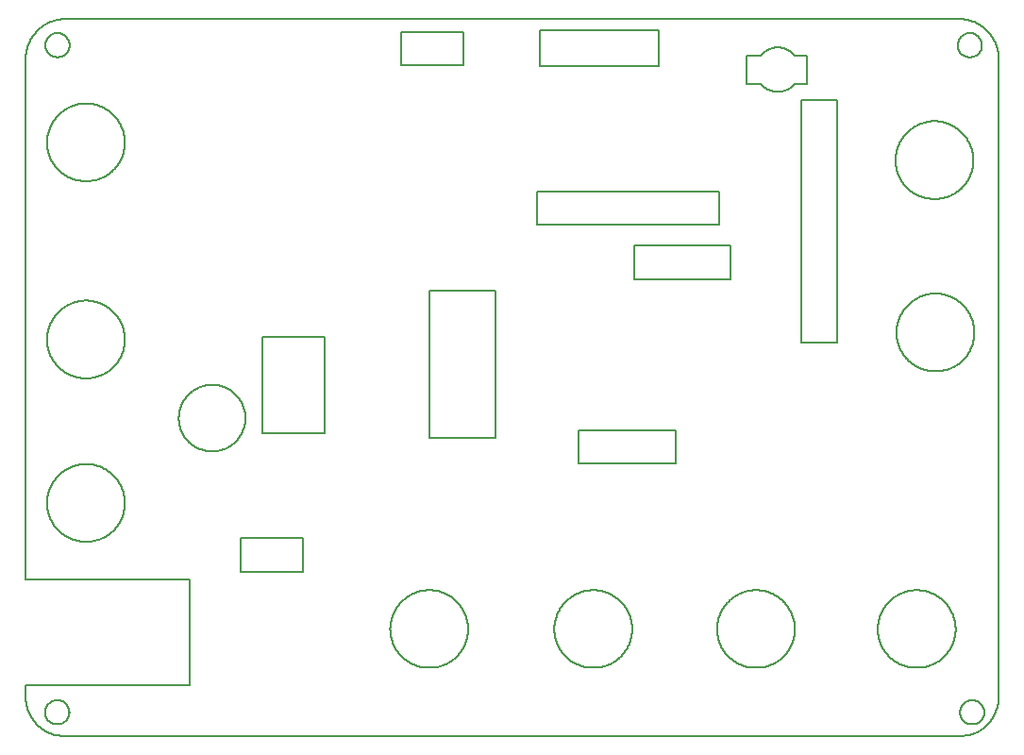
<source format=gm1>
G04 MADE WITH FRITZING*
G04 WWW.FRITZING.ORG*
G04 DOUBLE SIDED*
G04 HOLES PLATED*
G04 CONTOUR ON CENTER OF CONTOUR VECTOR*
%ASAXBY*%
%FSLAX23Y23*%
%MOIN*%
%OFA0B0*%
%SFA1.0B1.0*%
%ADD10C,0.005000*%
%ADD10C,0.008*%
%LNCONTOUR*%
G90*
G70*
G54D10*
G54D10*
X124Y2533D02*
X125Y2533D01*
X126Y2533D01*
X127Y2533D01*
X128Y2533D01*
X129Y2533D01*
X130Y2533D01*
X131Y2533D01*
X132Y2533D01*
X133Y2533D01*
X134Y2533D01*
X135Y2533D01*
X136Y2533D01*
X137Y2533D01*
X138Y2533D01*
X139Y2533D01*
X140Y2533D01*
X141Y2533D01*
X142Y2533D01*
X143Y2533D01*
X144Y2533D01*
X145Y2533D01*
X146Y2533D01*
X147Y2533D01*
X148Y2533D01*
X149Y2533D01*
X150Y2533D01*
X151Y2533D01*
X152Y2533D01*
X153Y2533D01*
X154Y2533D01*
X155Y2533D01*
X156Y2533D01*
X157Y2533D01*
X158Y2533D01*
X159Y2533D01*
X160Y2533D01*
X161Y2533D01*
X162Y2533D01*
X163Y2533D01*
X164Y2533D01*
X165Y2533D01*
X166Y2533D01*
X167Y2533D01*
X168Y2533D01*
X169Y2533D01*
X170Y2533D01*
X171Y2533D01*
X172Y2533D01*
X173Y2533D01*
X174Y2533D01*
X175Y2533D01*
X176Y2533D01*
X177Y2533D01*
X178Y2533D01*
X179Y2533D01*
X180Y2533D01*
X181Y2533D01*
X182Y2533D01*
X183Y2533D01*
X184Y2533D01*
X185Y2533D01*
X186Y2533D01*
X187Y2533D01*
X188Y2533D01*
X189Y2533D01*
X190Y2533D01*
X191Y2533D01*
X192Y2533D01*
X193Y2533D01*
X194Y2533D01*
X195Y2533D01*
X196Y2533D01*
X197Y2533D01*
X198Y2533D01*
X199Y2533D01*
X200Y2533D01*
X201Y2533D01*
X202Y2533D01*
X203Y2533D01*
X204Y2533D01*
X205Y2533D01*
X206Y2533D01*
X207Y2533D01*
X208Y2533D01*
X209Y2533D01*
X210Y2533D01*
X211Y2533D01*
X212Y2533D01*
X213Y2533D01*
X214Y2533D01*
X215Y2533D01*
X216Y2533D01*
X217Y2533D01*
X218Y2533D01*
X219Y2533D01*
X220Y2533D01*
X221Y2533D01*
X222Y2533D01*
X223Y2533D01*
X224Y2533D01*
X225Y2533D01*
X226Y2533D01*
X227Y2533D01*
X228Y2533D01*
X229Y2533D01*
X230Y2533D01*
X231Y2533D01*
X232Y2533D01*
X233Y2533D01*
X234Y2533D01*
X235Y2533D01*
X236Y2533D01*
X237Y2533D01*
X238Y2533D01*
X239Y2533D01*
X240Y2533D01*
X241Y2533D01*
X242Y2533D01*
X243Y2533D01*
X244Y2533D01*
X245Y2533D01*
X246Y2533D01*
X247Y2533D01*
X248Y2533D01*
X249Y2533D01*
X250Y2533D01*
X251Y2533D01*
X252Y2533D01*
X253Y2533D01*
X254Y2533D01*
X255Y2533D01*
X256Y2533D01*
X257Y2533D01*
X258Y2533D01*
X259Y2533D01*
X260Y2533D01*
X261Y2533D01*
X262Y2533D01*
X263Y2533D01*
X264Y2533D01*
X265Y2533D01*
X266Y2533D01*
X267Y2533D01*
X268Y2533D01*
X269Y2533D01*
X270Y2533D01*
X271Y2533D01*
X272Y2533D01*
X273Y2533D01*
X274Y2533D01*
X275Y2533D01*
X276Y2533D01*
X277Y2533D01*
X278Y2533D01*
X279Y2533D01*
X280Y2533D01*
X281Y2533D01*
X282Y2533D01*
X283Y2533D01*
X284Y2533D01*
X285Y2533D01*
X286Y2533D01*
X287Y2533D01*
X288Y2533D01*
X289Y2533D01*
X290Y2533D01*
X291Y2533D01*
X292Y2533D01*
X293Y2533D01*
X294Y2533D01*
X295Y2533D01*
X296Y2533D01*
X297Y2533D01*
X298Y2533D01*
X299Y2533D01*
X300Y2533D01*
X301Y2533D01*
X302Y2533D01*
X303Y2533D01*
X304Y2533D01*
X305Y2533D01*
X306Y2533D01*
X307Y2533D01*
X308Y2533D01*
X309Y2533D01*
X310Y2533D01*
X311Y2533D01*
X312Y2533D01*
X313Y2533D01*
X314Y2533D01*
X315Y2533D01*
X316Y2533D01*
X317Y2533D01*
X318Y2533D01*
X319Y2533D01*
X320Y2533D01*
X321Y2533D01*
X322Y2533D01*
X323Y2533D01*
X324Y2533D01*
X325Y2533D01*
X326Y2533D01*
X327Y2533D01*
X328Y2533D01*
X329Y2533D01*
X330Y2533D01*
X331Y2533D01*
X332Y2533D01*
X333Y2533D01*
X334Y2533D01*
X335Y2533D01*
X336Y2533D01*
X337Y2533D01*
X338Y2533D01*
X339Y2533D01*
X340Y2533D01*
X341Y2533D01*
X342Y2533D01*
X343Y2533D01*
X344Y2533D01*
X345Y2533D01*
X346Y2533D01*
X347Y2533D01*
X348Y2533D01*
X349Y2533D01*
X350Y2533D01*
X351Y2533D01*
X352Y2533D01*
X353Y2533D01*
X354Y2533D01*
X355Y2533D01*
X356Y2533D01*
X357Y2533D01*
X358Y2533D01*
X359Y2533D01*
X360Y2533D01*
X361Y2533D01*
X362Y2533D01*
X363Y2533D01*
X364Y2533D01*
X365Y2533D01*
X366Y2533D01*
X367Y2533D01*
X368Y2533D01*
X369Y2533D01*
X370Y2533D01*
X371Y2533D01*
X372Y2533D01*
X373Y2533D01*
X374Y2533D01*
X375Y2533D01*
X376Y2533D01*
X377Y2533D01*
X378Y2533D01*
X379Y2533D01*
X380Y2533D01*
X381Y2533D01*
X382Y2533D01*
X383Y2533D01*
X384Y2533D01*
X385Y2533D01*
X386Y2533D01*
X387Y2533D01*
X388Y2533D01*
X389Y2533D01*
X390Y2533D01*
X391Y2533D01*
X392Y2533D01*
X393Y2533D01*
X394Y2533D01*
X395Y2533D01*
X396Y2533D01*
X397Y2533D01*
X398Y2533D01*
X399Y2533D01*
X400Y2533D01*
X401Y2533D01*
X402Y2533D01*
X403Y2533D01*
X404Y2533D01*
X405Y2533D01*
X406Y2533D01*
X407Y2533D01*
X408Y2533D01*
X409Y2533D01*
X410Y2533D01*
X411Y2533D01*
X412Y2533D01*
X413Y2533D01*
X414Y2533D01*
X415Y2533D01*
X416Y2533D01*
X417Y2533D01*
X418Y2533D01*
X419Y2533D01*
X420Y2533D01*
X421Y2533D01*
X422Y2533D01*
X423Y2533D01*
X424Y2533D01*
X425Y2533D01*
X426Y2533D01*
X427Y2533D01*
X428Y2533D01*
X429Y2533D01*
X430Y2533D01*
X431Y2533D01*
X432Y2533D01*
X433Y2533D01*
X434Y2533D01*
X435Y2533D01*
X436Y2533D01*
X437Y2533D01*
X438Y2533D01*
X439Y2533D01*
X440Y2533D01*
X441Y2533D01*
X442Y2533D01*
X443Y2533D01*
X444Y2533D01*
X445Y2533D01*
X446Y2533D01*
X447Y2533D01*
X448Y2533D01*
X449Y2533D01*
X450Y2533D01*
X451Y2533D01*
X452Y2533D01*
X453Y2533D01*
X454Y2533D01*
X455Y2533D01*
X456Y2533D01*
X457Y2533D01*
X458Y2533D01*
X459Y2533D01*
X460Y2533D01*
X461Y2533D01*
X462Y2533D01*
X463Y2533D01*
X464Y2533D01*
X465Y2533D01*
X466Y2533D01*
X467Y2533D01*
X468Y2533D01*
X469Y2533D01*
X470Y2533D01*
X471Y2533D01*
X472Y2533D01*
X473Y2533D01*
X474Y2533D01*
X475Y2533D01*
X476Y2533D01*
X477Y2533D01*
X478Y2533D01*
X479Y2533D01*
X480Y2533D01*
X481Y2533D01*
X482Y2533D01*
X483Y2533D01*
X484Y2533D01*
X485Y2533D01*
X486Y2533D01*
X487Y2533D01*
X488Y2533D01*
X489Y2533D01*
X490Y2533D01*
X491Y2533D01*
X492Y2533D01*
X493Y2533D01*
X494Y2533D01*
X495Y2533D01*
X496Y2533D01*
X497Y2533D01*
X498Y2533D01*
X499Y2533D01*
X500Y2533D01*
X501Y2533D01*
X502Y2533D01*
X503Y2533D01*
X504Y2533D01*
X505Y2533D01*
X506Y2533D01*
X507Y2533D01*
X508Y2533D01*
X509Y2533D01*
X510Y2533D01*
X511Y2533D01*
X512Y2533D01*
X513Y2533D01*
X514Y2533D01*
X515Y2533D01*
X516Y2533D01*
X517Y2533D01*
X518Y2533D01*
X519Y2533D01*
X520Y2533D01*
X521Y2533D01*
X522Y2533D01*
X523Y2533D01*
X524Y2533D01*
X525Y2533D01*
X526Y2533D01*
X527Y2533D01*
X528Y2533D01*
X529Y2533D01*
X530Y2533D01*
X531Y2533D01*
X532Y2533D01*
X533Y2533D01*
X534Y2533D01*
X535Y2533D01*
X536Y2533D01*
X537Y2533D01*
X538Y2533D01*
X539Y2533D01*
X540Y2533D01*
X541Y2533D01*
X542Y2533D01*
X543Y2533D01*
X544Y2533D01*
X545Y2533D01*
X546Y2533D01*
X547Y2533D01*
X548Y2533D01*
X549Y2533D01*
X550Y2533D01*
X551Y2533D01*
X552Y2533D01*
X553Y2533D01*
X554Y2533D01*
X555Y2533D01*
X556Y2533D01*
X557Y2533D01*
X558Y2533D01*
X559Y2533D01*
X560Y2533D01*
X561Y2533D01*
X562Y2533D01*
X563Y2533D01*
X564Y2533D01*
X565Y2533D01*
X566Y2533D01*
X567Y2533D01*
X568Y2533D01*
X569Y2533D01*
X570Y2533D01*
X571Y2533D01*
X572Y2533D01*
X573Y2533D01*
X574Y2533D01*
X575Y2533D01*
X576Y2533D01*
X577Y2533D01*
X578Y2533D01*
X579Y2533D01*
X580Y2533D01*
X581Y2533D01*
X582Y2533D01*
X583Y2533D01*
X584Y2533D01*
X585Y2533D01*
X586Y2533D01*
X587Y2533D01*
X588Y2533D01*
X589Y2533D01*
X590Y2533D01*
X591Y2533D01*
X592Y2533D01*
X593Y2533D01*
X594Y2533D01*
X595Y2533D01*
X596Y2533D01*
X597Y2533D01*
X598Y2533D01*
X599Y2533D01*
X600Y2533D01*
X601Y2533D01*
X602Y2533D01*
X603Y2533D01*
X604Y2533D01*
X605Y2533D01*
X606Y2533D01*
X607Y2533D01*
X608Y2533D01*
X609Y2533D01*
X610Y2533D01*
X611Y2533D01*
X612Y2533D01*
X613Y2533D01*
X614Y2533D01*
X615Y2533D01*
X616Y2533D01*
X617Y2533D01*
X618Y2533D01*
X619Y2533D01*
X620Y2533D01*
X621Y2533D01*
X622Y2533D01*
X623Y2533D01*
X624Y2533D01*
X625Y2533D01*
X626Y2533D01*
X627Y2533D01*
X628Y2533D01*
X629Y2533D01*
X630Y2533D01*
X631Y2533D01*
X632Y2533D01*
X633Y2533D01*
X634Y2533D01*
X635Y2533D01*
X636Y2533D01*
X637Y2533D01*
X638Y2533D01*
X639Y2533D01*
X640Y2533D01*
X641Y2533D01*
X642Y2533D01*
X643Y2533D01*
X644Y2533D01*
X645Y2533D01*
X646Y2533D01*
X647Y2533D01*
X648Y2533D01*
X649Y2533D01*
X650Y2533D01*
X651Y2533D01*
X652Y2533D01*
X653Y2533D01*
X654Y2533D01*
X655Y2533D01*
X656Y2533D01*
X657Y2533D01*
X658Y2533D01*
X659Y2533D01*
X660Y2533D01*
X661Y2533D01*
X662Y2533D01*
X663Y2533D01*
X664Y2533D01*
X665Y2533D01*
X666Y2533D01*
X667Y2533D01*
X668Y2533D01*
X669Y2533D01*
X670Y2533D01*
X671Y2533D01*
X672Y2533D01*
X673Y2533D01*
X674Y2533D01*
X675Y2533D01*
X676Y2533D01*
X677Y2533D01*
X678Y2533D01*
X679Y2533D01*
X680Y2533D01*
X681Y2533D01*
X682Y2533D01*
X683Y2533D01*
X684Y2533D01*
X685Y2533D01*
X686Y2533D01*
X687Y2533D01*
X688Y2533D01*
X689Y2533D01*
X690Y2533D01*
X691Y2533D01*
X692Y2533D01*
X693Y2533D01*
X694Y2533D01*
X695Y2533D01*
X696Y2533D01*
X697Y2533D01*
X698Y2533D01*
X699Y2533D01*
X700Y2533D01*
X701Y2533D01*
X702Y2533D01*
X703Y2533D01*
X704Y2533D01*
X705Y2533D01*
X706Y2533D01*
X707Y2533D01*
X708Y2533D01*
X709Y2533D01*
X710Y2533D01*
X711Y2533D01*
X712Y2533D01*
X713Y2533D01*
X714Y2533D01*
X715Y2533D01*
X716Y2533D01*
X717Y2533D01*
X718Y2533D01*
X719Y2533D01*
X720Y2533D01*
X721Y2533D01*
X722Y2533D01*
X723Y2533D01*
X724Y2533D01*
X725Y2533D01*
X726Y2533D01*
X727Y2533D01*
X728Y2533D01*
X729Y2533D01*
X730Y2533D01*
X731Y2533D01*
X732Y2533D01*
X733Y2533D01*
X734Y2533D01*
X735Y2533D01*
X736Y2533D01*
X737Y2533D01*
X738Y2533D01*
X739Y2533D01*
X740Y2533D01*
X741Y2533D01*
X742Y2533D01*
X743Y2533D01*
X744Y2533D01*
X745Y2533D01*
X746Y2533D01*
X747Y2533D01*
X748Y2533D01*
X749Y2533D01*
X750Y2533D01*
X751Y2533D01*
X752Y2533D01*
X753Y2533D01*
X754Y2533D01*
X755Y2533D01*
X756Y2533D01*
X757Y2533D01*
X758Y2533D01*
X759Y2533D01*
X760Y2533D01*
X761Y2533D01*
X762Y2533D01*
X763Y2533D01*
X764Y2533D01*
X765Y2533D01*
X766Y2533D01*
X767Y2533D01*
X768Y2533D01*
X769Y2533D01*
X770Y2533D01*
X771Y2533D01*
X772Y2533D01*
X773Y2533D01*
X774Y2533D01*
X775Y2533D01*
X776Y2533D01*
X777Y2533D01*
X778Y2533D01*
X779Y2533D01*
X780Y2533D01*
X781Y2533D01*
X782Y2533D01*
X783Y2533D01*
X784Y2533D01*
X785Y2533D01*
X786Y2533D01*
X787Y2533D01*
X788Y2533D01*
X789Y2533D01*
X790Y2533D01*
X791Y2533D01*
X792Y2533D01*
X793Y2533D01*
X794Y2533D01*
X795Y2533D01*
X796Y2533D01*
X797Y2533D01*
X798Y2533D01*
X799Y2533D01*
X800Y2533D01*
X801Y2533D01*
X802Y2533D01*
X803Y2533D01*
X804Y2533D01*
X805Y2533D01*
X806Y2533D01*
X807Y2533D01*
X808Y2533D01*
X809Y2533D01*
X810Y2533D01*
X811Y2533D01*
X812Y2533D01*
X813Y2533D01*
X814Y2533D01*
X815Y2533D01*
X816Y2533D01*
X817Y2533D01*
X818Y2533D01*
X819Y2533D01*
X820Y2533D01*
X821Y2533D01*
X822Y2533D01*
X823Y2533D01*
X824Y2533D01*
X825Y2533D01*
X826Y2533D01*
X827Y2533D01*
X828Y2533D01*
X829Y2533D01*
X830Y2533D01*
X831Y2533D01*
X832Y2533D01*
X833Y2533D01*
X834Y2533D01*
X835Y2533D01*
X836Y2533D01*
X837Y2533D01*
X838Y2533D01*
X839Y2533D01*
X840Y2533D01*
X841Y2533D01*
X842Y2533D01*
X843Y2533D01*
X844Y2533D01*
X845Y2533D01*
X846Y2533D01*
X847Y2533D01*
X848Y2533D01*
X849Y2533D01*
X850Y2533D01*
X851Y2533D01*
X852Y2533D01*
X853Y2533D01*
X854Y2533D01*
X855Y2533D01*
X856Y2533D01*
X857Y2533D01*
X858Y2533D01*
X859Y2533D01*
X860Y2533D01*
X861Y2533D01*
X862Y2533D01*
X863Y2533D01*
X864Y2533D01*
X865Y2533D01*
X866Y2533D01*
X867Y2533D01*
X868Y2533D01*
X869Y2533D01*
X870Y2533D01*
X871Y2533D01*
X872Y2533D01*
X873Y2533D01*
X874Y2533D01*
X875Y2533D01*
X876Y2533D01*
X877Y2533D01*
X878Y2533D01*
X879Y2533D01*
X880Y2533D01*
X881Y2533D01*
X882Y2533D01*
X883Y2533D01*
X884Y2533D01*
X885Y2533D01*
X886Y2533D01*
X887Y2533D01*
X888Y2533D01*
X889Y2533D01*
X890Y2533D01*
X891Y2533D01*
X892Y2533D01*
X893Y2533D01*
X894Y2533D01*
X895Y2533D01*
X896Y2533D01*
X897Y2533D01*
X898Y2533D01*
X899Y2533D01*
X900Y2533D01*
X901Y2533D01*
X902Y2533D01*
X903Y2533D01*
X904Y2533D01*
X905Y2533D01*
X906Y2533D01*
X907Y2533D01*
X908Y2533D01*
X909Y2533D01*
X910Y2533D01*
X911Y2533D01*
X912Y2533D01*
X913Y2533D01*
X914Y2533D01*
X915Y2533D01*
X916Y2533D01*
X917Y2533D01*
X918Y2533D01*
X919Y2533D01*
X920Y2533D01*
X921Y2533D01*
X922Y2533D01*
X923Y2533D01*
X924Y2533D01*
X925Y2533D01*
X926Y2533D01*
X927Y2533D01*
X928Y2533D01*
X929Y2533D01*
X930Y2533D01*
X931Y2533D01*
X932Y2533D01*
X933Y2533D01*
X934Y2533D01*
X935Y2533D01*
X936Y2533D01*
X937Y2533D01*
X938Y2533D01*
X939Y2533D01*
X940Y2533D01*
X941Y2533D01*
X942Y2533D01*
X943Y2533D01*
X944Y2533D01*
X945Y2533D01*
X946Y2533D01*
X947Y2533D01*
X948Y2533D01*
X949Y2533D01*
X950Y2533D01*
X951Y2533D01*
X952Y2533D01*
X953Y2533D01*
X954Y2533D01*
X955Y2533D01*
X956Y2533D01*
X957Y2533D01*
X958Y2533D01*
X959Y2533D01*
X960Y2533D01*
X961Y2533D01*
X962Y2533D01*
X963Y2533D01*
X964Y2533D01*
X965Y2533D01*
X966Y2533D01*
X967Y2533D01*
X968Y2533D01*
X969Y2533D01*
X970Y2533D01*
X971Y2533D01*
X972Y2533D01*
X973Y2533D01*
X974Y2533D01*
X975Y2533D01*
X976Y2533D01*
X977Y2533D01*
X978Y2533D01*
X979Y2533D01*
X980Y2533D01*
X981Y2533D01*
X982Y2533D01*
X983Y2533D01*
X984Y2533D01*
X985Y2533D01*
X986Y2533D01*
X987Y2533D01*
X988Y2533D01*
X989Y2533D01*
X990Y2533D01*
X991Y2533D01*
X992Y2533D01*
X993Y2533D01*
X994Y2533D01*
X995Y2533D01*
X996Y2533D01*
X997Y2533D01*
X998Y2533D01*
X999Y2533D01*
X1000Y2533D01*
X1001Y2533D01*
X1002Y2533D01*
X1003Y2533D01*
X1004Y2533D01*
X1005Y2533D01*
X1006Y2533D01*
X1007Y2533D01*
X1008Y2533D01*
X1009Y2533D01*
X1010Y2533D01*
X1011Y2533D01*
X1012Y2533D01*
X1013Y2533D01*
X1014Y2533D01*
X1015Y2533D01*
X1016Y2533D01*
X1017Y2533D01*
X1018Y2533D01*
X1019Y2533D01*
X1020Y2533D01*
X1021Y2533D01*
X1022Y2533D01*
X1023Y2533D01*
X1024Y2533D01*
X1025Y2533D01*
X1026Y2533D01*
X1027Y2533D01*
X1028Y2533D01*
X1029Y2533D01*
X1030Y2533D01*
X1031Y2533D01*
X1032Y2533D01*
X1033Y2533D01*
X1034Y2533D01*
X1035Y2533D01*
X1036Y2533D01*
X1037Y2533D01*
X1038Y2533D01*
X1039Y2533D01*
X1040Y2533D01*
X1041Y2533D01*
X1042Y2533D01*
X1043Y2533D01*
X1044Y2533D01*
X1045Y2533D01*
X1046Y2533D01*
X1047Y2533D01*
X1048Y2533D01*
X1049Y2533D01*
X1050Y2533D01*
X1051Y2533D01*
X1052Y2533D01*
X1053Y2533D01*
X1054Y2533D01*
X1055Y2533D01*
X1056Y2533D01*
X1057Y2533D01*
X1058Y2533D01*
X1059Y2533D01*
X1060Y2533D01*
X1061Y2533D01*
X1062Y2533D01*
X1063Y2533D01*
X1064Y2533D01*
X1065Y2533D01*
X1066Y2533D01*
X1067Y2533D01*
X1068Y2533D01*
X1069Y2533D01*
X1070Y2533D01*
X1071Y2533D01*
X1072Y2533D01*
X1073Y2533D01*
X1074Y2533D01*
X1075Y2533D01*
X1076Y2533D01*
X1077Y2533D01*
X1078Y2533D01*
X1079Y2533D01*
X1080Y2533D01*
X1081Y2533D01*
X1082Y2533D01*
X1083Y2533D01*
X1084Y2533D01*
X1085Y2533D01*
X1086Y2533D01*
X1087Y2533D01*
X1088Y2533D01*
X1089Y2533D01*
X1090Y2533D01*
X1091Y2533D01*
X1092Y2533D01*
X1093Y2533D01*
X1094Y2533D01*
X1095Y2533D01*
X1096Y2533D01*
X1097Y2533D01*
X1098Y2533D01*
X1099Y2533D01*
X1100Y2533D01*
X1101Y2533D01*
X1102Y2533D01*
X1103Y2533D01*
X1104Y2533D01*
X1105Y2533D01*
X1106Y2533D01*
X1107Y2533D01*
X1108Y2533D01*
X1109Y2533D01*
X1110Y2533D01*
X1111Y2533D01*
X1112Y2533D01*
X1113Y2533D01*
X1114Y2533D01*
X1115Y2533D01*
X1116Y2533D01*
X1117Y2533D01*
X1118Y2533D01*
X1119Y2533D01*
X1120Y2533D01*
X1121Y2533D01*
X1122Y2533D01*
X1123Y2533D01*
X1124Y2533D01*
X1125Y2533D01*
X1126Y2533D01*
X1127Y2533D01*
X1128Y2533D01*
X1129Y2533D01*
X1130Y2533D01*
X1131Y2533D01*
X1132Y2533D01*
X1133Y2533D01*
X1134Y2533D01*
X1135Y2533D01*
X1136Y2533D01*
X1137Y2533D01*
X1138Y2533D01*
X1139Y2533D01*
X1140Y2533D01*
X1141Y2533D01*
X1142Y2533D01*
X1143Y2533D01*
X1144Y2533D01*
X1145Y2533D01*
X1146Y2533D01*
X1147Y2533D01*
X1148Y2533D01*
X1149Y2533D01*
X1150Y2533D01*
X1151Y2533D01*
X1152Y2533D01*
X1153Y2533D01*
X1154Y2533D01*
X1155Y2533D01*
X1156Y2533D01*
X1157Y2533D01*
X1158Y2533D01*
X1159Y2533D01*
X1160Y2533D01*
X1161Y2533D01*
X1162Y2533D01*
X1163Y2533D01*
X1164Y2533D01*
X1165Y2533D01*
X1166Y2533D01*
X1167Y2533D01*
X1168Y2533D01*
X1169Y2533D01*
X1170Y2533D01*
X1171Y2533D01*
X1172Y2533D01*
X1173Y2533D01*
X1174Y2533D01*
X1175Y2533D01*
X1176Y2533D01*
X1177Y2533D01*
X1178Y2533D01*
X1179Y2533D01*
X1180Y2533D01*
X1181Y2533D01*
X1182Y2533D01*
X1183Y2533D01*
X1184Y2533D01*
X1185Y2533D01*
X1186Y2533D01*
X1187Y2533D01*
X1188Y2533D01*
X1189Y2533D01*
X1190Y2533D01*
X1191Y2533D01*
X1192Y2533D01*
X1193Y2533D01*
X1194Y2533D01*
X1195Y2533D01*
X1196Y2533D01*
X1197Y2533D01*
X1198Y2533D01*
X1199Y2533D01*
X1200Y2533D01*
X1201Y2533D01*
X1202Y2533D01*
X1203Y2533D01*
X1204Y2533D01*
X1205Y2533D01*
X1206Y2533D01*
X1207Y2533D01*
X1208Y2533D01*
X1209Y2533D01*
X1210Y2533D01*
X1211Y2533D01*
X1212Y2533D01*
X1213Y2533D01*
X1214Y2533D01*
X1215Y2533D01*
X1216Y2533D01*
X1217Y2533D01*
X1218Y2533D01*
X1219Y2533D01*
X1220Y2533D01*
X1221Y2533D01*
X1222Y2533D01*
X1223Y2533D01*
X1224Y2533D01*
X1225Y2533D01*
X1226Y2533D01*
X1227Y2533D01*
X1228Y2533D01*
X1229Y2533D01*
X1230Y2533D01*
X1231Y2533D01*
X1232Y2533D01*
X1233Y2533D01*
X1234Y2533D01*
X1235Y2533D01*
X1236Y2533D01*
X1237Y2533D01*
X1238Y2533D01*
X1239Y2533D01*
X1240Y2533D01*
X1241Y2533D01*
X1242Y2533D01*
X1243Y2533D01*
X1244Y2533D01*
X1245Y2533D01*
X1246Y2533D01*
X1247Y2533D01*
X1248Y2533D01*
X1249Y2533D01*
X1250Y2533D01*
X1251Y2533D01*
X1252Y2533D01*
X1253Y2533D01*
X1254Y2533D01*
X1255Y2533D01*
X1256Y2533D01*
X1257Y2533D01*
X1258Y2533D01*
X1259Y2533D01*
X1260Y2533D01*
X1261Y2533D01*
X1262Y2533D01*
X1263Y2533D01*
X1264Y2533D01*
X1265Y2533D01*
X1266Y2533D01*
X1267Y2533D01*
X1268Y2533D01*
X1269Y2533D01*
X1270Y2533D01*
X1271Y2533D01*
X1272Y2533D01*
X1273Y2533D01*
X1274Y2533D01*
X1275Y2533D01*
X1276Y2533D01*
X1277Y2533D01*
X1278Y2533D01*
X1279Y2533D01*
X1280Y2533D01*
X1281Y2533D01*
X1282Y2533D01*
X1283Y2533D01*
X1284Y2533D01*
X1285Y2533D01*
X1286Y2533D01*
X1287Y2533D01*
X1288Y2533D01*
X1289Y2533D01*
X1290Y2533D01*
X1291Y2533D01*
X1292Y2533D01*
X1293Y2533D01*
X1294Y2533D01*
X1295Y2533D01*
X1296Y2533D01*
X1297Y2533D01*
X1298Y2533D01*
X1299Y2533D01*
X1300Y2533D01*
X1301Y2533D01*
X1302Y2533D01*
X1303Y2533D01*
X1304Y2533D01*
X1305Y2533D01*
X1306Y2533D01*
X1307Y2533D01*
X1308Y2533D01*
X1309Y2533D01*
X1310Y2533D01*
X1311Y2533D01*
X1312Y2533D01*
X1313Y2533D01*
X1314Y2533D01*
X1315Y2533D01*
X1316Y2533D01*
X1317Y2533D01*
X1318Y2533D01*
X1319Y2533D01*
X1320Y2533D01*
X1321Y2533D01*
X1322Y2533D01*
X1323Y2533D01*
X1324Y2533D01*
X1325Y2533D01*
X1326Y2533D01*
X1327Y2533D01*
X1328Y2533D01*
X1329Y2533D01*
X1330Y2533D01*
X1331Y2533D01*
X1332Y2533D01*
X1333Y2533D01*
X1334Y2533D01*
X1335Y2533D01*
X1336Y2533D01*
X1337Y2533D01*
X1338Y2533D01*
X1339Y2533D01*
X1340Y2533D01*
X1341Y2533D01*
X1342Y2533D01*
X1343Y2533D01*
X1344Y2533D01*
X1345Y2533D01*
X1346Y2533D01*
X1347Y2533D01*
X1348Y2533D01*
X1349Y2533D01*
X1350Y2533D01*
X1351Y2533D01*
X1352Y2533D01*
X1353Y2533D01*
X1354Y2533D01*
X1355Y2533D01*
X1356Y2533D01*
X1357Y2533D01*
X1358Y2533D01*
X1359Y2533D01*
X1360Y2533D01*
X1361Y2533D01*
X1362Y2533D01*
X1363Y2533D01*
X1364Y2533D01*
X1365Y2533D01*
X1366Y2533D01*
X1367Y2533D01*
X1368Y2533D01*
X1369Y2533D01*
X1370Y2533D01*
X1371Y2533D01*
X1372Y2533D01*
X1373Y2533D01*
X1374Y2533D01*
X1375Y2533D01*
X1376Y2533D01*
X1377Y2533D01*
X1378Y2533D01*
X1379Y2533D01*
X1380Y2533D01*
X1381Y2533D01*
X1382Y2533D01*
X1383Y2533D01*
X1384Y2533D01*
X1385Y2533D01*
X1386Y2533D01*
X1387Y2533D01*
X1388Y2533D01*
X1389Y2533D01*
X1390Y2533D01*
X1391Y2533D01*
X1392Y2533D01*
X1393Y2533D01*
X1394Y2533D01*
X1395Y2533D01*
X1396Y2533D01*
X1397Y2533D01*
X1398Y2533D01*
X1399Y2533D01*
X1400Y2533D01*
X1401Y2533D01*
X1402Y2533D01*
X1403Y2533D01*
X1404Y2533D01*
X1405Y2533D01*
X1406Y2533D01*
X1407Y2533D01*
X1408Y2533D01*
X1409Y2533D01*
X1410Y2533D01*
X1411Y2533D01*
X1412Y2533D01*
X1413Y2533D01*
X1414Y2533D01*
X1415Y2533D01*
X1416Y2533D01*
X1417Y2533D01*
X1418Y2533D01*
X1419Y2533D01*
X1420Y2533D01*
X1421Y2533D01*
X1422Y2533D01*
X1423Y2533D01*
X1424Y2533D01*
X1425Y2533D01*
X1426Y2533D01*
X1427Y2533D01*
X1428Y2533D01*
X1429Y2533D01*
X1430Y2533D01*
X1431Y2533D01*
X1432Y2533D01*
X1433Y2533D01*
X1434Y2533D01*
X1435Y2533D01*
X1436Y2533D01*
X1437Y2533D01*
X1438Y2533D01*
X1439Y2533D01*
X1440Y2533D01*
X1441Y2533D01*
X1442Y2533D01*
X1443Y2533D01*
X1444Y2533D01*
X1445Y2533D01*
X1446Y2533D01*
X1447Y2533D01*
X1448Y2533D01*
X1449Y2533D01*
X1450Y2533D01*
X1451Y2533D01*
X1452Y2533D01*
X1453Y2533D01*
X1454Y2533D01*
X1455Y2533D01*
X1456Y2533D01*
X1457Y2533D01*
X1458Y2533D01*
X1459Y2533D01*
X1460Y2533D01*
X1461Y2533D01*
X1462Y2533D01*
X1463Y2533D01*
X1464Y2533D01*
X1465Y2533D01*
X1466Y2533D01*
X1467Y2533D01*
X1468Y2533D01*
X1469Y2533D01*
X1470Y2533D01*
X1471Y2533D01*
X1472Y2533D01*
X1473Y2533D01*
X1474Y2533D01*
X1475Y2533D01*
X1476Y2533D01*
X1477Y2533D01*
X1478Y2533D01*
X1479Y2533D01*
X1480Y2533D01*
X1481Y2533D01*
X1482Y2533D01*
X1483Y2533D01*
X1484Y2533D01*
X1485Y2533D01*
X1486Y2533D01*
X1487Y2533D01*
X1488Y2533D01*
X1489Y2533D01*
X1490Y2533D01*
X1491Y2533D01*
X1492Y2533D01*
X1493Y2533D01*
X1494Y2533D01*
X1495Y2533D01*
X1496Y2533D01*
X1497Y2533D01*
X1498Y2533D01*
X1499Y2533D01*
X1500Y2533D01*
X1501Y2533D01*
X1502Y2533D01*
X1503Y2533D01*
X1504Y2533D01*
X1505Y2533D01*
X1506Y2533D01*
X1507Y2533D01*
X1508Y2533D01*
X1509Y2533D01*
X1510Y2533D01*
X1511Y2533D01*
X1512Y2533D01*
X1513Y2533D01*
X1514Y2533D01*
X1515Y2533D01*
X1516Y2533D01*
X1517Y2533D01*
X1518Y2533D01*
X1519Y2533D01*
X1520Y2533D01*
X1521Y2533D01*
X1522Y2533D01*
X1523Y2533D01*
X1524Y2533D01*
X1525Y2533D01*
X1526Y2533D01*
X1527Y2533D01*
X1528Y2533D01*
X1529Y2533D01*
X1530Y2533D01*
X1531Y2533D01*
X1532Y2533D01*
X1533Y2533D01*
X1534Y2533D01*
X1535Y2533D01*
X1536Y2533D01*
X1537Y2533D01*
X1538Y2533D01*
X1539Y2533D01*
X1540Y2533D01*
X1541Y2533D01*
X1542Y2533D01*
X1543Y2533D01*
X1544Y2533D01*
X1545Y2533D01*
X1546Y2533D01*
X1547Y2533D01*
X1548Y2533D01*
X1549Y2533D01*
X1550Y2533D01*
X1551Y2533D01*
X1552Y2533D01*
X1553Y2533D01*
X1554Y2533D01*
X1555Y2533D01*
X1556Y2533D01*
X1557Y2533D01*
X1558Y2533D01*
X1559Y2533D01*
X1560Y2533D01*
X1561Y2533D01*
X1562Y2533D01*
X1563Y2533D01*
X1564Y2533D01*
X1565Y2533D01*
X1566Y2533D01*
X1567Y2533D01*
X1568Y2533D01*
X1569Y2533D01*
X1570Y2533D01*
X1571Y2533D01*
X1572Y2533D01*
X1573Y2533D01*
X1574Y2533D01*
X1575Y2533D01*
X1576Y2533D01*
X1577Y2533D01*
X1578Y2533D01*
X1579Y2533D01*
X1580Y2533D01*
X1581Y2533D01*
X1582Y2533D01*
X1583Y2533D01*
X1584Y2533D01*
X1585Y2533D01*
X1586Y2533D01*
X1587Y2533D01*
X1588Y2533D01*
X1589Y2533D01*
X1590Y2533D01*
X1591Y2533D01*
X1592Y2533D01*
X1593Y2533D01*
X1594Y2533D01*
X1595Y2533D01*
X1596Y2533D01*
X1597Y2533D01*
X1598Y2533D01*
X1599Y2533D01*
X1600Y2533D01*
X1601Y2533D01*
X1602Y2533D01*
X1603Y2533D01*
X1604Y2533D01*
X1605Y2533D01*
X1606Y2533D01*
X1607Y2533D01*
X1608Y2533D01*
X1609Y2533D01*
X1610Y2533D01*
X1611Y2533D01*
X1612Y2533D01*
X1613Y2533D01*
X1614Y2533D01*
X1615Y2533D01*
X1616Y2533D01*
X1617Y2533D01*
X1618Y2533D01*
X1619Y2533D01*
X1620Y2533D01*
X1621Y2533D01*
X1622Y2533D01*
X1623Y2533D01*
X1624Y2533D01*
X1625Y2533D01*
X1626Y2533D01*
X1627Y2533D01*
X1628Y2533D01*
X1629Y2533D01*
X1630Y2533D01*
X1631Y2533D01*
X1632Y2533D01*
X1633Y2533D01*
X1634Y2533D01*
X1635Y2533D01*
X1636Y2533D01*
X1637Y2533D01*
X1638Y2533D01*
X1639Y2533D01*
X1640Y2533D01*
X1641Y2533D01*
X1642Y2533D01*
X1643Y2533D01*
X1644Y2533D01*
X1645Y2533D01*
X1646Y2533D01*
X1647Y2533D01*
X1648Y2533D01*
X1649Y2533D01*
X1650Y2533D01*
X1651Y2533D01*
X1652Y2533D01*
X1653Y2533D01*
X1654Y2533D01*
X1655Y2533D01*
X1656Y2533D01*
X1657Y2533D01*
X1658Y2533D01*
X1659Y2533D01*
X1660Y2533D01*
X1661Y2533D01*
X1662Y2533D01*
X1663Y2533D01*
X1664Y2533D01*
X1665Y2533D01*
X1666Y2533D01*
X1667Y2533D01*
X1668Y2533D01*
X1669Y2533D01*
X1670Y2533D01*
X1671Y2533D01*
X1672Y2533D01*
X1673Y2533D01*
X1674Y2533D01*
X1675Y2533D01*
X1676Y2533D01*
X1677Y2533D01*
X1678Y2533D01*
X1679Y2533D01*
X1680Y2533D01*
X1681Y2533D01*
X1682Y2533D01*
X1683Y2533D01*
X1684Y2533D01*
X1685Y2533D01*
X1686Y2533D01*
X1687Y2533D01*
X1688Y2533D01*
X1689Y2533D01*
X1690Y2533D01*
X1691Y2533D01*
X1692Y2533D01*
X1693Y2533D01*
X1694Y2533D01*
X1695Y2533D01*
X1696Y2533D01*
X1697Y2533D01*
X1698Y2533D01*
X1699Y2533D01*
X1700Y2533D01*
X1701Y2533D01*
X1702Y2533D01*
X1703Y2533D01*
X1704Y2533D01*
X1705Y2533D01*
X1706Y2533D01*
X1707Y2533D01*
X1708Y2533D01*
X1709Y2533D01*
X1710Y2533D01*
X1711Y2533D01*
X1712Y2533D01*
X1713Y2533D01*
X1714Y2533D01*
X1715Y2533D01*
X1716Y2533D01*
X1717Y2533D01*
X1718Y2533D01*
X1719Y2533D01*
X1720Y2533D01*
X1721Y2533D01*
X1722Y2533D01*
X1723Y2533D01*
X1724Y2533D01*
X1725Y2533D01*
X1726Y2533D01*
X1727Y2533D01*
X1728Y2533D01*
X1729Y2533D01*
X1730Y2533D01*
X1731Y2533D01*
X1732Y2533D01*
X1733Y2533D01*
X1734Y2533D01*
X1735Y2533D01*
X1736Y2533D01*
X1737Y2533D01*
X1738Y2533D01*
X1739Y2533D01*
X1740Y2533D01*
X1741Y2533D01*
X1742Y2533D01*
X1743Y2533D01*
X1744Y2533D01*
X1745Y2533D01*
X1746Y2533D01*
X1747Y2533D01*
X1748Y2533D01*
X1749Y2533D01*
X1750Y2533D01*
X1751Y2533D01*
X1752Y2533D01*
X1753Y2533D01*
X1754Y2533D01*
X1755Y2533D01*
X1756Y2533D01*
X1757Y2533D01*
X1758Y2533D01*
X1759Y2533D01*
X1760Y2533D01*
X1761Y2533D01*
X1762Y2533D01*
X1763Y2533D01*
X1764Y2533D01*
X1765Y2533D01*
X1766Y2533D01*
X1767Y2533D01*
X1768Y2533D01*
X1769Y2533D01*
X1770Y2533D01*
X1771Y2533D01*
X1772Y2533D01*
X1773Y2533D01*
X1774Y2533D01*
X1775Y2533D01*
X1776Y2533D01*
X1777Y2533D01*
X1778Y2533D01*
X1779Y2533D01*
X1780Y2533D01*
X1781Y2533D01*
X1782Y2533D01*
X1783Y2533D01*
X1784Y2533D01*
X1785Y2533D01*
X1786Y2533D01*
X1787Y2533D01*
X1788Y2533D01*
X1789Y2533D01*
X1790Y2533D01*
X1791Y2533D01*
X1792Y2533D01*
X1793Y2533D01*
X1794Y2533D01*
X1795Y2533D01*
X1796Y2533D01*
X1797Y2533D01*
X1798Y2533D01*
X1799Y2533D01*
X1800Y2533D01*
X1801Y2533D01*
X1802Y2533D01*
X1803Y2533D01*
X1804Y2533D01*
X1805Y2533D01*
X1806Y2533D01*
X1807Y2533D01*
X1808Y2533D01*
X1809Y2533D01*
X1810Y2533D01*
X1811Y2533D01*
X1812Y2533D01*
X1813Y2533D01*
X1814Y2533D01*
X1815Y2533D01*
X1816Y2533D01*
X1817Y2533D01*
X1818Y2533D01*
X1819Y2533D01*
X1820Y2533D01*
X1821Y2533D01*
X1822Y2533D01*
X1823Y2533D01*
X1824Y2533D01*
X1825Y2533D01*
X1826Y2533D01*
X1827Y2533D01*
X1828Y2533D01*
X1829Y2533D01*
X1830Y2533D01*
X1831Y2533D01*
X1832Y2533D01*
X1833Y2533D01*
X1834Y2533D01*
X1835Y2533D01*
X1836Y2533D01*
X1837Y2533D01*
X1838Y2533D01*
X1839Y2533D01*
X1840Y2533D01*
X1841Y2533D01*
X1842Y2533D01*
X1843Y2533D01*
X1844Y2533D01*
X1845Y2533D01*
X1846Y2533D01*
X1847Y2533D01*
X1848Y2533D01*
X1849Y2533D01*
X1850Y2533D01*
X1851Y2533D01*
X1852Y2533D01*
X1853Y2533D01*
X1854Y2533D01*
X1855Y2533D01*
X1856Y2533D01*
X1857Y2533D01*
X1858Y2533D01*
X1859Y2533D01*
X1860Y2533D01*
X1861Y2533D01*
X1862Y2533D01*
X1863Y2533D01*
X1864Y2533D01*
X1865Y2533D01*
X1866Y2533D01*
X1867Y2533D01*
X1868Y2533D01*
X1869Y2533D01*
X1870Y2533D01*
X1871Y2533D01*
X1872Y2533D01*
X1873Y2533D01*
X1874Y2533D01*
X1875Y2533D01*
X1876Y2533D01*
X1877Y2533D01*
X1878Y2533D01*
X1879Y2533D01*
X1880Y2533D01*
X1881Y2533D01*
X1882Y2533D01*
X1883Y2533D01*
X1884Y2533D01*
X1885Y2533D01*
X1886Y2533D01*
X1887Y2533D01*
X1888Y2533D01*
X1889Y2533D01*
X1890Y2533D01*
X1891Y2533D01*
X1892Y2533D01*
X1893Y2533D01*
X1894Y2533D01*
X1895Y2533D01*
X1896Y2533D01*
X1897Y2533D01*
X1898Y2533D01*
X1899Y2533D01*
X1900Y2533D01*
X1901Y2533D01*
X1902Y2533D01*
X1903Y2533D01*
X1904Y2533D01*
X1905Y2533D01*
X1906Y2533D01*
X1907Y2533D01*
X1908Y2533D01*
X1909Y2533D01*
X1910Y2533D01*
X1911Y2533D01*
X1912Y2533D01*
X1913Y2533D01*
X1914Y2533D01*
X1915Y2533D01*
X1916Y2533D01*
X1917Y2533D01*
X1918Y2533D01*
X1919Y2533D01*
X1920Y2533D01*
X1921Y2533D01*
X1922Y2533D01*
X1923Y2533D01*
X1924Y2533D01*
X1925Y2533D01*
X1926Y2533D01*
X1927Y2533D01*
X1928Y2533D01*
X1929Y2533D01*
X1930Y2533D01*
X1931Y2533D01*
X1932Y2533D01*
X1933Y2533D01*
X1934Y2533D01*
X1935Y2533D01*
X1936Y2533D01*
X1937Y2533D01*
X1938Y2533D01*
X1939Y2533D01*
X1940Y2533D01*
X1941Y2533D01*
X1942Y2533D01*
X1943Y2533D01*
X1944Y2533D01*
X1945Y2533D01*
X1946Y2533D01*
X1947Y2533D01*
X1948Y2533D01*
X1949Y2533D01*
X1950Y2533D01*
X1951Y2533D01*
X1952Y2533D01*
X1953Y2533D01*
X1954Y2533D01*
X1955Y2533D01*
X1956Y2533D01*
X1957Y2533D01*
X1958Y2533D01*
X1959Y2533D01*
X1960Y2533D01*
X1961Y2533D01*
X1962Y2533D01*
X1963Y2533D01*
X1964Y2533D01*
X1965Y2533D01*
X1966Y2533D01*
X1967Y2533D01*
X1968Y2533D01*
X1969Y2533D01*
X1970Y2533D01*
X1971Y2533D01*
X1972Y2533D01*
X1973Y2533D01*
X1974Y2533D01*
X1975Y2533D01*
X1976Y2533D01*
X1977Y2533D01*
X1978Y2533D01*
X1979Y2533D01*
X1980Y2533D01*
X1981Y2533D01*
X1982Y2533D01*
X1983Y2533D01*
X1984Y2533D01*
X1985Y2533D01*
X1986Y2533D01*
X1987Y2533D01*
X1988Y2533D01*
X1989Y2533D01*
X1990Y2533D01*
X1991Y2533D01*
X1992Y2533D01*
X1993Y2533D01*
X1994Y2533D01*
X1995Y2533D01*
X1996Y2533D01*
X1997Y2533D01*
X1998Y2533D01*
X1999Y2533D01*
X2000Y2533D01*
X2001Y2533D01*
X2002Y2533D01*
X2003Y2533D01*
X2004Y2533D01*
X2005Y2533D01*
X2006Y2533D01*
X2007Y2533D01*
X2008Y2533D01*
X2009Y2533D01*
X2010Y2533D01*
X2011Y2533D01*
X2012Y2533D01*
X2013Y2533D01*
X2014Y2533D01*
X2015Y2533D01*
X2016Y2533D01*
X2017Y2533D01*
X2018Y2533D01*
X2019Y2533D01*
X2020Y2533D01*
X2021Y2533D01*
X2022Y2533D01*
X2023Y2533D01*
X2024Y2533D01*
X2025Y2533D01*
X2026Y2533D01*
X2027Y2533D01*
X2028Y2533D01*
X2029Y2533D01*
X2030Y2533D01*
X2031Y2533D01*
X2032Y2533D01*
X2033Y2533D01*
X2034Y2533D01*
X2035Y2533D01*
X2036Y2533D01*
X2037Y2533D01*
X2038Y2533D01*
X2039Y2533D01*
X2040Y2533D01*
X2041Y2533D01*
X2042Y2533D01*
X2043Y2533D01*
X2044Y2533D01*
X2045Y2533D01*
X2046Y2533D01*
X2047Y2533D01*
X2048Y2533D01*
X2049Y2533D01*
X2050Y2533D01*
X2051Y2533D01*
X2052Y2533D01*
X2053Y2533D01*
X2054Y2533D01*
X2055Y2533D01*
X2056Y2533D01*
X2057Y2533D01*
X2058Y2533D01*
X2059Y2533D01*
X2060Y2533D01*
X2061Y2533D01*
X2062Y2533D01*
X2063Y2533D01*
X2064Y2533D01*
X2065Y2533D01*
X2066Y2533D01*
X2067Y2533D01*
X2068Y2533D01*
X2069Y2533D01*
X2070Y2533D01*
X2071Y2533D01*
X2072Y2533D01*
X2073Y2533D01*
X2074Y2533D01*
X2075Y2533D01*
X2076Y2533D01*
X2077Y2533D01*
X2078Y2533D01*
X2079Y2533D01*
X2080Y2533D01*
X2081Y2533D01*
X2082Y2533D01*
X2083Y2533D01*
X2084Y2533D01*
X2085Y2533D01*
X2086Y2533D01*
X2087Y2533D01*
X2088Y2533D01*
X2089Y2533D01*
X2090Y2533D01*
X2091Y2533D01*
X2092Y2533D01*
X2093Y2533D01*
X2094Y2533D01*
X2095Y2533D01*
X2096Y2533D01*
X2097Y2533D01*
X2098Y2533D01*
X2099Y2533D01*
X2100Y2533D01*
X2101Y2533D01*
X2102Y2533D01*
X2103Y2533D01*
X2104Y2533D01*
X2105Y2533D01*
X2106Y2533D01*
X2107Y2533D01*
X2108Y2533D01*
X2109Y2533D01*
X2110Y2533D01*
X2111Y2533D01*
X2112Y2533D01*
X2113Y2533D01*
X2114Y2533D01*
X2115Y2533D01*
X2116Y2533D01*
X2117Y2533D01*
X2118Y2533D01*
X2119Y2533D01*
X2120Y2533D01*
X2121Y2533D01*
X2122Y2533D01*
X2123Y2533D01*
X2124Y2533D01*
X2125Y2533D01*
X2126Y2533D01*
X2127Y2533D01*
X2128Y2533D01*
X2129Y2533D01*
X2130Y2533D01*
X2131Y2533D01*
X2132Y2533D01*
X2133Y2533D01*
X2134Y2533D01*
X2135Y2533D01*
X2136Y2533D01*
X2137Y2533D01*
X2138Y2533D01*
X2139Y2533D01*
X2140Y2533D01*
X2141Y2533D01*
X2142Y2533D01*
X2143Y2533D01*
X2144Y2533D01*
X2145Y2533D01*
X2146Y2533D01*
X2147Y2533D01*
X2148Y2533D01*
X2149Y2533D01*
X2150Y2533D01*
X2151Y2533D01*
X2152Y2533D01*
X2153Y2533D01*
X2154Y2533D01*
X2155Y2533D01*
X2156Y2533D01*
X2157Y2533D01*
X2158Y2533D01*
X2159Y2533D01*
X2160Y2533D01*
X2161Y2533D01*
X2162Y2533D01*
X2163Y2533D01*
X2164Y2533D01*
X2165Y2533D01*
X2166Y2533D01*
X2167Y2533D01*
X2168Y2533D01*
X2169Y2533D01*
X2170Y2533D01*
X2171Y2533D01*
X2172Y2533D01*
X2173Y2533D01*
X2174Y2533D01*
X2175Y2533D01*
X2176Y2533D01*
X2177Y2533D01*
X2178Y2533D01*
X2179Y2533D01*
X2180Y2533D01*
X2181Y2533D01*
X2182Y2533D01*
X2183Y2533D01*
X2184Y2533D01*
X2185Y2533D01*
X2186Y2533D01*
X2187Y2533D01*
X2188Y2533D01*
X2189Y2533D01*
X2190Y2533D01*
X2191Y2533D01*
X2192Y2533D01*
X2193Y2533D01*
X2194Y2533D01*
X2195Y2533D01*
X2196Y2533D01*
X2197Y2533D01*
X2198Y2533D01*
X2199Y2533D01*
X2200Y2533D01*
X2201Y2533D01*
X2202Y2533D01*
X2203Y2533D01*
X2204Y2533D01*
X2205Y2533D01*
X2206Y2533D01*
X2207Y2533D01*
X2208Y2533D01*
X2209Y2533D01*
X2210Y2533D01*
X2211Y2533D01*
X2212Y2533D01*
X2213Y2533D01*
X2214Y2533D01*
X2215Y2533D01*
X2216Y2533D01*
X2217Y2533D01*
X2218Y2533D01*
X2219Y2533D01*
X2220Y2533D01*
X2221Y2533D01*
X2222Y2533D01*
X2223Y2533D01*
X2224Y2533D01*
X2225Y2533D01*
X2226Y2533D01*
X2227Y2533D01*
X2228Y2533D01*
X2229Y2533D01*
X2230Y2533D01*
X2231Y2533D01*
X2232Y2533D01*
X2233Y2533D01*
X2234Y2533D01*
X2235Y2533D01*
X2236Y2533D01*
X2237Y2533D01*
X2238Y2533D01*
X2239Y2533D01*
X2240Y2533D01*
X2241Y2533D01*
X2242Y2533D01*
X2243Y2533D01*
X2244Y2533D01*
X2245Y2533D01*
X2246Y2533D01*
X2247Y2533D01*
X2248Y2533D01*
X2249Y2533D01*
X2250Y2533D01*
X2251Y2533D01*
X2252Y2533D01*
X2253Y2533D01*
X2254Y2533D01*
X2255Y2533D01*
X2256Y2533D01*
X2257Y2533D01*
X2258Y2533D01*
X2259Y2533D01*
X2260Y2533D01*
X2261Y2533D01*
X2262Y2533D01*
X2263Y2533D01*
X2264Y2533D01*
X2265Y2533D01*
X2266Y2533D01*
X2267Y2533D01*
X2268Y2533D01*
X2269Y2533D01*
X2270Y2533D01*
X2271Y2533D01*
X2272Y2533D01*
X2273Y2533D01*
X2274Y2533D01*
X2275Y2533D01*
X2276Y2533D01*
X2277Y2533D01*
X2278Y2533D01*
X2279Y2533D01*
X2280Y2533D01*
X2281Y2533D01*
X2282Y2533D01*
X2283Y2533D01*
X2284Y2533D01*
X2285Y2533D01*
X2286Y2533D01*
X2287Y2533D01*
X2288Y2533D01*
X2289Y2533D01*
X2290Y2533D01*
X2291Y2533D01*
X2292Y2533D01*
X2293Y2533D01*
X2294Y2533D01*
X2295Y2533D01*
X2296Y2533D01*
X2297Y2533D01*
X2298Y2533D01*
X2299Y2533D01*
X2300Y2533D01*
X2301Y2533D01*
X2302Y2533D01*
X2303Y2533D01*
X2304Y2533D01*
X2305Y2533D01*
X2306Y2533D01*
X2307Y2533D01*
X2308Y2533D01*
X2309Y2533D01*
X2310Y2533D01*
X2311Y2533D01*
X2312Y2533D01*
X2313Y2533D01*
X2314Y2533D01*
X2315Y2533D01*
X2316Y2533D01*
X2317Y2533D01*
X2318Y2533D01*
X2319Y2533D01*
X2320Y2533D01*
X2321Y2533D01*
X2322Y2533D01*
X2323Y2533D01*
X2324Y2533D01*
X2325Y2533D01*
X2326Y2533D01*
X2327Y2533D01*
X2328Y2533D01*
X2329Y2533D01*
X2330Y2533D01*
X2331Y2533D01*
X2332Y2533D01*
X2333Y2533D01*
X2334Y2533D01*
X2335Y2533D01*
X2336Y2533D01*
X2337Y2533D01*
X2338Y2533D01*
X2339Y2533D01*
X2340Y2533D01*
X2341Y2533D01*
X2342Y2533D01*
X2343Y2533D01*
X2344Y2533D01*
X2345Y2533D01*
X2346Y2533D01*
X2347Y2533D01*
X2348Y2533D01*
X2349Y2533D01*
X2350Y2533D01*
X2351Y2533D01*
X2352Y2533D01*
X2353Y2533D01*
X2354Y2533D01*
X2355Y2533D01*
X2356Y2533D01*
X2357Y2533D01*
X2358Y2533D01*
X2359Y2533D01*
X2360Y2533D01*
X2361Y2533D01*
X2362Y2533D01*
X2363Y2533D01*
X2364Y2533D01*
X2365Y2533D01*
X2366Y2533D01*
X2367Y2533D01*
X2368Y2533D01*
X2369Y2533D01*
X2370Y2533D01*
X2371Y2533D01*
X2372Y2533D01*
X2373Y2533D01*
X2374Y2533D01*
X2375Y2533D01*
X2376Y2533D01*
X2377Y2533D01*
X2378Y2533D01*
X2379Y2533D01*
X2380Y2533D01*
X2381Y2533D01*
X2382Y2533D01*
X2383Y2533D01*
X2384Y2533D01*
X2385Y2533D01*
X2386Y2533D01*
X2387Y2533D01*
X2388Y2533D01*
X2389Y2533D01*
X2390Y2533D01*
X2391Y2533D01*
X2392Y2533D01*
X2393Y2533D01*
X2394Y2533D01*
X2395Y2533D01*
X2396Y2533D01*
X2397Y2533D01*
X2398Y2533D01*
X2399Y2533D01*
X2400Y2533D01*
X2401Y2533D01*
X2402Y2533D01*
X2403Y2533D01*
X2404Y2533D01*
X2405Y2533D01*
X2406Y2533D01*
X2407Y2533D01*
X2408Y2533D01*
X2409Y2533D01*
X2410Y2533D01*
X2411Y2533D01*
X2412Y2533D01*
X2413Y2533D01*
X2414Y2533D01*
X2415Y2533D01*
X2416Y2533D01*
X2417Y2533D01*
X2418Y2533D01*
X2419Y2533D01*
X2420Y2533D01*
X2421Y2533D01*
X2422Y2533D01*
X2423Y2533D01*
X2424Y2533D01*
X2425Y2533D01*
X2426Y2533D01*
X2427Y2533D01*
X2428Y2533D01*
X2429Y2533D01*
X2430Y2533D01*
X2431Y2533D01*
X2432Y2533D01*
X2433Y2533D01*
X2434Y2533D01*
X2435Y2533D01*
X2436Y2533D01*
X2437Y2533D01*
X2438Y2533D01*
X2439Y2533D01*
X2440Y2533D01*
X2441Y2533D01*
X2442Y2533D01*
X2443Y2533D01*
X2444Y2533D01*
X2445Y2533D01*
X2446Y2533D01*
X2447Y2533D01*
X2448Y2533D01*
X2449Y2533D01*
X2450Y2533D01*
X2451Y2533D01*
X2452Y2533D01*
X2453Y2533D01*
X2454Y2533D01*
X2455Y2533D01*
X2456Y2533D01*
X2457Y2533D01*
X2458Y2533D01*
X2459Y2533D01*
X2460Y2533D01*
X2461Y2533D01*
X2462Y2533D01*
X2463Y2533D01*
X2464Y2533D01*
X2465Y2533D01*
X2466Y2533D01*
X2467Y2533D01*
X2468Y2533D01*
X2469Y2533D01*
X2470Y2533D01*
X2471Y2533D01*
X2472Y2533D01*
X2473Y2533D01*
X2474Y2533D01*
X2475Y2533D01*
X2476Y2533D01*
X2477Y2533D01*
X2478Y2533D01*
X2479Y2533D01*
X2480Y2533D01*
X2481Y2533D01*
X2482Y2533D01*
X2483Y2533D01*
X2484Y2533D01*
X2485Y2533D01*
X2486Y2533D01*
X2487Y2533D01*
X2488Y2533D01*
X2489Y2533D01*
X2490Y2533D01*
X2491Y2533D01*
X2492Y2533D01*
X2493Y2533D01*
X2494Y2533D01*
X2495Y2533D01*
X2496Y2533D01*
X2497Y2533D01*
X2498Y2533D01*
X2499Y2533D01*
X2500Y2533D01*
X2501Y2533D01*
X2502Y2533D01*
X2503Y2533D01*
X2504Y2533D01*
X2505Y2533D01*
X2506Y2533D01*
X2507Y2533D01*
X2508Y2533D01*
X2509Y2533D01*
X2510Y2533D01*
X2511Y2533D01*
X2512Y2533D01*
X2513Y2533D01*
X2514Y2533D01*
X2515Y2533D01*
X2516Y2533D01*
X2517Y2533D01*
X2518Y2533D01*
X2519Y2533D01*
X2520Y2533D01*
X2521Y2533D01*
X2522Y2533D01*
X2523Y2533D01*
X2524Y2533D01*
X2525Y2533D01*
X2526Y2533D01*
X2527Y2533D01*
X2528Y2533D01*
X2529Y2533D01*
X2530Y2533D01*
X2531Y2533D01*
X2532Y2533D01*
X2533Y2533D01*
X2534Y2533D01*
X2535Y2533D01*
X2536Y2533D01*
X2537Y2533D01*
X2538Y2533D01*
X2539Y2533D01*
X2540Y2533D01*
X2541Y2533D01*
X2542Y2533D01*
X2543Y2533D01*
X2544Y2533D01*
X2545Y2533D01*
X2546Y2533D01*
X2547Y2533D01*
X2548Y2533D01*
X2549Y2533D01*
X2550Y2533D01*
X2551Y2533D01*
X2552Y2533D01*
X2553Y2533D01*
X2554Y2533D01*
X2555Y2533D01*
X2556Y2533D01*
X2557Y2533D01*
X2558Y2533D01*
X2559Y2533D01*
X2560Y2533D01*
X2561Y2533D01*
X2562Y2533D01*
X2563Y2533D01*
X2564Y2533D01*
X2565Y2533D01*
X2566Y2533D01*
X2567Y2533D01*
X2568Y2533D01*
X2569Y2533D01*
X2570Y2533D01*
X2571Y2533D01*
X2572Y2533D01*
X2573Y2533D01*
X2574Y2533D01*
X2575Y2533D01*
X2576Y2533D01*
X2577Y2533D01*
X2578Y2533D01*
X2579Y2533D01*
X2580Y2533D01*
X2581Y2533D01*
X2582Y2533D01*
X2583Y2533D01*
X2584Y2533D01*
X2585Y2533D01*
X2586Y2533D01*
X2587Y2533D01*
X2588Y2533D01*
X2589Y2533D01*
X2590Y2533D01*
X2591Y2533D01*
X2592Y2533D01*
X2593Y2533D01*
X2594Y2533D01*
X2595Y2533D01*
X2596Y2533D01*
X2597Y2533D01*
X2598Y2533D01*
X2599Y2533D01*
X2600Y2533D01*
X2601Y2533D01*
X2602Y2533D01*
X2603Y2533D01*
X2604Y2533D01*
X2605Y2533D01*
X2606Y2533D01*
X2607Y2533D01*
X2608Y2533D01*
X2609Y2533D01*
X2610Y2533D01*
X2611Y2533D01*
X2612Y2533D01*
X2613Y2533D01*
X2614Y2533D01*
X2615Y2533D01*
X2616Y2533D01*
X2617Y2533D01*
X2618Y2533D01*
X2619Y2533D01*
X2620Y2533D01*
X2621Y2533D01*
X2622Y2533D01*
X2623Y2533D01*
X2624Y2533D01*
X2625Y2533D01*
X2626Y2533D01*
X2627Y2533D01*
X2628Y2533D01*
X2629Y2533D01*
X2630Y2533D01*
X2631Y2533D01*
X2632Y2533D01*
X2633Y2533D01*
X2634Y2533D01*
X2635Y2533D01*
X2636Y2533D01*
X2637Y2533D01*
X2638Y2533D01*
X2639Y2533D01*
X2640Y2533D01*
X2641Y2533D01*
X2642Y2533D01*
X2643Y2533D01*
X2644Y2533D01*
X2645Y2533D01*
X2646Y2533D01*
X2647Y2533D01*
X2648Y2533D01*
X2649Y2533D01*
X2650Y2533D01*
X2651Y2533D01*
X2652Y2533D01*
X2653Y2533D01*
X2654Y2533D01*
X2655Y2533D01*
X2656Y2533D01*
X2657Y2533D01*
X2658Y2533D01*
X2659Y2533D01*
X2660Y2533D01*
X2661Y2533D01*
X2662Y2533D01*
X2663Y2533D01*
X2664Y2533D01*
X2665Y2533D01*
X2666Y2533D01*
X2667Y2533D01*
X2668Y2533D01*
X2669Y2533D01*
X2670Y2533D01*
X2671Y2533D01*
X2672Y2533D01*
X2673Y2533D01*
X2674Y2533D01*
X2675Y2533D01*
X2676Y2533D01*
X2677Y2533D01*
X2678Y2533D01*
X2679Y2533D01*
X2680Y2533D01*
X2681Y2533D01*
X2682Y2533D01*
X2683Y2533D01*
X2684Y2533D01*
X2685Y2533D01*
X2686Y2533D01*
X2687Y2533D01*
X2688Y2533D01*
X2689Y2533D01*
X2690Y2533D01*
X2691Y2533D01*
X2692Y2533D01*
X2693Y2533D01*
X2694Y2533D01*
X2695Y2533D01*
X2696Y2533D01*
X2697Y2533D01*
X2698Y2533D01*
X2699Y2533D01*
X2700Y2533D01*
X2701Y2533D01*
X2702Y2533D01*
X2703Y2533D01*
X2704Y2533D01*
X2705Y2533D01*
X2706Y2533D01*
X2707Y2533D01*
X2708Y2533D01*
X2709Y2533D01*
X2710Y2533D01*
X2711Y2533D01*
X2712Y2533D01*
X2713Y2533D01*
X2714Y2533D01*
X2715Y2533D01*
X2716Y2533D01*
X2717Y2533D01*
X2718Y2533D01*
X2719Y2533D01*
X2720Y2533D01*
X2721Y2533D01*
X2722Y2533D01*
X2723Y2533D01*
X2724Y2533D01*
X2725Y2533D01*
X2726Y2533D01*
X2727Y2533D01*
X2728Y2533D01*
X2729Y2533D01*
X2730Y2533D01*
X2731Y2533D01*
X2732Y2533D01*
X2733Y2533D01*
X2734Y2533D01*
X2735Y2533D01*
X2736Y2533D01*
X2737Y2533D01*
X2738Y2533D01*
X2739Y2533D01*
X2740Y2533D01*
X2741Y2533D01*
X2742Y2533D01*
X2743Y2533D01*
X2744Y2533D01*
X2745Y2533D01*
X2746Y2533D01*
X2747Y2533D01*
X2748Y2533D01*
X2749Y2533D01*
X2750Y2533D01*
X2751Y2533D01*
X2752Y2533D01*
X2753Y2533D01*
X2754Y2533D01*
X2755Y2533D01*
X2756Y2533D01*
X2757Y2533D01*
X2758Y2533D01*
X2759Y2533D01*
X2760Y2533D01*
X2761Y2533D01*
X2762Y2533D01*
X2763Y2533D01*
X2764Y2533D01*
X2765Y2533D01*
X2766Y2533D01*
X2767Y2533D01*
X2768Y2533D01*
X2769Y2533D01*
X2770Y2533D01*
X2771Y2533D01*
X2772Y2533D01*
X2773Y2533D01*
X2774Y2533D01*
X2775Y2533D01*
X2776Y2533D01*
X2777Y2533D01*
X2778Y2533D01*
X2779Y2533D01*
X2780Y2533D01*
X2781Y2533D01*
X2782Y2533D01*
X2783Y2533D01*
X2784Y2533D01*
X2785Y2533D01*
X2786Y2533D01*
X2787Y2533D01*
X2788Y2533D01*
X2789Y2533D01*
X2790Y2533D01*
X2791Y2533D01*
X2792Y2533D01*
X2793Y2533D01*
X2794Y2533D01*
X2795Y2533D01*
X2796Y2533D01*
X2797Y2533D01*
X2798Y2533D01*
X2799Y2533D01*
X2800Y2533D01*
X2801Y2533D01*
X2802Y2533D01*
X2803Y2533D01*
X2804Y2533D01*
X2805Y2533D01*
X2806Y2533D01*
X2807Y2533D01*
X2808Y2533D01*
X2809Y2533D01*
X2810Y2533D01*
X2811Y2533D01*
X2812Y2533D01*
X2813Y2533D01*
X2814Y2533D01*
X2815Y2533D01*
X2816Y2533D01*
X2817Y2533D01*
X2818Y2533D01*
X2819Y2533D01*
X2820Y2533D01*
X2821Y2533D01*
X2822Y2533D01*
X2823Y2533D01*
X2824Y2533D01*
X2825Y2533D01*
X2826Y2533D01*
X2827Y2533D01*
X2828Y2533D01*
X2829Y2533D01*
X2830Y2533D01*
X2831Y2533D01*
X2832Y2533D01*
X2833Y2533D01*
X2834Y2533D01*
X2835Y2533D01*
X2836Y2533D01*
X2837Y2533D01*
X2838Y2533D01*
X2839Y2533D01*
X2840Y2533D01*
X2841Y2533D01*
X2842Y2533D01*
X2843Y2533D01*
X2844Y2533D01*
X2845Y2533D01*
X2846Y2533D01*
X2847Y2533D01*
X2848Y2533D01*
X2849Y2533D01*
X2850Y2533D01*
X2851Y2533D01*
X2852Y2533D01*
X2853Y2533D01*
X2854Y2533D01*
X2855Y2533D01*
X2856Y2533D01*
X2857Y2533D01*
X2858Y2533D01*
X2859Y2533D01*
X2860Y2533D01*
X2861Y2533D01*
X2862Y2533D01*
X2863Y2533D01*
X2864Y2533D01*
X2865Y2533D01*
X2866Y2533D01*
X2867Y2533D01*
X2868Y2533D01*
X2869Y2533D01*
X2870Y2533D01*
X2871Y2533D01*
X2872Y2533D01*
X2873Y2533D01*
X2874Y2533D01*
X2875Y2533D01*
X2876Y2533D01*
X2877Y2533D01*
X2878Y2533D01*
X2879Y2533D01*
X2880Y2533D01*
X2881Y2533D01*
X2882Y2533D01*
X2883Y2533D01*
X2884Y2533D01*
X2885Y2533D01*
X2886Y2533D01*
X2887Y2533D01*
X2888Y2533D01*
X2889Y2533D01*
X2890Y2533D01*
X2891Y2533D01*
X2892Y2533D01*
X2893Y2533D01*
X2894Y2533D01*
X2895Y2533D01*
X2896Y2533D01*
X2897Y2533D01*
X2898Y2533D01*
X2899Y2533D01*
X2900Y2533D01*
X2901Y2533D01*
X2902Y2533D01*
X2903Y2533D01*
X2904Y2533D01*
X2905Y2533D01*
X2906Y2533D01*
X2907Y2533D01*
X2908Y2533D01*
X2909Y2533D01*
X2910Y2533D01*
X2911Y2533D01*
X2912Y2533D01*
X2913Y2533D01*
X2914Y2533D01*
X2915Y2533D01*
X2916Y2533D01*
X2917Y2533D01*
X2918Y2533D01*
X2919Y2533D01*
X2920Y2533D01*
X2921Y2533D01*
X2922Y2533D01*
X2923Y2533D01*
X2924Y2533D01*
X2925Y2533D01*
X2926Y2533D01*
X2927Y2533D01*
X2928Y2533D01*
X2929Y2533D01*
X2930Y2533D01*
X2931Y2533D01*
X2932Y2533D01*
X2933Y2533D01*
X2934Y2533D01*
X2935Y2533D01*
X2936Y2533D01*
X2937Y2533D01*
X2938Y2533D01*
X2939Y2533D01*
X2940Y2533D01*
X2941Y2533D01*
X2942Y2533D01*
X2943Y2533D01*
X2944Y2533D01*
X2945Y2533D01*
X2946Y2533D01*
X2947Y2533D01*
X2948Y2533D01*
X2949Y2533D01*
X2950Y2533D01*
X2951Y2533D01*
X2952Y2533D01*
X2953Y2533D01*
X2954Y2533D01*
X2955Y2533D01*
X2956Y2533D01*
X2957Y2533D01*
X2958Y2533D01*
X2959Y2533D01*
X2960Y2533D01*
X2961Y2533D01*
X2962Y2533D01*
X2963Y2533D01*
X2964Y2533D01*
X2965Y2533D01*
X2966Y2533D01*
X2967Y2533D01*
X2968Y2533D01*
X2969Y2533D01*
X2970Y2533D01*
X2971Y2533D01*
X2972Y2533D01*
X2973Y2533D01*
X2974Y2533D01*
X2975Y2533D01*
X2976Y2533D01*
X2977Y2533D01*
X2978Y2533D01*
X2979Y2533D01*
X2980Y2533D01*
X2981Y2533D01*
X2982Y2533D01*
X2983Y2533D01*
X2984Y2533D01*
X2985Y2533D01*
X2986Y2533D01*
X2987Y2533D01*
X2988Y2533D01*
X2989Y2533D01*
X2990Y2533D01*
X2991Y2533D01*
X2992Y2533D01*
X2993Y2533D01*
X2994Y2533D01*
X2995Y2533D01*
X2996Y2533D01*
X2997Y2533D01*
X2998Y2533D01*
X2999Y2533D01*
X3000Y2533D01*
X3001Y2533D01*
X3002Y2533D01*
X3003Y2533D01*
X3004Y2533D01*
X3005Y2533D01*
X3006Y2533D01*
X3007Y2533D01*
X3008Y2533D01*
X3009Y2533D01*
X3010Y2533D01*
X3011Y2533D01*
X3012Y2533D01*
X3013Y2533D01*
X3014Y2533D01*
X3015Y2533D01*
X3016Y2533D01*
X3017Y2533D01*
X3018Y2533D01*
X3019Y2533D01*
X3020Y2533D01*
X3021Y2533D01*
X3022Y2533D01*
X3023Y2533D01*
X3024Y2533D01*
X3025Y2533D01*
X3026Y2533D01*
X3027Y2533D01*
X3028Y2533D01*
X3029Y2533D01*
X3030Y2533D01*
X3031Y2533D01*
X3032Y2533D01*
X3033Y2533D01*
X3034Y2533D01*
X3035Y2533D01*
X3036Y2533D01*
X3037Y2533D01*
X3038Y2533D01*
X3039Y2533D01*
X3040Y2533D01*
X3041Y2533D01*
X3042Y2533D01*
X3043Y2533D01*
X3044Y2533D01*
X3045Y2533D01*
X3046Y2533D01*
X3047Y2533D01*
X3048Y2533D01*
X3049Y2533D01*
X3050Y2533D01*
X3051Y2533D01*
X3052Y2533D01*
X3053Y2533D01*
X3054Y2533D01*
X3055Y2533D01*
X3056Y2533D01*
X3057Y2533D01*
X3058Y2533D01*
X3059Y2533D01*
X3060Y2533D01*
X3061Y2533D01*
X3062Y2533D01*
X3063Y2533D01*
X3064Y2533D01*
X3065Y2533D01*
X3066Y2533D01*
X3067Y2533D01*
X3068Y2533D01*
X3069Y2533D01*
X3070Y2533D01*
X3071Y2533D01*
X3072Y2533D01*
X3073Y2533D01*
X3074Y2533D01*
X3075Y2533D01*
X3076Y2533D01*
X3077Y2533D01*
X3078Y2533D01*
X3079Y2533D01*
X3080Y2533D01*
X3081Y2533D01*
X3082Y2533D01*
X3083Y2533D01*
X3084Y2533D01*
X3085Y2533D01*
X3086Y2533D01*
X3087Y2533D01*
X3088Y2533D01*
X3089Y2533D01*
X3090Y2533D01*
X3091Y2533D01*
X3092Y2533D01*
X3093Y2533D01*
X3094Y2533D01*
X3095Y2533D01*
X3096Y2533D01*
X3097Y2533D01*
X3098Y2533D01*
X3099Y2533D01*
X3100Y2533D01*
X3101Y2533D01*
X3102Y2533D01*
X3103Y2533D01*
X3104Y2533D01*
X3105Y2533D01*
X3106Y2533D01*
X3107Y2533D01*
X3108Y2533D01*
X3109Y2533D01*
X3110Y2533D01*
X3111Y2533D01*
X3112Y2533D01*
X3113Y2533D01*
X3114Y2533D01*
X3115Y2533D01*
X3116Y2533D01*
X3117Y2533D01*
X3118Y2533D01*
X3119Y2533D01*
X3120Y2533D01*
X3121Y2533D01*
X3122Y2533D01*
X3123Y2533D01*
X3124Y2533D01*
X3125Y2533D01*
X3126Y2533D01*
X3127Y2533D01*
X3128Y2533D01*
X3129Y2533D01*
X3130Y2533D01*
X3131Y2533D01*
X3132Y2533D01*
X3133Y2533D01*
X3134Y2533D01*
X3135Y2533D01*
X3136Y2533D01*
X3137Y2533D01*
X3138Y2533D01*
X3139Y2533D01*
X3140Y2533D01*
X3141Y2533D01*
X3142Y2533D01*
X3143Y2533D01*
X3144Y2533D01*
X3145Y2533D01*
X3146Y2533D01*
X3147Y2533D01*
X3148Y2533D01*
X3149Y2533D01*
X3150Y2533D01*
X3151Y2533D01*
X3152Y2533D01*
X3153Y2533D01*
X3154Y2533D01*
X3155Y2533D01*
X3156Y2533D01*
X3157Y2533D01*
X3158Y2533D01*
X3159Y2533D01*
X3160Y2533D01*
X3161Y2533D01*
X3162Y2533D01*
X3163Y2533D01*
X3164Y2533D01*
X3165Y2533D01*
X3166Y2533D01*
X3167Y2533D01*
X3168Y2533D01*
X3169Y2533D01*
X3170Y2533D01*
X3171Y2533D01*
X3172Y2533D01*
X3173Y2533D01*
X3174Y2533D01*
X3175Y2533D01*
X3176Y2533D01*
X3177Y2533D01*
X3178Y2533D01*
X3179Y2533D01*
X3180Y2533D01*
X3181Y2533D01*
X3182Y2533D01*
X3183Y2533D01*
X3184Y2533D01*
X3185Y2533D01*
X3186Y2533D01*
X3187Y2533D01*
X3188Y2533D01*
X3189Y2533D01*
X3190Y2533D01*
X3191Y2533D01*
X3192Y2533D01*
X3193Y2533D01*
X3194Y2533D01*
X3195Y2533D01*
X3196Y2533D01*
X3197Y2533D01*
X3198Y2533D01*
X3199Y2533D01*
X3200Y2533D01*
X3201Y2533D01*
X3202Y2533D01*
X3203Y2533D01*
X3204Y2533D01*
X3205Y2533D01*
X3206Y2533D01*
X3207Y2533D01*
X3208Y2533D01*
X3209Y2533D01*
X3210Y2533D01*
X3211Y2533D01*
X3212Y2533D01*
X3213Y2533D01*
X3214Y2533D01*
X3215Y2533D01*
X3216Y2533D01*
X3217Y2533D01*
X3218Y2533D01*
X3219Y2533D01*
X3220Y2533D01*
X3221Y2533D01*
X3222Y2533D01*
X3223Y2533D01*
X3224Y2533D01*
X3225Y2533D01*
X3226Y2533D01*
X3227Y2533D01*
X3228Y2533D01*
X3229Y2533D01*
X3230Y2533D01*
X3231Y2533D01*
X3232Y2533D01*
X3233Y2533D01*
X3234Y2533D01*
X3235Y2533D01*
X3236Y2533D01*
X3237Y2533D01*
X3238Y2533D01*
X3239Y2533D01*
X3240Y2533D01*
X3241Y2533D01*
X3242Y2533D01*
X3243Y2533D01*
X3244Y2533D01*
X3245Y2533D01*
X3246Y2533D01*
X3247Y2533D01*
X3248Y2533D01*
X3249Y2533D01*
X3250Y2533D01*
X3251Y2533D01*
X3252Y2533D01*
X3253Y2533D01*
X3254Y2533D01*
X3255Y2533D01*
X3256Y2533D01*
X3257Y2533D01*
X3258Y2533D01*
X3259Y2533D01*
X3260Y2533D01*
X3261Y2533D01*
X3262Y2533D01*
X3263Y2533D01*
X3264Y2533D01*
X3265Y2533D01*
X3266Y2533D01*
X3267Y2533D01*
X3268Y2533D01*
X3269Y2533D01*
X3270Y2533D01*
X3271Y2533D01*
X3272Y2533D01*
X3273Y2533D01*
X3274Y2533D01*
X3275Y2533D01*
X3276Y2533D01*
X3277Y2533D01*
X3278Y2533D01*
X3279Y2533D01*
X3280Y2533D01*
X3281Y2533D01*
X3282Y2533D01*
X3283Y2533D01*
X3284Y2533D01*
X3285Y2533D01*
X3286Y2533D01*
X3287Y2533D01*
X3288Y2533D01*
X3289Y2533D01*
X3290Y2533D01*
X3291Y2533D01*
X3292Y2533D01*
X3293Y2533D01*
X3294Y2533D01*
X3295Y2533D01*
X3296Y2533D01*
X3297Y2533D01*
X3298Y2533D01*
X3299Y2533D01*
X3300Y2533D01*
X3301Y2533D01*
X3302Y2533D01*
X3303Y2533D01*
X3304Y2533D01*
X3305Y2533D01*
X3306Y2533D01*
X3307Y2533D01*
X3308Y2533D01*
X3309Y2533D01*
X3310Y2533D01*
X3311Y2533D01*
X3312Y2533D01*
X3313Y2533D01*
X3314Y2533D01*
X3315Y2532D01*
X3316Y2532D01*
X3317Y2532D01*
X3318Y2532D01*
X3319Y2532D01*
X3320Y2532D01*
X3321Y2532D01*
X3322Y2532D01*
X3323Y2531D01*
X3324Y2531D01*
X3325Y2531D01*
X3326Y2531D01*
X3327Y2531D01*
X3328Y2531D01*
X3329Y2530D01*
X3330Y2530D01*
X3331Y2530D01*
X3332Y2530D01*
X3333Y2530D01*
X3334Y2529D01*
X3335Y2529D01*
X3336Y2529D01*
X3337Y2529D01*
X3338Y2528D01*
X3339Y2528D01*
X3340Y2528D01*
X3341Y2527D01*
X3342Y2527D01*
X3343Y2527D01*
X3344Y2526D01*
X3345Y2526D01*
X3346Y2526D01*
X3347Y2525D01*
X3348Y2525D01*
X3349Y2525D01*
X3350Y2524D01*
X3351Y2524D01*
X3352Y2523D01*
X3353Y2523D01*
X3354Y2523D01*
X3355Y2522D01*
X3356Y2522D01*
X3357Y2521D01*
X3358Y2521D01*
X3359Y2520D01*
X3360Y2520D01*
X3361Y2519D01*
X3362Y2519D01*
X3363Y2518D01*
X3364Y2518D01*
X3365Y2517D01*
X3366Y2517D01*
X3367Y2516D01*
X3368Y2516D01*
X3369Y2515D01*
X3370Y2514D01*
X3371Y2514D01*
X3372Y2513D01*
X3373Y2513D01*
X3374Y2512D01*
X3375Y2511D01*
X3376Y2510D01*
X3377Y2510D01*
X3378Y2509D01*
X3379Y2508D01*
X3380Y2508D01*
X3381Y2507D01*
X3382Y2506D01*
X3383Y2505D01*
X3384Y2505D01*
X3385Y2504D01*
X3386Y2503D01*
X3387Y2502D01*
X3388Y2501D01*
X3389Y2500D01*
X3390Y2500D01*
X3391Y2499D01*
X3392Y2498D01*
X3393Y2497D01*
X3394Y2496D01*
X3395Y2495D01*
X3396Y2494D01*
X3397Y2493D01*
X3398Y2492D01*
X3399Y2491D01*
X3400Y2490D01*
X3401Y2489D01*
X3401Y2488D01*
X3402Y2487D01*
X3403Y2486D01*
X3404Y2485D01*
X3405Y2484D01*
X3406Y2483D01*
X3406Y2482D01*
X3407Y2481D01*
X3408Y2480D01*
X3409Y2479D01*
X3409Y2478D01*
X3410Y2477D01*
X3411Y2476D01*
X3412Y2475D01*
X3412Y2474D01*
X3413Y2473D01*
X3414Y2472D01*
X3414Y2471D01*
X3415Y2470D01*
X3416Y2469D01*
X3416Y2468D01*
X3417Y2467D01*
X3417Y2466D01*
X3418Y2465D01*
X3419Y2464D01*
X3419Y2463D01*
X3420Y2462D01*
X3420Y2461D01*
X3421Y2460D01*
X3421Y2459D01*
X3422Y2458D01*
X3422Y2457D01*
X3423Y2456D01*
X3423Y2455D01*
X3424Y2454D01*
X3424Y2453D01*
X3425Y2452D01*
X3425Y2450D01*
X3426Y2449D01*
X3426Y2448D01*
X3427Y2447D01*
X3427Y2446D01*
X3428Y2445D01*
X3428Y2443D01*
X3429Y2442D01*
X3429Y2440D01*
X3430Y2439D01*
X3430Y2437D01*
X3431Y2436D01*
X3431Y2434D01*
X3432Y2433D01*
X3432Y2430D01*
X3433Y2429D01*
X3433Y2427D01*
X3434Y2426D01*
X3434Y2422D01*
X3435Y2421D01*
X3435Y2417D01*
X3436Y2416D01*
X3436Y2411D01*
X3437Y2410D01*
X3437Y2402D01*
X3438Y2401D01*
X3438Y134D01*
X3437Y133D01*
X3437Y125D01*
X3436Y124D01*
X3436Y119D01*
X3435Y118D01*
X3435Y114D01*
X3434Y113D01*
X3434Y109D01*
X3433Y108D01*
X3433Y106D01*
X3432Y105D01*
X3432Y102D01*
X3431Y101D01*
X3431Y99D01*
X3430Y98D01*
X3430Y96D01*
X3429Y95D01*
X3429Y93D01*
X3428Y92D01*
X3428Y90D01*
X3427Y89D01*
X3427Y88D01*
X3426Y87D01*
X3426Y86D01*
X3425Y85D01*
X3425Y83D01*
X3424Y82D01*
X3424Y81D01*
X3423Y80D01*
X3423Y79D01*
X3422Y78D01*
X3422Y77D01*
X3421Y76D01*
X3421Y75D01*
X3420Y74D01*
X3420Y73D01*
X3419Y72D01*
X3419Y71D01*
X3418Y70D01*
X3417Y69D01*
X3417Y68D01*
X3416Y67D01*
X3416Y66D01*
X3415Y65D01*
X3414Y64D01*
X3414Y63D01*
X3413Y62D01*
X3412Y61D01*
X3412Y60D01*
X3411Y59D01*
X3410Y58D01*
X3409Y57D01*
X3409Y56D01*
X3408Y55D01*
X3407Y54D01*
X3406Y53D01*
X3406Y52D01*
X3405Y51D01*
X3404Y50D01*
X3403Y49D01*
X3402Y48D01*
X3401Y47D01*
X3401Y46D01*
X3400Y45D01*
X3399Y44D01*
X3398Y43D01*
X3397Y42D01*
X3396Y41D01*
X3395Y40D01*
X3394Y39D01*
X3393Y38D01*
X3392Y37D01*
X3391Y36D01*
X3390Y35D01*
X3389Y35D01*
X3388Y34D01*
X3387Y33D01*
X3386Y32D01*
X3385Y31D01*
X3384Y30D01*
X3383Y30D01*
X3382Y29D01*
X3381Y28D01*
X3380Y27D01*
X3379Y27D01*
X3378Y26D01*
X3377Y25D01*
X3376Y25D01*
X3375Y24D01*
X3374Y23D01*
X3373Y22D01*
X3372Y22D01*
X3371Y21D01*
X3370Y21D01*
X3369Y20D01*
X3368Y19D01*
X3367Y19D01*
X3366Y18D01*
X3365Y18D01*
X3364Y17D01*
X3363Y17D01*
X3362Y16D01*
X3361Y16D01*
X3360Y15D01*
X3359Y15D01*
X3358Y14D01*
X3357Y14D01*
X3356Y13D01*
X3355Y13D01*
X3354Y12D01*
X3353Y12D01*
X3352Y12D01*
X3351Y11D01*
X3350Y11D01*
X3349Y10D01*
X3348Y10D01*
X3347Y10D01*
X3346Y9D01*
X3345Y9D01*
X3344Y9D01*
X3343Y8D01*
X3342Y8D01*
X3341Y8D01*
X3340Y7D01*
X3339Y7D01*
X3338Y7D01*
X3337Y6D01*
X3336Y6D01*
X3335Y6D01*
X3334Y6D01*
X3333Y5D01*
X3332Y5D01*
X3331Y5D01*
X3330Y5D01*
X3329Y5D01*
X3328Y4D01*
X3327Y4D01*
X3326Y4D01*
X3325Y4D01*
X3324Y4D01*
X3323Y4D01*
X3322Y3D01*
X3321Y3D01*
X3320Y3D01*
X3319Y3D01*
X3318Y3D01*
X3317Y3D01*
X3316Y3D01*
X3315Y3D01*
X3314Y2D01*
X3313Y2D01*
X3312Y2D01*
X3311Y2D01*
X3310Y2D01*
X3309Y2D01*
X3308Y2D01*
X3307Y2D01*
X3306Y2D01*
X3305Y2D01*
X3304Y2D01*
X3303Y2D01*
X3302Y2D01*
X3301Y2D01*
X3300Y2D01*
X3299Y2D01*
X3298Y2D01*
X3297Y2D01*
X3296Y2D01*
X3295Y2D01*
X3294Y2D01*
X3293Y2D01*
X3292Y2D01*
X3291Y2D01*
X3290Y2D01*
X3289Y2D01*
X3288Y2D01*
X3287Y2D01*
X3286Y2D01*
X3285Y2D01*
X3284Y2D01*
X3283Y2D01*
X3282Y2D01*
X3281Y2D01*
X3280Y2D01*
X3279Y2D01*
X3278Y2D01*
X3277Y2D01*
X3276Y2D01*
X3275Y2D01*
X3274Y2D01*
X3273Y2D01*
X3272Y2D01*
X3271Y2D01*
X3270Y2D01*
X3269Y2D01*
X3268Y2D01*
X3267Y2D01*
X3266Y2D01*
X3265Y2D01*
X3264Y2D01*
X3263Y2D01*
X3262Y2D01*
X3261Y2D01*
X3260Y2D01*
X3259Y2D01*
X3258Y2D01*
X3257Y2D01*
X3256Y2D01*
X3255Y2D01*
X3254Y2D01*
X3253Y2D01*
X3252Y2D01*
X3251Y2D01*
X3250Y2D01*
X3249Y2D01*
X3248Y2D01*
X3247Y2D01*
X3246Y2D01*
X3245Y2D01*
X3244Y2D01*
X3243Y2D01*
X3242Y2D01*
X3241Y2D01*
X3240Y2D01*
X3239Y2D01*
X3238Y2D01*
X3237Y2D01*
X3236Y2D01*
X3235Y2D01*
X3234Y2D01*
X3233Y2D01*
X3232Y2D01*
X3231Y2D01*
X3230Y2D01*
X3229Y2D01*
X3228Y2D01*
X3227Y2D01*
X3226Y2D01*
X3225Y2D01*
X3224Y2D01*
X3223Y2D01*
X3222Y2D01*
X3221Y2D01*
X3220Y2D01*
X3219Y2D01*
X3218Y2D01*
X3217Y2D01*
X3216Y2D01*
X3215Y2D01*
X3214Y2D01*
X3213Y2D01*
X3212Y2D01*
X3211Y2D01*
X3210Y2D01*
X3209Y2D01*
X3208Y2D01*
X3207Y2D01*
X3206Y2D01*
X3205Y2D01*
X3204Y2D01*
X3203Y2D01*
X3202Y2D01*
X3201Y2D01*
X3200Y2D01*
X3199Y2D01*
X3198Y2D01*
X3197Y2D01*
X3196Y2D01*
X3195Y2D01*
X3194Y2D01*
X3193Y2D01*
X3192Y2D01*
X3191Y2D01*
X3190Y2D01*
X3189Y2D01*
X3188Y2D01*
X3187Y2D01*
X3186Y2D01*
X3185Y2D01*
X3184Y2D01*
X3183Y2D01*
X3182Y2D01*
X3181Y2D01*
X3180Y2D01*
X3179Y2D01*
X3178Y2D01*
X3177Y2D01*
X3176Y2D01*
X3175Y2D01*
X3174Y2D01*
X3173Y2D01*
X3172Y2D01*
X3171Y2D01*
X3170Y2D01*
X3169Y2D01*
X3168Y2D01*
X3167Y2D01*
X3166Y2D01*
X3165Y2D01*
X3164Y2D01*
X3163Y2D01*
X3162Y2D01*
X3161Y2D01*
X3160Y2D01*
X3159Y2D01*
X3158Y2D01*
X3157Y2D01*
X3156Y2D01*
X3155Y2D01*
X3154Y2D01*
X3153Y2D01*
X3152Y2D01*
X3151Y2D01*
X3150Y2D01*
X3149Y2D01*
X3148Y2D01*
X3147Y2D01*
X3146Y2D01*
X3145Y2D01*
X3144Y2D01*
X3143Y2D01*
X3142Y2D01*
X3141Y2D01*
X3140Y2D01*
X3139Y2D01*
X3138Y2D01*
X3137Y2D01*
X3136Y2D01*
X3135Y2D01*
X3134Y2D01*
X3133Y2D01*
X3132Y2D01*
X3131Y2D01*
X3130Y2D01*
X3129Y2D01*
X3128Y2D01*
X3127Y2D01*
X3126Y2D01*
X3125Y2D01*
X3124Y2D01*
X3123Y2D01*
X3122Y2D01*
X3121Y2D01*
X3120Y2D01*
X3119Y2D01*
X3118Y2D01*
X3117Y2D01*
X3116Y2D01*
X3115Y2D01*
X3114Y2D01*
X3113Y2D01*
X3112Y2D01*
X3111Y2D01*
X3110Y2D01*
X3109Y2D01*
X3108Y2D01*
X3107Y2D01*
X3106Y2D01*
X3105Y2D01*
X3104Y2D01*
X3103Y2D01*
X3102Y2D01*
X3101Y2D01*
X3100Y2D01*
X3099Y2D01*
X3098Y2D01*
X3097Y2D01*
X3096Y2D01*
X3095Y2D01*
X3094Y2D01*
X3093Y2D01*
X3092Y2D01*
X3091Y2D01*
X3090Y2D01*
X3089Y2D01*
X3088Y2D01*
X3087Y2D01*
X3086Y2D01*
X3085Y2D01*
X3084Y2D01*
X3083Y2D01*
X3082Y2D01*
X3081Y2D01*
X3080Y2D01*
X3079Y2D01*
X3078Y2D01*
X3077Y2D01*
X3076Y2D01*
X3075Y2D01*
X3074Y2D01*
X3073Y2D01*
X3072Y2D01*
X3071Y2D01*
X3070Y2D01*
X3069Y2D01*
X3068Y2D01*
X3067Y2D01*
X3066Y2D01*
X3065Y2D01*
X3064Y2D01*
X3063Y2D01*
X3062Y2D01*
X3061Y2D01*
X3060Y2D01*
X3059Y2D01*
X3058Y2D01*
X3057Y2D01*
X3056Y2D01*
X3055Y2D01*
X3054Y2D01*
X3053Y2D01*
X3052Y2D01*
X3051Y2D01*
X3050Y2D01*
X3049Y2D01*
X3048Y2D01*
X3047Y2D01*
X3046Y2D01*
X3045Y2D01*
X3044Y2D01*
X3043Y2D01*
X3042Y2D01*
X3041Y2D01*
X3040Y2D01*
X3039Y2D01*
X3038Y2D01*
X3037Y2D01*
X3036Y2D01*
X3035Y2D01*
X3034Y2D01*
X3033Y2D01*
X3032Y2D01*
X3031Y2D01*
X3030Y2D01*
X3029Y2D01*
X3028Y2D01*
X3027Y2D01*
X3026Y2D01*
X3025Y2D01*
X3024Y2D01*
X3023Y2D01*
X3022Y2D01*
X3021Y2D01*
X3020Y2D01*
X3019Y2D01*
X3018Y2D01*
X3017Y2D01*
X3016Y2D01*
X3015Y2D01*
X3014Y2D01*
X3013Y2D01*
X3012Y2D01*
X3011Y2D01*
X3010Y2D01*
X3009Y2D01*
X3008Y2D01*
X3007Y2D01*
X3006Y2D01*
X3005Y2D01*
X3004Y2D01*
X3003Y2D01*
X3002Y2D01*
X3001Y2D01*
X3000Y2D01*
X2999Y2D01*
X2998Y2D01*
X2997Y2D01*
X2996Y2D01*
X2995Y2D01*
X2994Y2D01*
X2993Y2D01*
X2992Y2D01*
X2991Y2D01*
X2990Y2D01*
X2989Y2D01*
X2988Y2D01*
X2987Y2D01*
X2986Y2D01*
X2985Y2D01*
X2984Y2D01*
X2983Y2D01*
X2982Y2D01*
X2981Y2D01*
X2980Y2D01*
X2979Y2D01*
X2978Y2D01*
X2977Y2D01*
X2976Y2D01*
X2975Y2D01*
X2974Y2D01*
X2973Y2D01*
X2972Y2D01*
X2971Y2D01*
X2970Y2D01*
X2969Y2D01*
X2968Y2D01*
X2967Y2D01*
X2966Y2D01*
X2965Y2D01*
X2964Y2D01*
X2963Y2D01*
X2962Y2D01*
X2961Y2D01*
X2960Y2D01*
X2959Y2D01*
X2958Y2D01*
X2957Y2D01*
X2956Y2D01*
X2955Y2D01*
X2954Y2D01*
X2953Y2D01*
X2952Y2D01*
X2951Y2D01*
X2950Y2D01*
X2949Y2D01*
X2948Y2D01*
X2947Y2D01*
X2946Y2D01*
X2945Y2D01*
X2944Y2D01*
X2943Y2D01*
X2942Y2D01*
X2941Y2D01*
X2940Y2D01*
X2939Y2D01*
X2938Y2D01*
X2937Y2D01*
X2936Y2D01*
X2935Y2D01*
X2934Y2D01*
X2933Y2D01*
X2932Y2D01*
X2931Y2D01*
X2930Y2D01*
X2929Y2D01*
X2928Y2D01*
X2927Y2D01*
X2926Y2D01*
X2925Y2D01*
X2924Y2D01*
X2923Y2D01*
X2922Y2D01*
X2921Y2D01*
X2920Y2D01*
X2919Y2D01*
X2918Y2D01*
X2917Y2D01*
X2916Y2D01*
X2915Y2D01*
X2914Y2D01*
X2913Y2D01*
X2912Y2D01*
X2911Y2D01*
X2910Y2D01*
X2909Y2D01*
X2908Y2D01*
X2907Y2D01*
X2906Y2D01*
X2905Y2D01*
X2904Y2D01*
X2903Y2D01*
X2902Y2D01*
X2901Y2D01*
X2900Y2D01*
X2899Y2D01*
X2898Y2D01*
X2897Y2D01*
X2896Y2D01*
X2895Y2D01*
X2894Y2D01*
X2893Y2D01*
X2892Y2D01*
X2891Y2D01*
X2890Y2D01*
X2889Y2D01*
X2888Y2D01*
X2887Y2D01*
X2886Y2D01*
X2885Y2D01*
X2884Y2D01*
X2883Y2D01*
X2882Y2D01*
X2881Y2D01*
X2880Y2D01*
X2879Y2D01*
X2878Y2D01*
X2877Y2D01*
X2876Y2D01*
X2875Y2D01*
X2874Y2D01*
X2873Y2D01*
X2872Y2D01*
X2871Y2D01*
X2870Y2D01*
X2869Y2D01*
X2868Y2D01*
X2867Y2D01*
X2866Y2D01*
X2865Y2D01*
X2864Y2D01*
X2863Y2D01*
X2862Y2D01*
X2861Y2D01*
X2860Y2D01*
X2859Y2D01*
X2858Y2D01*
X2857Y2D01*
X2856Y2D01*
X2855Y2D01*
X2854Y2D01*
X2853Y2D01*
X2852Y2D01*
X2851Y2D01*
X2850Y2D01*
X2849Y2D01*
X2848Y2D01*
X2847Y2D01*
X2846Y2D01*
X2845Y2D01*
X2844Y2D01*
X2843Y2D01*
X2842Y2D01*
X2841Y2D01*
X2840Y2D01*
X2839Y2D01*
X2838Y2D01*
X2837Y2D01*
X2836Y2D01*
X2835Y2D01*
X2834Y2D01*
X2833Y2D01*
X2832Y2D01*
X2831Y2D01*
X2830Y2D01*
X2829Y2D01*
X2828Y2D01*
X2827Y2D01*
X2826Y2D01*
X2825Y2D01*
X2824Y2D01*
X2823Y2D01*
X2822Y2D01*
X2821Y2D01*
X2820Y2D01*
X2819Y2D01*
X2818Y2D01*
X2817Y2D01*
X2816Y2D01*
X2815Y2D01*
X2814Y2D01*
X2813Y2D01*
X2812Y2D01*
X2811Y2D01*
X2810Y2D01*
X2809Y2D01*
X2808Y2D01*
X2807Y2D01*
X2806Y2D01*
X2805Y2D01*
X2804Y2D01*
X2803Y2D01*
X2802Y2D01*
X2801Y2D01*
X2800Y2D01*
X2799Y2D01*
X2798Y2D01*
X2797Y2D01*
X2796Y2D01*
X2795Y2D01*
X2794Y2D01*
X2793Y2D01*
X2792Y2D01*
X2791Y2D01*
X2790Y2D01*
X2789Y2D01*
X2788Y2D01*
X2787Y2D01*
X2786Y2D01*
X2785Y2D01*
X2784Y2D01*
X2783Y2D01*
X2782Y2D01*
X2781Y2D01*
X2780Y2D01*
X2779Y2D01*
X2778Y2D01*
X2777Y2D01*
X2776Y2D01*
X2775Y2D01*
X2774Y2D01*
X2773Y2D01*
X2772Y2D01*
X2771Y2D01*
X2770Y2D01*
X2769Y2D01*
X2768Y2D01*
X2767Y2D01*
X2766Y2D01*
X2765Y2D01*
X2764Y2D01*
X2763Y2D01*
X2762Y2D01*
X2761Y2D01*
X2760Y2D01*
X2759Y2D01*
X2758Y2D01*
X2757Y2D01*
X2756Y2D01*
X2755Y2D01*
X2754Y2D01*
X2753Y2D01*
X2752Y2D01*
X2751Y2D01*
X2750Y2D01*
X2749Y2D01*
X2748Y2D01*
X2747Y2D01*
X2746Y2D01*
X2745Y2D01*
X2744Y2D01*
X2743Y2D01*
X2742Y2D01*
X2741Y2D01*
X2740Y2D01*
X2739Y2D01*
X2738Y2D01*
X2737Y2D01*
X2736Y2D01*
X2735Y2D01*
X2734Y2D01*
X2733Y2D01*
X2732Y2D01*
X2731Y2D01*
X2730Y2D01*
X2729Y2D01*
X2728Y2D01*
X2727Y2D01*
X2726Y2D01*
X2725Y2D01*
X2724Y2D01*
X2723Y2D01*
X2722Y2D01*
X2721Y2D01*
X2720Y2D01*
X2719Y2D01*
X2718Y2D01*
X2717Y2D01*
X2716Y2D01*
X2715Y2D01*
X2714Y2D01*
X2713Y2D01*
X2712Y2D01*
X2711Y2D01*
X2710Y2D01*
X2709Y2D01*
X2708Y2D01*
X2707Y2D01*
X2706Y2D01*
X2705Y2D01*
X2704Y2D01*
X2703Y2D01*
X2702Y2D01*
X2701Y2D01*
X2700Y2D01*
X2699Y2D01*
X2698Y2D01*
X2697Y2D01*
X2696Y2D01*
X2695Y2D01*
X2694Y2D01*
X2693Y2D01*
X2692Y2D01*
X2691Y2D01*
X2690Y2D01*
X2689Y2D01*
X2688Y2D01*
X2687Y2D01*
X2686Y2D01*
X2685Y2D01*
X2684Y2D01*
X2683Y2D01*
X2682Y2D01*
X2681Y2D01*
X2680Y2D01*
X2679Y2D01*
X2678Y2D01*
X2677Y2D01*
X2676Y2D01*
X2675Y2D01*
X2674Y2D01*
X2673Y2D01*
X2672Y2D01*
X2671Y2D01*
X2670Y2D01*
X2669Y2D01*
X2668Y2D01*
X2667Y2D01*
X2666Y2D01*
X2665Y2D01*
X2664Y2D01*
X2663Y2D01*
X2662Y2D01*
X2661Y2D01*
X2660Y2D01*
X2659Y2D01*
X2658Y2D01*
X2657Y2D01*
X2656Y2D01*
X2655Y2D01*
X2654Y2D01*
X2653Y2D01*
X2652Y2D01*
X2651Y2D01*
X2650Y2D01*
X2649Y2D01*
X2648Y2D01*
X2647Y2D01*
X2646Y2D01*
X2645Y2D01*
X2644Y2D01*
X2643Y2D01*
X2642Y2D01*
X2641Y2D01*
X2640Y2D01*
X2639Y2D01*
X2638Y2D01*
X2637Y2D01*
X2636Y2D01*
X2635Y2D01*
X2634Y2D01*
X2633Y2D01*
X2632Y2D01*
X2631Y2D01*
X2630Y2D01*
X2629Y2D01*
X2628Y2D01*
X2627Y2D01*
X2626Y2D01*
X2625Y2D01*
X2624Y2D01*
X2623Y2D01*
X2622Y2D01*
X2621Y2D01*
X2620Y2D01*
X2619Y2D01*
X2618Y2D01*
X2617Y2D01*
X2616Y2D01*
X2615Y2D01*
X2614Y2D01*
X2613Y2D01*
X2612Y2D01*
X2611Y2D01*
X2610Y2D01*
X2609Y2D01*
X2608Y2D01*
X2607Y2D01*
X2606Y2D01*
X2605Y2D01*
X2604Y2D01*
X2603Y2D01*
X2602Y2D01*
X2601Y2D01*
X2600Y2D01*
X2599Y2D01*
X2598Y2D01*
X2597Y2D01*
X2596Y2D01*
X2595Y2D01*
X2594Y2D01*
X2593Y2D01*
X2592Y2D01*
X2591Y2D01*
X2590Y2D01*
X2589Y2D01*
X2588Y2D01*
X2587Y2D01*
X2586Y2D01*
X2585Y2D01*
X2584Y2D01*
X2583Y2D01*
X2582Y2D01*
X2581Y2D01*
X2580Y2D01*
X2579Y2D01*
X2578Y2D01*
X2577Y2D01*
X2576Y2D01*
X2575Y2D01*
X2574Y2D01*
X2573Y2D01*
X2572Y2D01*
X2571Y2D01*
X2570Y2D01*
X2569Y2D01*
X2568Y2D01*
X2567Y2D01*
X2566Y2D01*
X2565Y2D01*
X2564Y2D01*
X2563Y2D01*
X2562Y2D01*
X2561Y2D01*
X2560Y2D01*
X2559Y2D01*
X2558Y2D01*
X2557Y2D01*
X2556Y2D01*
X2555Y2D01*
X2554Y2D01*
X2553Y2D01*
X2552Y2D01*
X2551Y2D01*
X2550Y2D01*
X2549Y2D01*
X2548Y2D01*
X2547Y2D01*
X2546Y2D01*
X2545Y2D01*
X2544Y2D01*
X2543Y2D01*
X2542Y2D01*
X2541Y2D01*
X2540Y2D01*
X2539Y2D01*
X2538Y2D01*
X2537Y2D01*
X2536Y2D01*
X2535Y2D01*
X2534Y2D01*
X2533Y2D01*
X2532Y2D01*
X2531Y2D01*
X2530Y2D01*
X2529Y2D01*
X2528Y2D01*
X2527Y2D01*
X2526Y2D01*
X2525Y2D01*
X2524Y2D01*
X2523Y2D01*
X2522Y2D01*
X2521Y2D01*
X2520Y2D01*
X2519Y2D01*
X2518Y2D01*
X2517Y2D01*
X2516Y2D01*
X2515Y2D01*
X2514Y2D01*
X2513Y2D01*
X2512Y2D01*
X2511Y2D01*
X2510Y2D01*
X2509Y2D01*
X2508Y2D01*
X2507Y2D01*
X2506Y2D01*
X2505Y2D01*
X2504Y2D01*
X2503Y2D01*
X2502Y2D01*
X2501Y2D01*
X2500Y2D01*
X2499Y2D01*
X2498Y2D01*
X2497Y2D01*
X2496Y2D01*
X2495Y2D01*
X2494Y2D01*
X2493Y2D01*
X2492Y2D01*
X2491Y2D01*
X2490Y2D01*
X2489Y2D01*
X2488Y2D01*
X2487Y2D01*
X2486Y2D01*
X2485Y2D01*
X2484Y2D01*
X2483Y2D01*
X2482Y2D01*
X2481Y2D01*
X2480Y2D01*
X2479Y2D01*
X2478Y2D01*
X2477Y2D01*
X2476Y2D01*
X2475Y2D01*
X2474Y2D01*
X2473Y2D01*
X2472Y2D01*
X2471Y2D01*
X2470Y2D01*
X2469Y2D01*
X2468Y2D01*
X2467Y2D01*
X2466Y2D01*
X2465Y2D01*
X2464Y2D01*
X2463Y2D01*
X2462Y2D01*
X2461Y2D01*
X2460Y2D01*
X2459Y2D01*
X2458Y2D01*
X2457Y2D01*
X2456Y2D01*
X2455Y2D01*
X2454Y2D01*
X2453Y2D01*
X2452Y2D01*
X2451Y2D01*
X2450Y2D01*
X2449Y2D01*
X2448Y2D01*
X2447Y2D01*
X2446Y2D01*
X2445Y2D01*
X2444Y2D01*
X2443Y2D01*
X2442Y2D01*
X2441Y2D01*
X2440Y2D01*
X2439Y2D01*
X2438Y2D01*
X2437Y2D01*
X2436Y2D01*
X2435Y2D01*
X2434Y2D01*
X2433Y2D01*
X2432Y2D01*
X2431Y2D01*
X2430Y2D01*
X2429Y2D01*
X2428Y2D01*
X2427Y2D01*
X2426Y2D01*
X2425Y2D01*
X2424Y2D01*
X2423Y2D01*
X2422Y2D01*
X2421Y2D01*
X2420Y2D01*
X2419Y2D01*
X2418Y2D01*
X2417Y2D01*
X2416Y2D01*
X2415Y2D01*
X2414Y2D01*
X2413Y2D01*
X2412Y2D01*
X2411Y2D01*
X2410Y2D01*
X2409Y2D01*
X2408Y2D01*
X2407Y2D01*
X2406Y2D01*
X2405Y2D01*
X2404Y2D01*
X2403Y2D01*
X2402Y2D01*
X2401Y2D01*
X2400Y2D01*
X2399Y2D01*
X2398Y2D01*
X2397Y2D01*
X2396Y2D01*
X2395Y2D01*
X2394Y2D01*
X2393Y2D01*
X2392Y2D01*
X2391Y2D01*
X2390Y2D01*
X2389Y2D01*
X2388Y2D01*
X2387Y2D01*
X2386Y2D01*
X2385Y2D01*
X2384Y2D01*
X2383Y2D01*
X2382Y2D01*
X2381Y2D01*
X2380Y2D01*
X2379Y2D01*
X2378Y2D01*
X2377Y2D01*
X2376Y2D01*
X2375Y2D01*
X2374Y2D01*
X2373Y2D01*
X2372Y2D01*
X2371Y2D01*
X2370Y2D01*
X2369Y2D01*
X2368Y2D01*
X2367Y2D01*
X2366Y2D01*
X2365Y2D01*
X2364Y2D01*
X2363Y2D01*
X2362Y2D01*
X2361Y2D01*
X2360Y2D01*
X2359Y2D01*
X2358Y2D01*
X2357Y2D01*
X2356Y2D01*
X2355Y2D01*
X2354Y2D01*
X2353Y2D01*
X2352Y2D01*
X2351Y2D01*
X2350Y2D01*
X2349Y2D01*
X2348Y2D01*
X2347Y2D01*
X2346Y2D01*
X2345Y2D01*
X2344Y2D01*
X2343Y2D01*
X2342Y2D01*
X2341Y2D01*
X2340Y2D01*
X2339Y2D01*
X2338Y2D01*
X2337Y2D01*
X2336Y2D01*
X2335Y2D01*
X2334Y2D01*
X2333Y2D01*
X2332Y2D01*
X2331Y2D01*
X2330Y2D01*
X2329Y2D01*
X2328Y2D01*
X2327Y2D01*
X2326Y2D01*
X2325Y2D01*
X2324Y2D01*
X2323Y2D01*
X2322Y2D01*
X2321Y2D01*
X2320Y2D01*
X2319Y2D01*
X2318Y2D01*
X2317Y2D01*
X2316Y2D01*
X2315Y2D01*
X2314Y2D01*
X2313Y2D01*
X2312Y2D01*
X2311Y2D01*
X2310Y2D01*
X2309Y2D01*
X2308Y2D01*
X2307Y2D01*
X2306Y2D01*
X2305Y2D01*
X2304Y2D01*
X2303Y2D01*
X2302Y2D01*
X2301Y2D01*
X2300Y2D01*
X2299Y2D01*
X2298Y2D01*
X2297Y2D01*
X2296Y2D01*
X2295Y2D01*
X2294Y2D01*
X2293Y2D01*
X2292Y2D01*
X2291Y2D01*
X2290Y2D01*
X2289Y2D01*
X2288Y2D01*
X2287Y2D01*
X2286Y2D01*
X2285Y2D01*
X2284Y2D01*
X2283Y2D01*
X2282Y2D01*
X2281Y2D01*
X2280Y2D01*
X2279Y2D01*
X2278Y2D01*
X2277Y2D01*
X2276Y2D01*
X2275Y2D01*
X2274Y2D01*
X2273Y2D01*
X2272Y2D01*
X2271Y2D01*
X2270Y2D01*
X2269Y2D01*
X2268Y2D01*
X2267Y2D01*
X2266Y2D01*
X2265Y2D01*
X2264Y2D01*
X2263Y2D01*
X2262Y2D01*
X2261Y2D01*
X2260Y2D01*
X2259Y2D01*
X2258Y2D01*
X2257Y2D01*
X2256Y2D01*
X2255Y2D01*
X2254Y2D01*
X2253Y2D01*
X2252Y2D01*
X2251Y2D01*
X2250Y2D01*
X2249Y2D01*
X2248Y2D01*
X2247Y2D01*
X2246Y2D01*
X2245Y2D01*
X2244Y2D01*
X2243Y2D01*
X2242Y2D01*
X2241Y2D01*
X2240Y2D01*
X2239Y2D01*
X2238Y2D01*
X2237Y2D01*
X2236Y2D01*
X2235Y2D01*
X2234Y2D01*
X2233Y2D01*
X2232Y2D01*
X2231Y2D01*
X2230Y2D01*
X2229Y2D01*
X2228Y2D01*
X2227Y2D01*
X2226Y2D01*
X2225Y2D01*
X2224Y2D01*
X2223Y2D01*
X2222Y2D01*
X2221Y2D01*
X2220Y2D01*
X2219Y2D01*
X2218Y2D01*
X2217Y2D01*
X2216Y2D01*
X2215Y2D01*
X2214Y2D01*
X2213Y2D01*
X2212Y2D01*
X2211Y2D01*
X2210Y2D01*
X2209Y2D01*
X2208Y2D01*
X2207Y2D01*
X2206Y2D01*
X2205Y2D01*
X2204Y2D01*
X2203Y2D01*
X2202Y2D01*
X2201Y2D01*
X2200Y2D01*
X2199Y2D01*
X2198Y2D01*
X2197Y2D01*
X2196Y2D01*
X2195Y2D01*
X2194Y2D01*
X2193Y2D01*
X2192Y2D01*
X2191Y2D01*
X2190Y2D01*
X2189Y2D01*
X2188Y2D01*
X2187Y2D01*
X2186Y2D01*
X2185Y2D01*
X2184Y2D01*
X2183Y2D01*
X2182Y2D01*
X2181Y2D01*
X2180Y2D01*
X2179Y2D01*
X2178Y2D01*
X2177Y2D01*
X2176Y2D01*
X2175Y2D01*
X2174Y2D01*
X2173Y2D01*
X2172Y2D01*
X2171Y2D01*
X2170Y2D01*
X2169Y2D01*
X2168Y2D01*
X2167Y2D01*
X2166Y2D01*
X2165Y2D01*
X2164Y2D01*
X2163Y2D01*
X2162Y2D01*
X2161Y2D01*
X2160Y2D01*
X2159Y2D01*
X2158Y2D01*
X2157Y2D01*
X2156Y2D01*
X2155Y2D01*
X2154Y2D01*
X2153Y2D01*
X2152Y2D01*
X2151Y2D01*
X2150Y2D01*
X2149Y2D01*
X2148Y2D01*
X2147Y2D01*
X2146Y2D01*
X2145Y2D01*
X2144Y2D01*
X2143Y2D01*
X2142Y2D01*
X2141Y2D01*
X2140Y2D01*
X2139Y2D01*
X2138Y2D01*
X2137Y2D01*
X2136Y2D01*
X2135Y2D01*
X2134Y2D01*
X2133Y2D01*
X2132Y2D01*
X2131Y2D01*
X2130Y2D01*
X2129Y2D01*
X2128Y2D01*
X2127Y2D01*
X2126Y2D01*
X2125Y2D01*
X2124Y2D01*
X2123Y2D01*
X2122Y2D01*
X2121Y2D01*
X2120Y2D01*
X2119Y2D01*
X2118Y2D01*
X2117Y2D01*
X2116Y2D01*
X2115Y2D01*
X2114Y2D01*
X2113Y2D01*
X2112Y2D01*
X2111Y2D01*
X2110Y2D01*
X2109Y2D01*
X2108Y2D01*
X2107Y2D01*
X2106Y2D01*
X2105Y2D01*
X2104Y2D01*
X2103Y2D01*
X2102Y2D01*
X2101Y2D01*
X2100Y2D01*
X2099Y2D01*
X2098Y2D01*
X2097Y2D01*
X2096Y2D01*
X2095Y2D01*
X2094Y2D01*
X2093Y2D01*
X2092Y2D01*
X2091Y2D01*
X2090Y2D01*
X2089Y2D01*
X2088Y2D01*
X2087Y2D01*
X2086Y2D01*
X2085Y2D01*
X2084Y2D01*
X2083Y2D01*
X2082Y2D01*
X2081Y2D01*
X2080Y2D01*
X2079Y2D01*
X2078Y2D01*
X2077Y2D01*
X2076Y2D01*
X2075Y2D01*
X2074Y2D01*
X2073Y2D01*
X2072Y2D01*
X2071Y2D01*
X2070Y2D01*
X2069Y2D01*
X2068Y2D01*
X2067Y2D01*
X2066Y2D01*
X2065Y2D01*
X2064Y2D01*
X2063Y2D01*
X2062Y2D01*
X2061Y2D01*
X2060Y2D01*
X2059Y2D01*
X2058Y2D01*
X2057Y2D01*
X2056Y2D01*
X2055Y2D01*
X2054Y2D01*
X2053Y2D01*
X2052Y2D01*
X2051Y2D01*
X2050Y2D01*
X2049Y2D01*
X2048Y2D01*
X2047Y2D01*
X2046Y2D01*
X2045Y2D01*
X2044Y2D01*
X2043Y2D01*
X2042Y2D01*
X2041Y2D01*
X2040Y2D01*
X2039Y2D01*
X2038Y2D01*
X2037Y2D01*
X2036Y2D01*
X2035Y2D01*
X2034Y2D01*
X2033Y2D01*
X2032Y2D01*
X2031Y2D01*
X2030Y2D01*
X2029Y2D01*
X2028Y2D01*
X2027Y2D01*
X2026Y2D01*
X2025Y2D01*
X2024Y2D01*
X2023Y2D01*
X2022Y2D01*
X2021Y2D01*
X2020Y2D01*
X2019Y2D01*
X2018Y2D01*
X2017Y2D01*
X2016Y2D01*
X2015Y2D01*
X2014Y2D01*
X2013Y2D01*
X2012Y2D01*
X2011Y2D01*
X2010Y2D01*
X2009Y2D01*
X2008Y2D01*
X2007Y2D01*
X2006Y2D01*
X2005Y2D01*
X2004Y2D01*
X2003Y2D01*
X2002Y2D01*
X2001Y2D01*
X2000Y2D01*
X1999Y2D01*
X1998Y2D01*
X1997Y2D01*
X1996Y2D01*
X1995Y2D01*
X1994Y2D01*
X1993Y2D01*
X1992Y2D01*
X1991Y2D01*
X1990Y2D01*
X1989Y2D01*
X1988Y2D01*
X1987Y2D01*
X1986Y2D01*
X1985Y2D01*
X1984Y2D01*
X1983Y2D01*
X1982Y2D01*
X1981Y2D01*
X1980Y2D01*
X1979Y2D01*
X1978Y2D01*
X1977Y2D01*
X1976Y2D01*
X1975Y2D01*
X1974Y2D01*
X1973Y2D01*
X1972Y2D01*
X1971Y2D01*
X1970Y2D01*
X1969Y2D01*
X1968Y2D01*
X1967Y2D01*
X1966Y2D01*
X1965Y2D01*
X1964Y2D01*
X1963Y2D01*
X1962Y2D01*
X1961Y2D01*
X1960Y2D01*
X1959Y2D01*
X1958Y2D01*
X1957Y2D01*
X1956Y2D01*
X1955Y2D01*
X1954Y2D01*
X1953Y2D01*
X1952Y2D01*
X1951Y2D01*
X1950Y2D01*
X1949Y2D01*
X1948Y2D01*
X1947Y2D01*
X1946Y2D01*
X1945Y2D01*
X1944Y2D01*
X1943Y2D01*
X1942Y2D01*
X1941Y2D01*
X1940Y2D01*
X1939Y2D01*
X1938Y2D01*
X1937Y2D01*
X1936Y2D01*
X1935Y2D01*
X1934Y2D01*
X1933Y2D01*
X1932Y2D01*
X1931Y2D01*
X1930Y2D01*
X1929Y2D01*
X1928Y2D01*
X1927Y2D01*
X1926Y2D01*
X1925Y2D01*
X1924Y2D01*
X1923Y2D01*
X1922Y2D01*
X1921Y2D01*
X1920Y2D01*
X1919Y2D01*
X1918Y2D01*
X1917Y2D01*
X1916Y2D01*
X1915Y2D01*
X1914Y2D01*
X1913Y2D01*
X1912Y2D01*
X1911Y2D01*
X1910Y2D01*
X1909Y2D01*
X1908Y2D01*
X1907Y2D01*
X1906Y2D01*
X1905Y2D01*
X1904Y2D01*
X1903Y2D01*
X1902Y2D01*
X1901Y2D01*
X1900Y2D01*
X1899Y2D01*
X1898Y2D01*
X1897Y2D01*
X1896Y2D01*
X1895Y2D01*
X1894Y2D01*
X1893Y2D01*
X1892Y2D01*
X1891Y2D01*
X1890Y2D01*
X1889Y2D01*
X1888Y2D01*
X1887Y2D01*
X1886Y2D01*
X1885Y2D01*
X1884Y2D01*
X1883Y2D01*
X1882Y2D01*
X1881Y2D01*
X1880Y2D01*
X1879Y2D01*
X1878Y2D01*
X1877Y2D01*
X1876Y2D01*
X1875Y2D01*
X1874Y2D01*
X1873Y2D01*
X1872Y2D01*
X1871Y2D01*
X1870Y2D01*
X1869Y2D01*
X1868Y2D01*
X1867Y2D01*
X1866Y2D01*
X1865Y2D01*
X1864Y2D01*
X1863Y2D01*
X1862Y2D01*
X1861Y2D01*
X1860Y2D01*
X1859Y2D01*
X1858Y2D01*
X1857Y2D01*
X1856Y2D01*
X1855Y2D01*
X1854Y2D01*
X1853Y2D01*
X1852Y2D01*
X1851Y2D01*
X1850Y2D01*
X1849Y2D01*
X1848Y2D01*
X1847Y2D01*
X1846Y2D01*
X1845Y2D01*
X1844Y2D01*
X1843Y2D01*
X1842Y2D01*
X1841Y2D01*
X1840Y2D01*
X1839Y2D01*
X1838Y2D01*
X1837Y2D01*
X1836Y2D01*
X1835Y2D01*
X1834Y2D01*
X1833Y2D01*
X1832Y2D01*
X1831Y2D01*
X1830Y2D01*
X1829Y2D01*
X1828Y2D01*
X1827Y2D01*
X1826Y2D01*
X1825Y2D01*
X1824Y2D01*
X1823Y2D01*
X1822Y2D01*
X1821Y2D01*
X1820Y2D01*
X1819Y2D01*
X1818Y2D01*
X1817Y2D01*
X1816Y2D01*
X1815Y2D01*
X1814Y2D01*
X1813Y2D01*
X1812Y2D01*
X1811Y2D01*
X1810Y2D01*
X1809Y2D01*
X1808Y2D01*
X1807Y2D01*
X1806Y2D01*
X1805Y2D01*
X1804Y2D01*
X1803Y2D01*
X1802Y2D01*
X1801Y2D01*
X1800Y2D01*
X1799Y2D01*
X1798Y2D01*
X1797Y2D01*
X1796Y2D01*
X1795Y2D01*
X1794Y2D01*
X1793Y2D01*
X1792Y2D01*
X1791Y2D01*
X1790Y2D01*
X1789Y2D01*
X1788Y2D01*
X1787Y2D01*
X1786Y2D01*
X1785Y2D01*
X1784Y2D01*
X1783Y2D01*
X1782Y2D01*
X1781Y2D01*
X1780Y2D01*
X1779Y2D01*
X1778Y2D01*
X1777Y2D01*
X1776Y2D01*
X1775Y2D01*
X1774Y2D01*
X1773Y2D01*
X1772Y2D01*
X1771Y2D01*
X1770Y2D01*
X1769Y2D01*
X1768Y2D01*
X1767Y2D01*
X1766Y2D01*
X1765Y2D01*
X1764Y2D01*
X1763Y2D01*
X1762Y2D01*
X1761Y2D01*
X1760Y2D01*
X1759Y2D01*
X1758Y2D01*
X1757Y2D01*
X1756Y2D01*
X1755Y2D01*
X1754Y2D01*
X1753Y2D01*
X1752Y2D01*
X1751Y2D01*
X1750Y2D01*
X1749Y2D01*
X1748Y2D01*
X1747Y2D01*
X1746Y2D01*
X1745Y2D01*
X1744Y2D01*
X1743Y2D01*
X1742Y2D01*
X1741Y2D01*
X1740Y2D01*
X1739Y2D01*
X1738Y2D01*
X1737Y2D01*
X1736Y2D01*
X1735Y2D01*
X1734Y2D01*
X1733Y2D01*
X1732Y2D01*
X1731Y2D01*
X1730Y2D01*
X1729Y2D01*
X1728Y2D01*
X1727Y2D01*
X1726Y2D01*
X1725Y2D01*
X1724Y2D01*
X1723Y2D01*
X1722Y2D01*
X1721Y2D01*
X1720Y2D01*
X1719Y2D01*
X1718Y2D01*
X1717Y2D01*
X1716Y2D01*
X1715Y2D01*
X1714Y2D01*
X1713Y2D01*
X1712Y2D01*
X1711Y2D01*
X1710Y2D01*
X1709Y2D01*
X1708Y2D01*
X1707Y2D01*
X1706Y2D01*
X1705Y2D01*
X1704Y2D01*
X1703Y2D01*
X1702Y2D01*
X1701Y2D01*
X1700Y2D01*
X1699Y2D01*
X1698Y2D01*
X1697Y2D01*
X1696Y2D01*
X1695Y2D01*
X1694Y2D01*
X1693Y2D01*
X1692Y2D01*
X1691Y2D01*
X1690Y2D01*
X1689Y2D01*
X1688Y2D01*
X1687Y2D01*
X1686Y2D01*
X1685Y2D01*
X1684Y2D01*
X1683Y2D01*
X1682Y2D01*
X1681Y2D01*
X1680Y2D01*
X1679Y2D01*
X1678Y2D01*
X1677Y2D01*
X1676Y2D01*
X1675Y2D01*
X1674Y2D01*
X1673Y2D01*
X1672Y2D01*
X1671Y2D01*
X1670Y2D01*
X1669Y2D01*
X1668Y2D01*
X1667Y2D01*
X1666Y2D01*
X1665Y2D01*
X1664Y2D01*
X1663Y2D01*
X1662Y2D01*
X1661Y2D01*
X1660Y2D01*
X1659Y2D01*
X1658Y2D01*
X1657Y2D01*
X1656Y2D01*
X1655Y2D01*
X1654Y2D01*
X1653Y2D01*
X1652Y2D01*
X1651Y2D01*
X1650Y2D01*
X1649Y2D01*
X1648Y2D01*
X1647Y2D01*
X1646Y2D01*
X1645Y2D01*
X1644Y2D01*
X1643Y2D01*
X1642Y2D01*
X1641Y2D01*
X1640Y2D01*
X1639Y2D01*
X1638Y2D01*
X1637Y2D01*
X1636Y2D01*
X1635Y2D01*
X1634Y2D01*
X1633Y2D01*
X1632Y2D01*
X1631Y2D01*
X1630Y2D01*
X1629Y2D01*
X1628Y2D01*
X1627Y2D01*
X1626Y2D01*
X1625Y2D01*
X1624Y2D01*
X1623Y2D01*
X1622Y2D01*
X1621Y2D01*
X1620Y2D01*
X1619Y2D01*
X1618Y2D01*
X1617Y2D01*
X1616Y2D01*
X1615Y2D01*
X1614Y2D01*
X1613Y2D01*
X1612Y2D01*
X1611Y2D01*
X1610Y2D01*
X1609Y2D01*
X1608Y2D01*
X1607Y2D01*
X1606Y2D01*
X1605Y2D01*
X1604Y2D01*
X1603Y2D01*
X1602Y2D01*
X1601Y2D01*
X1600Y2D01*
X1599Y2D01*
X1598Y2D01*
X1597Y2D01*
X1596Y2D01*
X1595Y2D01*
X1594Y2D01*
X1593Y2D01*
X1592Y2D01*
X1591Y2D01*
X1590Y2D01*
X1589Y2D01*
X1588Y2D01*
X1587Y2D01*
X1586Y2D01*
X1585Y2D01*
X1584Y2D01*
X1583Y2D01*
X1582Y2D01*
X1581Y2D01*
X1580Y2D01*
X1579Y2D01*
X1578Y2D01*
X1577Y2D01*
X1576Y2D01*
X1575Y2D01*
X1574Y2D01*
X1573Y2D01*
X1572Y2D01*
X1571Y2D01*
X1570Y2D01*
X1569Y2D01*
X1568Y2D01*
X1567Y2D01*
X1566Y2D01*
X1565Y2D01*
X1564Y2D01*
X1563Y2D01*
X1562Y2D01*
X1561Y2D01*
X1560Y2D01*
X1559Y2D01*
X1558Y2D01*
X1557Y2D01*
X1556Y2D01*
X1555Y2D01*
X1554Y2D01*
X1553Y2D01*
X1552Y2D01*
X1551Y2D01*
X1550Y2D01*
X1549Y2D01*
X1548Y2D01*
X1547Y2D01*
X1546Y2D01*
X1545Y2D01*
X1544Y2D01*
X1543Y2D01*
X1542Y2D01*
X1541Y2D01*
X1540Y2D01*
X1539Y2D01*
X1538Y2D01*
X1537Y2D01*
X1536Y2D01*
X1535Y2D01*
X1534Y2D01*
X1533Y2D01*
X1532Y2D01*
X1531Y2D01*
X1530Y2D01*
X1529Y2D01*
X1528Y2D01*
X1527Y2D01*
X1526Y2D01*
X1525Y2D01*
X1524Y2D01*
X1523Y2D01*
X1522Y2D01*
X1521Y2D01*
X1520Y2D01*
X1519Y2D01*
X1518Y2D01*
X1517Y2D01*
X1516Y2D01*
X1515Y2D01*
X1514Y2D01*
X1513Y2D01*
X1512Y2D01*
X1511Y2D01*
X1510Y2D01*
X1509Y2D01*
X1508Y2D01*
X1507Y2D01*
X1506Y2D01*
X1505Y2D01*
X1504Y2D01*
X1503Y2D01*
X1502Y2D01*
X1501Y2D01*
X1500Y2D01*
X1499Y2D01*
X1498Y2D01*
X1497Y2D01*
X1496Y2D01*
X1495Y2D01*
X1494Y2D01*
X1493Y2D01*
X1492Y2D01*
X1491Y2D01*
X1490Y2D01*
X1489Y2D01*
X1488Y2D01*
X1487Y2D01*
X1486Y2D01*
X1485Y2D01*
X1484Y2D01*
X1483Y2D01*
X1482Y2D01*
X1481Y2D01*
X1480Y2D01*
X1479Y2D01*
X1478Y2D01*
X1477Y2D01*
X1476Y2D01*
X1475Y2D01*
X1474Y2D01*
X1473Y2D01*
X1472Y2D01*
X1471Y2D01*
X1470Y2D01*
X1469Y2D01*
X1468Y2D01*
X1467Y2D01*
X1466Y2D01*
X1465Y2D01*
X1464Y2D01*
X1463Y2D01*
X1462Y2D01*
X1461Y2D01*
X1460Y2D01*
X1459Y2D01*
X1458Y2D01*
X1457Y2D01*
X1456Y2D01*
X1455Y2D01*
X1454Y2D01*
X1453Y2D01*
X1452Y2D01*
X1451Y2D01*
X1450Y2D01*
X1449Y2D01*
X1448Y2D01*
X1447Y2D01*
X1446Y2D01*
X1445Y2D01*
X1444Y2D01*
X1443Y2D01*
X1442Y2D01*
X1441Y2D01*
X1440Y2D01*
X1439Y2D01*
X1438Y2D01*
X1437Y2D01*
X1436Y2D01*
X1435Y2D01*
X1434Y2D01*
X1433Y2D01*
X1432Y2D01*
X1431Y2D01*
X1430Y2D01*
X1429Y2D01*
X1428Y2D01*
X1427Y2D01*
X1426Y2D01*
X1425Y2D01*
X1424Y2D01*
X1423Y2D01*
X1422Y2D01*
X1421Y2D01*
X1420Y2D01*
X1419Y2D01*
X1418Y2D01*
X1417Y2D01*
X1416Y2D01*
X1415Y2D01*
X1414Y2D01*
X1413Y2D01*
X1412Y2D01*
X1411Y2D01*
X1410Y2D01*
X1409Y2D01*
X1408Y2D01*
X1407Y2D01*
X1406Y2D01*
X1405Y2D01*
X1404Y2D01*
X1403Y2D01*
X1402Y2D01*
X1401Y2D01*
X1400Y2D01*
X1399Y2D01*
X1398Y2D01*
X1397Y2D01*
X1396Y2D01*
X1395Y2D01*
X1394Y2D01*
X1393Y2D01*
X1392Y2D01*
X1391Y2D01*
X1390Y2D01*
X1389Y2D01*
X1388Y2D01*
X1387Y2D01*
X1386Y2D01*
X1385Y2D01*
X1384Y2D01*
X1383Y2D01*
X1382Y2D01*
X1381Y2D01*
X1380Y2D01*
X1379Y2D01*
X1378Y2D01*
X1377Y2D01*
X1376Y2D01*
X1375Y2D01*
X1374Y2D01*
X1373Y2D01*
X1372Y2D01*
X1371Y2D01*
X1370Y2D01*
X1369Y2D01*
X1368Y2D01*
X1367Y2D01*
X1366Y2D01*
X1365Y2D01*
X1364Y2D01*
X1363Y2D01*
X1362Y2D01*
X1361Y2D01*
X1360Y2D01*
X1359Y2D01*
X1358Y2D01*
X1357Y2D01*
X1356Y2D01*
X1355Y2D01*
X1354Y2D01*
X1353Y2D01*
X1352Y2D01*
X1351Y2D01*
X1350Y2D01*
X1349Y2D01*
X1348Y2D01*
X1347Y2D01*
X1346Y2D01*
X1345Y2D01*
X1344Y2D01*
X1343Y2D01*
X1342Y2D01*
X1341Y2D01*
X1340Y2D01*
X1339Y2D01*
X1338Y2D01*
X1337Y2D01*
X1336Y2D01*
X1335Y2D01*
X1334Y2D01*
X1333Y2D01*
X1332Y2D01*
X1331Y2D01*
X1330Y2D01*
X1329Y2D01*
X1328Y2D01*
X1327Y2D01*
X1326Y2D01*
X1325Y2D01*
X1324Y2D01*
X1323Y2D01*
X1322Y2D01*
X1321Y2D01*
X1320Y2D01*
X1319Y2D01*
X1318Y2D01*
X1317Y2D01*
X1316Y2D01*
X1315Y2D01*
X1314Y2D01*
X1313Y2D01*
X1312Y2D01*
X1311Y2D01*
X1310Y2D01*
X1309Y2D01*
X1308Y2D01*
X1307Y2D01*
X1306Y2D01*
X1305Y2D01*
X1304Y2D01*
X1303Y2D01*
X1302Y2D01*
X1301Y2D01*
X1300Y2D01*
X1299Y2D01*
X1298Y2D01*
X1297Y2D01*
X1296Y2D01*
X1295Y2D01*
X1294Y2D01*
X1293Y2D01*
X1292Y2D01*
X1291Y2D01*
X1290Y2D01*
X1289Y2D01*
X1288Y2D01*
X1287Y2D01*
X1286Y2D01*
X1285Y2D01*
X1284Y2D01*
X1283Y2D01*
X1282Y2D01*
X1281Y2D01*
X1280Y2D01*
X1279Y2D01*
X1278Y2D01*
X1277Y2D01*
X1276Y2D01*
X1275Y2D01*
X1274Y2D01*
X1273Y2D01*
X1272Y2D01*
X1271Y2D01*
X1270Y2D01*
X1269Y2D01*
X1268Y2D01*
X1267Y2D01*
X1266Y2D01*
X1265Y2D01*
X1264Y2D01*
X1263Y2D01*
X1262Y2D01*
X1261Y2D01*
X1260Y2D01*
X1259Y2D01*
X1258Y2D01*
X1257Y2D01*
X1256Y2D01*
X1255Y2D01*
X1254Y2D01*
X1253Y2D01*
X1252Y2D01*
X1251Y2D01*
X1250Y2D01*
X1249Y2D01*
X1248Y2D01*
X1247Y2D01*
X1246Y2D01*
X1245Y2D01*
X1244Y2D01*
X1243Y2D01*
X1242Y2D01*
X1241Y2D01*
X1240Y2D01*
X1239Y2D01*
X1238Y2D01*
X1237Y2D01*
X1236Y2D01*
X1235Y2D01*
X1234Y2D01*
X1233Y2D01*
X1232Y2D01*
X1231Y2D01*
X1230Y2D01*
X1229Y2D01*
X1228Y2D01*
X1227Y2D01*
X1226Y2D01*
X1225Y2D01*
X1224Y2D01*
X1223Y2D01*
X1222Y2D01*
X1221Y2D01*
X1220Y2D01*
X1219Y2D01*
X1218Y2D01*
X1217Y2D01*
X1216Y2D01*
X1215Y2D01*
X1214Y2D01*
X1213Y2D01*
X1212Y2D01*
X1211Y2D01*
X1210Y2D01*
X1209Y2D01*
X1208Y2D01*
X1207Y2D01*
X1206Y2D01*
X1205Y2D01*
X1204Y2D01*
X1203Y2D01*
X1202Y2D01*
X1201Y2D01*
X1200Y2D01*
X1199Y2D01*
X1198Y2D01*
X1197Y2D01*
X1196Y2D01*
X1195Y2D01*
X1194Y2D01*
X1193Y2D01*
X1192Y2D01*
X1191Y2D01*
X1190Y2D01*
X1189Y2D01*
X1188Y2D01*
X1187Y2D01*
X1186Y2D01*
X1185Y2D01*
X1184Y2D01*
X1183Y2D01*
X1182Y2D01*
X1181Y2D01*
X1180Y2D01*
X1179Y2D01*
X1178Y2D01*
X1177Y2D01*
X1176Y2D01*
X1175Y2D01*
X1174Y2D01*
X1173Y2D01*
X1172Y2D01*
X1171Y2D01*
X1170Y2D01*
X1169Y2D01*
X1168Y2D01*
X1167Y2D01*
X1166Y2D01*
X1165Y2D01*
X1164Y2D01*
X1163Y2D01*
X1162Y2D01*
X1161Y2D01*
X1160Y2D01*
X1159Y2D01*
X1158Y2D01*
X1157Y2D01*
X1156Y2D01*
X1155Y2D01*
X1154Y2D01*
X1153Y2D01*
X1152Y2D01*
X1151Y2D01*
X1150Y2D01*
X1149Y2D01*
X1148Y2D01*
X1147Y2D01*
X1146Y2D01*
X1145Y2D01*
X1144Y2D01*
X1143Y2D01*
X1142Y2D01*
X1141Y2D01*
X1140Y2D01*
X1139Y2D01*
X1138Y2D01*
X1137Y2D01*
X1136Y2D01*
X1135Y2D01*
X1134Y2D01*
X1133Y2D01*
X1132Y2D01*
X1131Y2D01*
X1130Y2D01*
X1129Y2D01*
X1128Y2D01*
X1127Y2D01*
X1126Y2D01*
X1125Y2D01*
X1124Y2D01*
X1123Y2D01*
X1122Y2D01*
X1121Y2D01*
X1120Y2D01*
X1119Y2D01*
X1118Y2D01*
X1117Y2D01*
X1116Y2D01*
X1115Y2D01*
X1114Y2D01*
X1113Y2D01*
X1112Y2D01*
X1111Y2D01*
X1110Y2D01*
X1109Y2D01*
X1108Y2D01*
X1107Y2D01*
X1106Y2D01*
X1105Y2D01*
X1104Y2D01*
X1103Y2D01*
X1102Y2D01*
X1101Y2D01*
X1100Y2D01*
X1099Y2D01*
X1098Y2D01*
X1097Y2D01*
X1096Y2D01*
X1095Y2D01*
X1094Y2D01*
X1093Y2D01*
X1092Y2D01*
X1091Y2D01*
X1090Y2D01*
X1089Y2D01*
X1088Y2D01*
X1087Y2D01*
X1086Y2D01*
X1085Y2D01*
X1084Y2D01*
X1083Y2D01*
X1082Y2D01*
X1081Y2D01*
X1080Y2D01*
X1079Y2D01*
X1078Y2D01*
X1077Y2D01*
X1076Y2D01*
X1075Y2D01*
X1074Y2D01*
X1073Y2D01*
X1072Y2D01*
X1071Y2D01*
X1070Y2D01*
X1069Y2D01*
X1068Y2D01*
X1067Y2D01*
X1066Y2D01*
X1065Y2D01*
X1064Y2D01*
X1063Y2D01*
X1062Y2D01*
X1061Y2D01*
X1060Y2D01*
X1059Y2D01*
X1058Y2D01*
X1057Y2D01*
X1056Y2D01*
X1055Y2D01*
X1054Y2D01*
X1053Y2D01*
X1052Y2D01*
X1051Y2D01*
X1050Y2D01*
X1049Y2D01*
X1048Y2D01*
X1047Y2D01*
X1046Y2D01*
X1045Y2D01*
X1044Y2D01*
X1043Y2D01*
X1042Y2D01*
X1041Y2D01*
X1040Y2D01*
X1039Y2D01*
X1038Y2D01*
X1037Y2D01*
X1036Y2D01*
X1035Y2D01*
X1034Y2D01*
X1033Y2D01*
X1032Y2D01*
X1031Y2D01*
X1030Y2D01*
X1029Y2D01*
X1028Y2D01*
X1027Y2D01*
X1026Y2D01*
X1025Y2D01*
X1024Y2D01*
X1023Y2D01*
X1022Y2D01*
X1021Y2D01*
X1020Y2D01*
X1019Y2D01*
X1018Y2D01*
X1017Y2D01*
X1016Y2D01*
X1015Y2D01*
X1014Y2D01*
X1013Y2D01*
X1012Y2D01*
X1011Y2D01*
X1010Y2D01*
X1009Y2D01*
X1008Y2D01*
X1007Y2D01*
X1006Y2D01*
X1005Y2D01*
X1004Y2D01*
X1003Y2D01*
X1002Y2D01*
X1001Y2D01*
X1000Y2D01*
X999Y2D01*
X998Y2D01*
X997Y2D01*
X996Y2D01*
X995Y2D01*
X994Y2D01*
X993Y2D01*
X992Y2D01*
X991Y2D01*
X990Y2D01*
X989Y2D01*
X988Y2D01*
X987Y2D01*
X986Y2D01*
X985Y2D01*
X984Y2D01*
X983Y2D01*
X982Y2D01*
X981Y2D01*
X980Y2D01*
X979Y2D01*
X978Y2D01*
X977Y2D01*
X976Y2D01*
X975Y2D01*
X974Y2D01*
X973Y2D01*
X972Y2D01*
X971Y2D01*
X970Y2D01*
X969Y2D01*
X968Y2D01*
X967Y2D01*
X966Y2D01*
X965Y2D01*
X964Y2D01*
X963Y2D01*
X962Y2D01*
X961Y2D01*
X960Y2D01*
X959Y2D01*
X958Y2D01*
X957Y2D01*
X956Y2D01*
X955Y2D01*
X954Y2D01*
X953Y2D01*
X952Y2D01*
X951Y2D01*
X950Y2D01*
X949Y2D01*
X948Y2D01*
X947Y2D01*
X946Y2D01*
X945Y2D01*
X944Y2D01*
X943Y2D01*
X942Y2D01*
X941Y2D01*
X940Y2D01*
X939Y2D01*
X938Y2D01*
X937Y2D01*
X936Y2D01*
X935Y2D01*
X934Y2D01*
X933Y2D01*
X932Y2D01*
X931Y2D01*
X930Y2D01*
X929Y2D01*
X928Y2D01*
X927Y2D01*
X926Y2D01*
X925Y2D01*
X924Y2D01*
X923Y2D01*
X922Y2D01*
X921Y2D01*
X920Y2D01*
X919Y2D01*
X918Y2D01*
X917Y2D01*
X916Y2D01*
X915Y2D01*
X914Y2D01*
X913Y2D01*
X912Y2D01*
X911Y2D01*
X910Y2D01*
X909Y2D01*
X908Y2D01*
X907Y2D01*
X906Y2D01*
X905Y2D01*
X904Y2D01*
X903Y2D01*
X902Y2D01*
X901Y2D01*
X900Y2D01*
X899Y2D01*
X898Y2D01*
X897Y2D01*
X896Y2D01*
X895Y2D01*
X894Y2D01*
X893Y2D01*
X892Y2D01*
X891Y2D01*
X890Y2D01*
X889Y2D01*
X888Y2D01*
X887Y2D01*
X886Y2D01*
X885Y2D01*
X884Y2D01*
X883Y2D01*
X882Y2D01*
X881Y2D01*
X880Y2D01*
X879Y2D01*
X878Y2D01*
X877Y2D01*
X876Y2D01*
X875Y2D01*
X874Y2D01*
X873Y2D01*
X872Y2D01*
X871Y2D01*
X870Y2D01*
X869Y2D01*
X868Y2D01*
X867Y2D01*
X866Y2D01*
X865Y2D01*
X864Y2D01*
X863Y2D01*
X862Y2D01*
X861Y2D01*
X860Y2D01*
X859Y2D01*
X858Y2D01*
X857Y2D01*
X856Y2D01*
X855Y2D01*
X854Y2D01*
X853Y2D01*
X852Y2D01*
X851Y2D01*
X850Y2D01*
X849Y2D01*
X848Y2D01*
X847Y2D01*
X846Y2D01*
X845Y2D01*
X844Y2D01*
X843Y2D01*
X842Y2D01*
X841Y2D01*
X840Y2D01*
X839Y2D01*
X838Y2D01*
X837Y2D01*
X836Y2D01*
X835Y2D01*
X834Y2D01*
X833Y2D01*
X832Y2D01*
X831Y2D01*
X830Y2D01*
X829Y2D01*
X828Y2D01*
X827Y2D01*
X826Y2D01*
X825Y2D01*
X824Y2D01*
X823Y2D01*
X822Y2D01*
X821Y2D01*
X820Y2D01*
X819Y2D01*
X818Y2D01*
X817Y2D01*
X816Y2D01*
X815Y2D01*
X814Y2D01*
X813Y2D01*
X812Y2D01*
X811Y2D01*
X810Y2D01*
X809Y2D01*
X808Y2D01*
X807Y2D01*
X806Y2D01*
X805Y2D01*
X804Y2D01*
X803Y2D01*
X802Y2D01*
X801Y2D01*
X800Y2D01*
X799Y2D01*
X798Y2D01*
X797Y2D01*
X796Y2D01*
X795Y2D01*
X794Y2D01*
X793Y2D01*
X792Y2D01*
X791Y2D01*
X790Y2D01*
X789Y2D01*
X788Y2D01*
X787Y2D01*
X786Y2D01*
X785Y2D01*
X784Y2D01*
X783Y2D01*
X782Y2D01*
X781Y2D01*
X780Y2D01*
X779Y2D01*
X778Y2D01*
X777Y2D01*
X776Y2D01*
X775Y2D01*
X774Y2D01*
X773Y2D01*
X772Y2D01*
X771Y2D01*
X770Y2D01*
X769Y2D01*
X768Y2D01*
X767Y2D01*
X766Y2D01*
X765Y2D01*
X764Y2D01*
X763Y2D01*
X762Y2D01*
X761Y2D01*
X760Y2D01*
X759Y2D01*
X758Y2D01*
X757Y2D01*
X756Y2D01*
X755Y2D01*
X754Y2D01*
X753Y2D01*
X752Y2D01*
X751Y2D01*
X750Y2D01*
X749Y2D01*
X748Y2D01*
X747Y2D01*
X746Y2D01*
X745Y2D01*
X744Y2D01*
X743Y2D01*
X742Y2D01*
X741Y2D01*
X740Y2D01*
X739Y2D01*
X738Y2D01*
X737Y2D01*
X736Y2D01*
X735Y2D01*
X734Y2D01*
X733Y2D01*
X732Y2D01*
X731Y2D01*
X730Y2D01*
X729Y2D01*
X728Y2D01*
X727Y2D01*
X726Y2D01*
X725Y2D01*
X724Y2D01*
X723Y2D01*
X722Y2D01*
X721Y2D01*
X720Y2D01*
X719Y2D01*
X718Y2D01*
X717Y2D01*
X716Y2D01*
X715Y2D01*
X714Y2D01*
X713Y2D01*
X712Y2D01*
X711Y2D01*
X710Y2D01*
X709Y2D01*
X708Y2D01*
X707Y2D01*
X706Y2D01*
X705Y2D01*
X704Y2D01*
X703Y2D01*
X702Y2D01*
X701Y2D01*
X700Y2D01*
X699Y2D01*
X698Y2D01*
X697Y2D01*
X696Y2D01*
X695Y2D01*
X694Y2D01*
X693Y2D01*
X692Y2D01*
X691Y2D01*
X690Y2D01*
X689Y2D01*
X688Y2D01*
X687Y2D01*
X686Y2D01*
X685Y2D01*
X684Y2D01*
X683Y2D01*
X682Y2D01*
X681Y2D01*
X680Y2D01*
X679Y2D01*
X678Y2D01*
X677Y2D01*
X676Y2D01*
X675Y2D01*
X674Y2D01*
X673Y2D01*
X672Y2D01*
X671Y2D01*
X670Y2D01*
X669Y2D01*
X668Y2D01*
X667Y2D01*
X666Y2D01*
X665Y2D01*
X664Y2D01*
X663Y2D01*
X662Y2D01*
X661Y2D01*
X660Y2D01*
X659Y2D01*
X658Y2D01*
X657Y2D01*
X656Y2D01*
X655Y2D01*
X654Y2D01*
X653Y2D01*
X652Y2D01*
X651Y2D01*
X650Y2D01*
X649Y2D01*
X648Y2D01*
X647Y2D01*
X646Y2D01*
X645Y2D01*
X644Y2D01*
X643Y2D01*
X642Y2D01*
X641Y2D01*
X640Y2D01*
X639Y2D01*
X638Y2D01*
X637Y2D01*
X636Y2D01*
X635Y2D01*
X634Y2D01*
X633Y2D01*
X632Y2D01*
X631Y2D01*
X630Y2D01*
X629Y2D01*
X628Y2D01*
X627Y2D01*
X626Y2D01*
X625Y2D01*
X624Y2D01*
X623Y2D01*
X622Y2D01*
X621Y2D01*
X620Y2D01*
X619Y2D01*
X618Y2D01*
X617Y2D01*
X616Y2D01*
X615Y2D01*
X614Y2D01*
X613Y2D01*
X612Y2D01*
X611Y2D01*
X610Y2D01*
X609Y2D01*
X608Y2D01*
X607Y2D01*
X606Y2D01*
X605Y2D01*
X604Y2D01*
X603Y2D01*
X602Y2D01*
X601Y2D01*
X600Y2D01*
X599Y2D01*
X598Y2D01*
X597Y2D01*
X596Y2D01*
X595Y2D01*
X594Y2D01*
X593Y2D01*
X592Y2D01*
X591Y2D01*
X590Y2D01*
X589Y2D01*
X588Y2D01*
X587Y2D01*
X586Y2D01*
X585Y2D01*
X584Y2D01*
X583Y2D01*
X582Y2D01*
X581Y2D01*
X580Y2D01*
X579Y2D01*
X578Y2D01*
X577Y2D01*
X576Y2D01*
X575Y2D01*
X574Y2D01*
X573Y2D01*
X572Y2D01*
X571Y2D01*
X570Y2D01*
X569Y2D01*
X568Y2D01*
X567Y2D01*
X566Y2D01*
X565Y2D01*
X564Y2D01*
X563Y2D01*
X562Y2D01*
X561Y2D01*
X560Y2D01*
X559Y2D01*
X558Y2D01*
X557Y2D01*
X556Y2D01*
X555Y2D01*
X554Y2D01*
X553Y2D01*
X552Y2D01*
X551Y2D01*
X550Y2D01*
X549Y2D01*
X548Y2D01*
X547Y2D01*
X546Y2D01*
X545Y2D01*
X544Y2D01*
X543Y2D01*
X542Y2D01*
X541Y2D01*
X540Y2D01*
X539Y2D01*
X538Y2D01*
X537Y2D01*
X536Y2D01*
X535Y2D01*
X534Y2D01*
X533Y2D01*
X532Y2D01*
X531Y2D01*
X530Y2D01*
X529Y2D01*
X528Y2D01*
X527Y2D01*
X526Y2D01*
X525Y2D01*
X524Y2D01*
X523Y2D01*
X522Y2D01*
X521Y2D01*
X520Y2D01*
X519Y2D01*
X518Y2D01*
X517Y2D01*
X516Y2D01*
X515Y2D01*
X514Y2D01*
X513Y2D01*
X512Y2D01*
X511Y2D01*
X510Y2D01*
X509Y2D01*
X508Y2D01*
X507Y2D01*
X506Y2D01*
X505Y2D01*
X504Y2D01*
X503Y2D01*
X502Y2D01*
X501Y2D01*
X500Y2D01*
X499Y2D01*
X498Y2D01*
X497Y2D01*
X496Y2D01*
X495Y2D01*
X494Y2D01*
X493Y2D01*
X492Y2D01*
X491Y2D01*
X490Y2D01*
X489Y2D01*
X488Y2D01*
X487Y2D01*
X486Y2D01*
X485Y2D01*
X484Y2D01*
X483Y2D01*
X482Y2D01*
X481Y2D01*
X480Y2D01*
X479Y2D01*
X478Y2D01*
X477Y2D01*
X476Y2D01*
X475Y2D01*
X474Y2D01*
X473Y2D01*
X472Y2D01*
X471Y2D01*
X470Y2D01*
X469Y2D01*
X468Y2D01*
X467Y2D01*
X466Y2D01*
X465Y2D01*
X464Y2D01*
X463Y2D01*
X462Y2D01*
X461Y2D01*
X460Y2D01*
X459Y2D01*
X458Y2D01*
X457Y2D01*
X456Y2D01*
X455Y2D01*
X454Y2D01*
X453Y2D01*
X452Y2D01*
X451Y2D01*
X450Y2D01*
X449Y2D01*
X448Y2D01*
X447Y2D01*
X446Y2D01*
X445Y2D01*
X444Y2D01*
X443Y2D01*
X442Y2D01*
X441Y2D01*
X440Y2D01*
X439Y2D01*
X438Y2D01*
X437Y2D01*
X436Y2D01*
X435Y2D01*
X434Y2D01*
X433Y2D01*
X432Y2D01*
X431Y2D01*
X430Y2D01*
X429Y2D01*
X428Y2D01*
X427Y2D01*
X426Y2D01*
X425Y2D01*
X424Y2D01*
X423Y2D01*
X422Y2D01*
X421Y2D01*
X420Y2D01*
X419Y2D01*
X418Y2D01*
X417Y2D01*
X416Y2D01*
X415Y2D01*
X414Y2D01*
X413Y2D01*
X412Y2D01*
X411Y2D01*
X410Y2D01*
X409Y2D01*
X408Y2D01*
X407Y2D01*
X406Y2D01*
X405Y2D01*
X404Y2D01*
X403Y2D01*
X402Y2D01*
X401Y2D01*
X400Y2D01*
X399Y2D01*
X398Y2D01*
X397Y2D01*
X396Y2D01*
X395Y2D01*
X394Y2D01*
X393Y2D01*
X392Y2D01*
X391Y2D01*
X390Y2D01*
X389Y2D01*
X388Y2D01*
X387Y2D01*
X386Y2D01*
X385Y2D01*
X384Y2D01*
X383Y2D01*
X382Y2D01*
X381Y2D01*
X380Y2D01*
X379Y2D01*
X378Y2D01*
X377Y2D01*
X376Y2D01*
X375Y2D01*
X374Y2D01*
X373Y2D01*
X372Y2D01*
X371Y2D01*
X370Y2D01*
X369Y2D01*
X368Y2D01*
X367Y2D01*
X366Y2D01*
X365Y2D01*
X364Y2D01*
X363Y2D01*
X362Y2D01*
X361Y2D01*
X360Y2D01*
X359Y2D01*
X358Y2D01*
X357Y2D01*
X356Y2D01*
X355Y2D01*
X354Y2D01*
X353Y2D01*
X352Y2D01*
X351Y2D01*
X350Y2D01*
X349Y2D01*
X348Y2D01*
X347Y2D01*
X346Y2D01*
X345Y2D01*
X344Y2D01*
X343Y2D01*
X342Y2D01*
X341Y2D01*
X340Y2D01*
X339Y2D01*
X338Y2D01*
X337Y2D01*
X336Y2D01*
X335Y2D01*
X334Y2D01*
X333Y2D01*
X332Y2D01*
X331Y2D01*
X330Y2D01*
X329Y2D01*
X328Y2D01*
X327Y2D01*
X326Y2D01*
X325Y2D01*
X324Y2D01*
X323Y2D01*
X322Y2D01*
X321Y2D01*
X320Y2D01*
X319Y2D01*
X318Y2D01*
X317Y2D01*
X316Y2D01*
X315Y2D01*
X314Y2D01*
X313Y2D01*
X312Y2D01*
X311Y2D01*
X310Y2D01*
X309Y2D01*
X308Y2D01*
X307Y2D01*
X306Y2D01*
X305Y2D01*
X304Y2D01*
X303Y2D01*
X302Y2D01*
X301Y2D01*
X300Y2D01*
X299Y2D01*
X298Y2D01*
X297Y2D01*
X296Y2D01*
X295Y2D01*
X294Y2D01*
X293Y2D01*
X292Y2D01*
X291Y2D01*
X290Y2D01*
X289Y2D01*
X288Y2D01*
X287Y2D01*
X286Y2D01*
X285Y2D01*
X284Y2D01*
X283Y2D01*
X282Y2D01*
X281Y2D01*
X280Y2D01*
X279Y2D01*
X278Y2D01*
X277Y2D01*
X276Y2D01*
X275Y2D01*
X274Y2D01*
X273Y2D01*
X272Y2D01*
X271Y2D01*
X270Y2D01*
X269Y2D01*
X268Y2D01*
X267Y2D01*
X266Y2D01*
X265Y2D01*
X264Y2D01*
X263Y2D01*
X262Y2D01*
X261Y2D01*
X260Y2D01*
X259Y2D01*
X258Y2D01*
X257Y2D01*
X256Y2D01*
X255Y2D01*
X254Y2D01*
X253Y2D01*
X252Y2D01*
X251Y2D01*
X250Y2D01*
X249Y2D01*
X248Y2D01*
X247Y2D01*
X246Y2D01*
X245Y2D01*
X244Y2D01*
X243Y2D01*
X242Y2D01*
X241Y2D01*
X240Y2D01*
X239Y2D01*
X238Y2D01*
X237Y2D01*
X236Y2D01*
X235Y2D01*
X234Y2D01*
X233Y2D01*
X232Y2D01*
X231Y2D01*
X230Y2D01*
X229Y2D01*
X228Y2D01*
X227Y2D01*
X226Y2D01*
X225Y2D01*
X224Y2D01*
X223Y2D01*
X222Y2D01*
X221Y2D01*
X220Y2D01*
X219Y2D01*
X218Y2D01*
X217Y2D01*
X216Y2D01*
X215Y2D01*
X214Y2D01*
X213Y2D01*
X212Y2D01*
X211Y2D01*
X210Y2D01*
X209Y2D01*
X208Y2D01*
X207Y2D01*
X206Y2D01*
X205Y2D01*
X204Y2D01*
X203Y2D01*
X202Y2D01*
X201Y2D01*
X200Y2D01*
X199Y2D01*
X198Y2D01*
X197Y2D01*
X196Y2D01*
X195Y2D01*
X194Y2D01*
X193Y2D01*
X192Y2D01*
X191Y2D01*
X190Y2D01*
X189Y2D01*
X188Y2D01*
X187Y2D01*
X186Y2D01*
X185Y2D01*
X184Y2D01*
X183Y2D01*
X182Y2D01*
X181Y2D01*
X180Y2D01*
X179Y2D01*
X178Y2D01*
X177Y2D01*
X176Y2D01*
X175Y2D01*
X174Y2D01*
X173Y2D01*
X172Y2D01*
X171Y2D01*
X170Y2D01*
X169Y2D01*
X168Y2D01*
X167Y2D01*
X166Y2D01*
X165Y2D01*
X164Y2D01*
X163Y2D01*
X162Y2D01*
X161Y2D01*
X160Y2D01*
X159Y2D01*
X158Y2D01*
X157Y2D01*
X156Y2D01*
X155Y2D01*
X154Y2D01*
X153Y2D01*
X152Y2D01*
X151Y2D01*
X150Y2D01*
X149Y2D01*
X148Y2D01*
X147Y2D01*
X146Y2D01*
X145Y2D01*
X144Y2D01*
X143Y2D01*
X142Y2D01*
X141Y2D01*
X140Y2D01*
X139Y2D01*
X138Y2D01*
X137Y2D01*
X136Y2D01*
X135Y2D01*
X134Y2D01*
X133Y2D01*
X132Y2D01*
X131Y2D01*
X130Y2D01*
X129Y2D01*
X128Y2D01*
X127Y2D01*
X126Y2D01*
X125Y2D01*
X124Y2D01*
X123Y3D01*
X122Y3D01*
X121Y3D01*
X120Y3D01*
X119Y3D01*
X118Y3D01*
X117Y3D01*
X116Y3D01*
X115Y4D01*
X114Y4D01*
X113Y4D01*
X112Y4D01*
X111Y4D01*
X110Y4D01*
X109Y5D01*
X108Y5D01*
X107Y5D01*
X106Y5D01*
X105Y5D01*
X104Y6D01*
X103Y6D01*
X102Y6D01*
X101Y6D01*
X100Y7D01*
X99Y7D01*
X98Y7D01*
X97Y8D01*
X96Y8D01*
X95Y8D01*
X94Y9D01*
X93Y9D01*
X92Y9D01*
X91Y10D01*
X90Y10D01*
X89Y10D01*
X88Y11D01*
X87Y11D01*
X86Y12D01*
X85Y12D01*
X84Y12D01*
X83Y13D01*
X82Y13D01*
X81Y14D01*
X80Y14D01*
X79Y15D01*
X78Y15D01*
X77Y16D01*
X76Y16D01*
X75Y17D01*
X74Y17D01*
X73Y18D01*
X72Y18D01*
X71Y19D01*
X70Y19D01*
X69Y20D01*
X68Y21D01*
X67Y21D01*
X66Y22D01*
X65Y23D01*
X64Y23D01*
X63Y24D01*
X62Y25D01*
X61Y25D01*
X60Y26D01*
X59Y27D01*
X58Y27D01*
X57Y28D01*
X56Y29D01*
X55Y30D01*
X54Y30D01*
X53Y31D01*
X52Y32D01*
X51Y33D01*
X50Y34D01*
X49Y35D01*
X48Y35D01*
X47Y36D01*
X46Y37D01*
X45Y38D01*
X44Y39D01*
X43Y40D01*
X42Y41D01*
X41Y42D01*
X40Y43D01*
X39Y44D01*
X38Y45D01*
X37Y46D01*
X37Y47D01*
X36Y48D01*
X35Y49D01*
X34Y50D01*
X33Y51D01*
X32Y52D01*
X32Y53D01*
X31Y54D01*
X30Y55D01*
X29Y56D01*
X29Y57D01*
X28Y58D01*
X27Y59D01*
X26Y60D01*
X26Y61D01*
X25Y62D01*
X24Y63D01*
X24Y64D01*
X23Y65D01*
X22Y66D01*
X22Y67D01*
X21Y68D01*
X21Y69D01*
X20Y70D01*
X19Y71D01*
X19Y72D01*
X18Y73D01*
X18Y74D01*
X17Y75D01*
X17Y76D01*
X16Y77D01*
X16Y78D01*
X15Y79D01*
X15Y80D01*
X14Y81D01*
X14Y82D01*
X13Y83D01*
X13Y85D01*
X12Y86D01*
X12Y87D01*
X11Y88D01*
X11Y89D01*
X10Y90D01*
X10Y92D01*
X9Y93D01*
X9Y95D01*
X8Y96D01*
X8Y98D01*
X7Y99D01*
X7Y101D01*
X6Y102D01*
X6Y105D01*
X5Y106D01*
X5Y108D01*
X4Y109D01*
X4Y113D01*
X3Y114D01*
X3Y118D01*
X2Y119D01*
X2Y124D01*
X1Y125D01*
X1Y133D01*
X0Y134D01*
X0Y180D01*
X1Y180D01*
X2Y180D01*
X3Y180D01*
X4Y180D01*
X5Y180D01*
X6Y180D01*
X7Y180D01*
X8Y180D01*
X9Y180D01*
X10Y180D01*
X11Y180D01*
X12Y180D01*
X13Y180D01*
X14Y180D01*
X15Y180D01*
X16Y180D01*
X17Y180D01*
X18Y180D01*
X19Y180D01*
X20Y180D01*
X21Y180D01*
X22Y180D01*
X23Y180D01*
X24Y180D01*
X25Y180D01*
X26Y180D01*
X27Y180D01*
X28Y180D01*
X29Y180D01*
X30Y180D01*
X31Y180D01*
X32Y180D01*
X33Y180D01*
X34Y180D01*
X35Y180D01*
X36Y180D01*
X37Y180D01*
X38Y180D01*
X39Y180D01*
X40Y180D01*
X41Y180D01*
X42Y180D01*
X43Y180D01*
X44Y180D01*
X45Y180D01*
X46Y180D01*
X47Y180D01*
X48Y180D01*
X49Y180D01*
X50Y180D01*
X51Y180D01*
X52Y180D01*
X53Y180D01*
X54Y180D01*
X55Y180D01*
X56Y180D01*
X57Y180D01*
X58Y180D01*
X59Y180D01*
X60Y180D01*
X61Y180D01*
X62Y180D01*
X63Y180D01*
X64Y180D01*
X65Y180D01*
X66Y180D01*
X67Y180D01*
X68Y180D01*
X69Y180D01*
X70Y180D01*
X71Y180D01*
X72Y180D01*
X73Y180D01*
X74Y180D01*
X75Y180D01*
X76Y180D01*
X77Y180D01*
X78Y180D01*
X79Y180D01*
X80Y180D01*
X81Y180D01*
X82Y180D01*
X83Y180D01*
X84Y180D01*
X85Y180D01*
X86Y180D01*
X87Y180D01*
X88Y180D01*
X89Y180D01*
X90Y180D01*
X91Y180D01*
X92Y180D01*
X93Y180D01*
X94Y180D01*
X95Y180D01*
X96Y180D01*
X97Y180D01*
X98Y180D01*
X99Y180D01*
X100Y180D01*
X101Y180D01*
X102Y180D01*
X103Y180D01*
X104Y180D01*
X105Y180D01*
X106Y180D01*
X107Y180D01*
X108Y180D01*
X109Y180D01*
X110Y180D01*
X111Y180D01*
X112Y180D01*
X113Y180D01*
X114Y180D01*
X115Y180D01*
X116Y180D01*
X117Y180D01*
X118Y180D01*
X119Y180D01*
X120Y180D01*
X121Y180D01*
X122Y180D01*
X123Y180D01*
X124Y180D01*
X125Y180D01*
X126Y180D01*
X127Y180D01*
X128Y180D01*
X129Y180D01*
X130Y180D01*
X131Y180D01*
X132Y180D01*
X133Y180D01*
X134Y180D01*
X135Y180D01*
X136Y180D01*
X137Y180D01*
X138Y180D01*
X139Y180D01*
X140Y180D01*
X141Y180D01*
X142Y180D01*
X143Y180D01*
X144Y180D01*
X145Y180D01*
X146Y180D01*
X147Y180D01*
X148Y180D01*
X149Y180D01*
X150Y180D01*
X151Y180D01*
X152Y180D01*
X153Y180D01*
X154Y180D01*
X155Y180D01*
X156Y180D01*
X157Y180D01*
X158Y180D01*
X159Y180D01*
X160Y180D01*
X161Y180D01*
X162Y180D01*
X163Y180D01*
X164Y180D01*
X165Y180D01*
X166Y180D01*
X167Y180D01*
X168Y180D01*
X169Y180D01*
X170Y180D01*
X171Y180D01*
X172Y180D01*
X173Y180D01*
X174Y180D01*
X175Y180D01*
X176Y180D01*
X177Y180D01*
X178Y180D01*
X179Y180D01*
X180Y180D01*
X181Y180D01*
X182Y180D01*
X183Y180D01*
X184Y180D01*
X185Y180D01*
X186Y180D01*
X187Y180D01*
X188Y180D01*
X189Y180D01*
X190Y180D01*
X191Y180D01*
X192Y180D01*
X193Y180D01*
X194Y180D01*
X195Y180D01*
X196Y180D01*
X197Y180D01*
X198Y180D01*
X199Y180D01*
X200Y180D01*
X201Y180D01*
X202Y180D01*
X203Y180D01*
X204Y180D01*
X205Y180D01*
X206Y180D01*
X207Y180D01*
X208Y180D01*
X209Y180D01*
X210Y180D01*
X211Y180D01*
X212Y180D01*
X213Y180D01*
X214Y180D01*
X215Y180D01*
X216Y180D01*
X217Y180D01*
X218Y180D01*
X219Y180D01*
X220Y180D01*
X221Y180D01*
X222Y180D01*
X223Y180D01*
X224Y180D01*
X225Y180D01*
X226Y180D01*
X227Y180D01*
X228Y180D01*
X229Y180D01*
X230Y180D01*
X231Y180D01*
X232Y180D01*
X233Y180D01*
X234Y180D01*
X235Y180D01*
X236Y180D01*
X237Y180D01*
X238Y180D01*
X239Y180D01*
X240Y180D01*
X241Y180D01*
X242Y180D01*
X243Y180D01*
X244Y180D01*
X245Y180D01*
X246Y180D01*
X247Y180D01*
X248Y180D01*
X249Y180D01*
X250Y180D01*
X251Y180D01*
X252Y180D01*
X253Y180D01*
X254Y180D01*
X255Y180D01*
X256Y180D01*
X257Y180D01*
X258Y180D01*
X259Y180D01*
X260Y180D01*
X261Y180D01*
X262Y180D01*
X263Y180D01*
X264Y180D01*
X265Y180D01*
X266Y180D01*
X267Y180D01*
X268Y180D01*
X269Y180D01*
X270Y180D01*
X271Y180D01*
X272Y180D01*
X273Y180D01*
X274Y180D01*
X275Y180D01*
X276Y180D01*
X277Y180D01*
X278Y180D01*
X279Y180D01*
X280Y180D01*
X281Y180D01*
X282Y180D01*
X283Y180D01*
X284Y180D01*
X285Y180D01*
X286Y180D01*
X287Y180D01*
X288Y180D01*
X289Y180D01*
X290Y180D01*
X291Y180D01*
X292Y180D01*
X293Y180D01*
X294Y180D01*
X295Y180D01*
X296Y180D01*
X297Y180D01*
X298Y180D01*
X299Y180D01*
X300Y180D01*
X301Y180D01*
X302Y180D01*
X303Y180D01*
X304Y180D01*
X305Y180D01*
X306Y180D01*
X307Y180D01*
X308Y180D01*
X309Y180D01*
X310Y180D01*
X311Y180D01*
X312Y180D01*
X313Y180D01*
X314Y180D01*
X315Y180D01*
X316Y180D01*
X317Y180D01*
X318Y180D01*
X319Y180D01*
X320Y180D01*
X321Y180D01*
X322Y180D01*
X323Y180D01*
X324Y180D01*
X325Y180D01*
X326Y180D01*
X327Y180D01*
X328Y180D01*
X329Y180D01*
X330Y180D01*
X331Y180D01*
X332Y180D01*
X333Y180D01*
X334Y180D01*
X335Y180D01*
X336Y180D01*
X337Y180D01*
X338Y180D01*
X339Y180D01*
X340Y180D01*
X341Y180D01*
X342Y180D01*
X343Y180D01*
X344Y180D01*
X345Y180D01*
X346Y180D01*
X347Y180D01*
X348Y180D01*
X349Y180D01*
X350Y180D01*
X351Y180D01*
X352Y180D01*
X353Y180D01*
X354Y180D01*
X355Y180D01*
X356Y180D01*
X357Y180D01*
X358Y180D01*
X359Y180D01*
X360Y180D01*
X361Y180D01*
X362Y180D01*
X363Y180D01*
X364Y180D01*
X365Y180D01*
X366Y180D01*
X367Y180D01*
X368Y180D01*
X369Y180D01*
X370Y180D01*
X371Y180D01*
X372Y180D01*
X373Y180D01*
X374Y180D01*
X375Y180D01*
X376Y180D01*
X377Y180D01*
X378Y180D01*
X379Y180D01*
X380Y180D01*
X381Y180D01*
X382Y180D01*
X383Y180D01*
X384Y180D01*
X385Y180D01*
X386Y180D01*
X387Y180D01*
X388Y180D01*
X389Y180D01*
X390Y180D01*
X391Y180D01*
X392Y180D01*
X393Y180D01*
X394Y180D01*
X395Y180D01*
X396Y180D01*
X397Y180D01*
X398Y180D01*
X399Y180D01*
X400Y180D01*
X401Y180D01*
X402Y180D01*
X403Y180D01*
X404Y180D01*
X405Y180D01*
X406Y180D01*
X407Y180D01*
X408Y180D01*
X409Y180D01*
X410Y180D01*
X411Y180D01*
X412Y180D01*
X413Y180D01*
X414Y180D01*
X415Y180D01*
X416Y180D01*
X417Y180D01*
X418Y180D01*
X419Y180D01*
X420Y180D01*
X421Y180D01*
X422Y180D01*
X423Y180D01*
X424Y180D01*
X425Y180D01*
X426Y180D01*
X427Y180D01*
X428Y180D01*
X429Y180D01*
X430Y180D01*
X431Y180D01*
X432Y180D01*
X433Y180D01*
X434Y180D01*
X435Y180D01*
X436Y180D01*
X437Y180D01*
X438Y180D01*
X439Y180D01*
X440Y180D01*
X441Y180D01*
X442Y180D01*
X443Y180D01*
X444Y180D01*
X445Y180D01*
X446Y180D01*
X447Y180D01*
X448Y180D01*
X449Y180D01*
X450Y180D01*
X451Y180D01*
X452Y180D01*
X453Y180D01*
X454Y180D01*
X455Y180D01*
X456Y180D01*
X457Y180D01*
X458Y180D01*
X459Y180D01*
X460Y180D01*
X461Y180D01*
X462Y180D01*
X463Y180D01*
X464Y180D01*
X465Y180D01*
X466Y180D01*
X467Y180D01*
X468Y180D01*
X469Y180D01*
X470Y180D01*
X471Y180D01*
X472Y180D01*
X473Y180D01*
X474Y180D01*
X475Y180D01*
X476Y180D01*
X477Y180D01*
X478Y180D01*
X479Y180D01*
X480Y180D01*
X481Y180D01*
X482Y180D01*
X483Y180D01*
X484Y180D01*
X485Y180D01*
X486Y180D01*
X487Y180D01*
X488Y180D01*
X489Y180D01*
X490Y180D01*
X491Y180D01*
X492Y180D01*
X493Y180D01*
X494Y180D01*
X495Y180D01*
X496Y180D01*
X497Y180D01*
X498Y180D01*
X499Y180D01*
X500Y180D01*
X501Y180D01*
X502Y180D01*
X503Y180D01*
X504Y180D01*
X505Y180D01*
X506Y180D01*
X507Y180D01*
X508Y180D01*
X509Y180D01*
X510Y180D01*
X511Y180D01*
X512Y180D01*
X513Y180D01*
X514Y180D01*
X515Y180D01*
X516Y180D01*
X517Y180D01*
X518Y180D01*
X519Y180D01*
X520Y180D01*
X521Y180D01*
X522Y180D01*
X523Y180D01*
X524Y180D01*
X525Y180D01*
X526Y180D01*
X527Y180D01*
X528Y180D01*
X529Y180D01*
X530Y180D01*
X531Y180D01*
X532Y180D01*
X533Y180D01*
X534Y180D01*
X535Y180D01*
X536Y180D01*
X537Y180D01*
X538Y180D01*
X539Y180D01*
X540Y180D01*
X541Y180D01*
X542Y180D01*
X543Y180D01*
X544Y180D01*
X545Y180D01*
X546Y180D01*
X547Y180D01*
X548Y180D01*
X549Y180D01*
X550Y180D01*
X551Y180D01*
X552Y180D01*
X553Y180D01*
X554Y180D01*
X555Y180D01*
X556Y180D01*
X557Y180D01*
X558Y180D01*
X559Y180D01*
X560Y180D01*
X561Y180D01*
X562Y180D01*
X563Y180D01*
X564Y180D01*
X565Y180D01*
X566Y180D01*
X567Y180D01*
X568Y180D01*
X569Y180D01*
X570Y180D01*
X571Y180D01*
X572Y180D01*
X573Y180D01*
X574Y180D01*
X575Y180D01*
X576Y180D01*
X577Y180D01*
X578Y180D01*
X579Y181D01*
X579Y552D01*
X578Y553D01*
X577Y553D01*
X576Y553D01*
X575Y553D01*
X574Y553D01*
X573Y553D01*
X572Y553D01*
X571Y553D01*
X570Y553D01*
X569Y553D01*
X568Y553D01*
X567Y553D01*
X566Y553D01*
X565Y553D01*
X564Y553D01*
X563Y553D01*
X562Y553D01*
X561Y553D01*
X560Y553D01*
X559Y553D01*
X558Y553D01*
X557Y553D01*
X556Y553D01*
X555Y553D01*
X554Y553D01*
X553Y553D01*
X552Y553D01*
X551Y553D01*
X550Y553D01*
X549Y553D01*
X548Y553D01*
X547Y553D01*
X546Y553D01*
X545Y553D01*
X544Y553D01*
X543Y553D01*
X542Y553D01*
X541Y553D01*
X540Y553D01*
X539Y553D01*
X538Y553D01*
X537Y553D01*
X536Y553D01*
X535Y553D01*
X534Y553D01*
X533Y553D01*
X532Y553D01*
X531Y553D01*
X530Y553D01*
X529Y553D01*
X528Y553D01*
X527Y553D01*
X526Y553D01*
X525Y553D01*
X524Y553D01*
X523Y553D01*
X522Y553D01*
X521Y553D01*
X520Y553D01*
X519Y553D01*
X518Y553D01*
X517Y553D01*
X516Y553D01*
X515Y553D01*
X514Y553D01*
X513Y553D01*
X512Y553D01*
X511Y553D01*
X510Y553D01*
X509Y553D01*
X508Y553D01*
X507Y553D01*
X506Y553D01*
X505Y553D01*
X504Y553D01*
X503Y553D01*
X502Y553D01*
X501Y553D01*
X500Y553D01*
X499Y553D01*
X498Y553D01*
X497Y553D01*
X496Y553D01*
X495Y553D01*
X494Y553D01*
X493Y553D01*
X492Y553D01*
X491Y553D01*
X490Y553D01*
X489Y553D01*
X488Y553D01*
X487Y553D01*
X486Y553D01*
X485Y553D01*
X484Y553D01*
X483Y553D01*
X482Y553D01*
X481Y553D01*
X480Y553D01*
X479Y553D01*
X478Y553D01*
X477Y553D01*
X476Y553D01*
X475Y553D01*
X474Y553D01*
X473Y553D01*
X472Y553D01*
X471Y553D01*
X470Y553D01*
X469Y553D01*
X468Y553D01*
X467Y553D01*
X466Y553D01*
X465Y553D01*
X464Y553D01*
X463Y553D01*
X462Y553D01*
X461Y553D01*
X460Y553D01*
X459Y553D01*
X458Y553D01*
X457Y553D01*
X456Y553D01*
X455Y553D01*
X454Y553D01*
X453Y553D01*
X452Y553D01*
X451Y553D01*
X450Y553D01*
X449Y553D01*
X448Y553D01*
X447Y553D01*
X446Y553D01*
X445Y553D01*
X444Y553D01*
X443Y553D01*
X442Y553D01*
X441Y553D01*
X440Y553D01*
X439Y553D01*
X438Y553D01*
X437Y553D01*
X436Y553D01*
X435Y553D01*
X434Y553D01*
X433Y553D01*
X432Y553D01*
X431Y553D01*
X430Y553D01*
X429Y553D01*
X428Y553D01*
X427Y553D01*
X426Y553D01*
X425Y553D01*
X424Y553D01*
X423Y553D01*
X422Y553D01*
X421Y553D01*
X420Y553D01*
X419Y553D01*
X418Y553D01*
X417Y553D01*
X416Y553D01*
X415Y553D01*
X414Y553D01*
X413Y553D01*
X412Y553D01*
X411Y553D01*
X410Y553D01*
X409Y553D01*
X408Y553D01*
X407Y553D01*
X406Y553D01*
X405Y553D01*
X404Y553D01*
X403Y553D01*
X402Y553D01*
X401Y553D01*
X400Y553D01*
X399Y553D01*
X398Y553D01*
X397Y553D01*
X396Y553D01*
X395Y553D01*
X394Y553D01*
X393Y553D01*
X392Y553D01*
X391Y553D01*
X390Y553D01*
X389Y553D01*
X388Y553D01*
X387Y553D01*
X386Y553D01*
X385Y553D01*
X384Y553D01*
X383Y553D01*
X382Y553D01*
X381Y553D01*
X380Y553D01*
X379Y553D01*
X378Y553D01*
X377Y553D01*
X376Y553D01*
X375Y553D01*
X374Y553D01*
X373Y553D01*
X372Y553D01*
X371Y553D01*
X370Y553D01*
X369Y553D01*
X368Y553D01*
X367Y553D01*
X366Y553D01*
X365Y553D01*
X364Y553D01*
X363Y553D01*
X362Y553D01*
X361Y553D01*
X360Y553D01*
X359Y553D01*
X358Y553D01*
X357Y553D01*
X356Y553D01*
X355Y553D01*
X354Y553D01*
X353Y553D01*
X352Y553D01*
X351Y553D01*
X350Y553D01*
X349Y553D01*
X348Y553D01*
X347Y553D01*
X346Y553D01*
X345Y553D01*
X344Y553D01*
X343Y553D01*
X342Y553D01*
X341Y553D01*
X340Y553D01*
X339Y553D01*
X338Y553D01*
X337Y553D01*
X336Y553D01*
X335Y553D01*
X334Y553D01*
X333Y553D01*
X332Y553D01*
X331Y553D01*
X330Y553D01*
X329Y553D01*
X328Y553D01*
X327Y553D01*
X326Y553D01*
X325Y553D01*
X324Y553D01*
X323Y553D01*
X322Y553D01*
X321Y553D01*
X320Y553D01*
X319Y553D01*
X318Y553D01*
X317Y553D01*
X316Y553D01*
X315Y553D01*
X314Y553D01*
X313Y553D01*
X312Y553D01*
X311Y553D01*
X310Y553D01*
X309Y553D01*
X308Y553D01*
X307Y553D01*
X306Y553D01*
X305Y553D01*
X304Y553D01*
X303Y553D01*
X302Y553D01*
X301Y553D01*
X300Y553D01*
X299Y553D01*
X298Y553D01*
X297Y553D01*
X296Y553D01*
X295Y553D01*
X294Y553D01*
X293Y553D01*
X292Y553D01*
X291Y553D01*
X290Y553D01*
X289Y553D01*
X288Y553D01*
X287Y553D01*
X286Y553D01*
X285Y553D01*
X284Y553D01*
X283Y553D01*
X282Y553D01*
X281Y553D01*
X280Y553D01*
X279Y553D01*
X278Y553D01*
X277Y553D01*
X276Y553D01*
X275Y553D01*
X274Y553D01*
X273Y553D01*
X272Y553D01*
X271Y553D01*
X270Y553D01*
X269Y553D01*
X268Y553D01*
X267Y553D01*
X266Y553D01*
X265Y553D01*
X264Y553D01*
X263Y553D01*
X262Y553D01*
X261Y553D01*
X260Y553D01*
X259Y553D01*
X258Y553D01*
X257Y553D01*
X256Y553D01*
X255Y553D01*
X254Y553D01*
X253Y553D01*
X252Y553D01*
X251Y553D01*
X250Y553D01*
X249Y553D01*
X248Y553D01*
X247Y553D01*
X246Y553D01*
X245Y553D01*
X244Y553D01*
X243Y553D01*
X242Y553D01*
X241Y553D01*
X240Y553D01*
X239Y553D01*
X238Y553D01*
X237Y553D01*
X236Y553D01*
X235Y553D01*
X234Y553D01*
X233Y553D01*
X232Y553D01*
X231Y553D01*
X230Y553D01*
X229Y553D01*
X228Y553D01*
X227Y553D01*
X226Y553D01*
X225Y553D01*
X224Y553D01*
X223Y553D01*
X222Y553D01*
X221Y553D01*
X220Y553D01*
X219Y553D01*
X218Y553D01*
X217Y553D01*
X216Y553D01*
X215Y553D01*
X214Y553D01*
X213Y553D01*
X212Y553D01*
X211Y553D01*
X210Y553D01*
X209Y553D01*
X208Y553D01*
X207Y553D01*
X206Y553D01*
X205Y553D01*
X204Y553D01*
X203Y553D01*
X202Y553D01*
X201Y553D01*
X200Y553D01*
X199Y553D01*
X198Y553D01*
X197Y553D01*
X196Y553D01*
X195Y553D01*
X194Y553D01*
X193Y553D01*
X192Y553D01*
X191Y553D01*
X190Y553D01*
X189Y553D01*
X188Y553D01*
X187Y553D01*
X186Y553D01*
X185Y553D01*
X184Y553D01*
X183Y553D01*
X182Y553D01*
X181Y553D01*
X180Y553D01*
X179Y553D01*
X178Y553D01*
X177Y553D01*
X176Y553D01*
X175Y553D01*
X174Y553D01*
X173Y553D01*
X172Y553D01*
X171Y553D01*
X170Y553D01*
X169Y553D01*
X168Y553D01*
X167Y553D01*
X166Y553D01*
X165Y553D01*
X164Y553D01*
X163Y553D01*
X162Y553D01*
X161Y553D01*
X160Y553D01*
X159Y553D01*
X158Y553D01*
X157Y553D01*
X156Y553D01*
X155Y553D01*
X154Y553D01*
X153Y553D01*
X152Y553D01*
X151Y553D01*
X150Y553D01*
X149Y553D01*
X148Y553D01*
X147Y553D01*
X146Y553D01*
X145Y553D01*
X144Y553D01*
X143Y553D01*
X142Y553D01*
X141Y553D01*
X140Y553D01*
X139Y553D01*
X138Y553D01*
X137Y553D01*
X136Y553D01*
X135Y553D01*
X134Y553D01*
X133Y553D01*
X132Y553D01*
X131Y553D01*
X130Y553D01*
X129Y553D01*
X128Y553D01*
X127Y553D01*
X126Y553D01*
X125Y553D01*
X124Y553D01*
X123Y553D01*
X122Y553D01*
X121Y553D01*
X120Y553D01*
X119Y553D01*
X118Y553D01*
X117Y553D01*
X116Y553D01*
X115Y553D01*
X114Y553D01*
X113Y553D01*
X112Y553D01*
X111Y553D01*
X110Y553D01*
X109Y553D01*
X108Y553D01*
X107Y553D01*
X106Y553D01*
X105Y553D01*
X104Y553D01*
X103Y553D01*
X102Y553D01*
X101Y553D01*
X100Y553D01*
X99Y553D01*
X98Y553D01*
X97Y553D01*
X96Y553D01*
X95Y553D01*
X94Y553D01*
X93Y553D01*
X92Y553D01*
X91Y553D01*
X90Y553D01*
X89Y553D01*
X88Y553D01*
X87Y553D01*
X86Y553D01*
X85Y553D01*
X84Y553D01*
X83Y553D01*
X82Y553D01*
X81Y553D01*
X80Y553D01*
X79Y553D01*
X78Y553D01*
X77Y553D01*
X76Y553D01*
X75Y553D01*
X74Y553D01*
X73Y553D01*
X72Y553D01*
X71Y553D01*
X70Y553D01*
X69Y553D01*
X68Y553D01*
X67Y553D01*
X66Y553D01*
X65Y553D01*
X64Y553D01*
X63Y553D01*
X62Y553D01*
X61Y553D01*
X60Y553D01*
X59Y553D01*
X58Y553D01*
X57Y553D01*
X56Y553D01*
X55Y553D01*
X54Y553D01*
X53Y553D01*
X52Y553D01*
X51Y553D01*
X50Y553D01*
X49Y553D01*
X48Y553D01*
X47Y553D01*
X46Y553D01*
X45Y553D01*
X44Y553D01*
X43Y553D01*
X42Y553D01*
X41Y553D01*
X40Y553D01*
X39Y553D01*
X38Y553D01*
X37Y553D01*
X36Y553D01*
X35Y553D01*
X34Y553D01*
X33Y553D01*
X32Y553D01*
X31Y553D01*
X30Y553D01*
X29Y553D01*
X28Y553D01*
X27Y553D01*
X26Y553D01*
X25Y553D01*
X24Y553D01*
X23Y553D01*
X22Y553D01*
X21Y553D01*
X20Y553D01*
X19Y553D01*
X18Y553D01*
X17Y553D01*
X16Y553D01*
X15Y553D01*
X14Y553D01*
X13Y553D01*
X12Y553D01*
X11Y553D01*
X10Y553D01*
X9Y553D01*
X8Y553D01*
X7Y553D01*
X6Y553D01*
X5Y553D01*
X4Y553D01*
X3Y553D01*
X2Y553D01*
X1Y553D01*
X0Y553D01*
X0Y2401D01*
X1Y2402D01*
X1Y2410D01*
X2Y2411D01*
X2Y2416D01*
X3Y2417D01*
X3Y2421D01*
X4Y2422D01*
X4Y2426D01*
X5Y2427D01*
X5Y2429D01*
X6Y2430D01*
X6Y2433D01*
X7Y2434D01*
X7Y2436D01*
X8Y2437D01*
X8Y2439D01*
X9Y2440D01*
X9Y2442D01*
X10Y2443D01*
X10Y2445D01*
X11Y2446D01*
X11Y2447D01*
X12Y2448D01*
X12Y2449D01*
X13Y2450D01*
X13Y2452D01*
X14Y2453D01*
X14Y2454D01*
X15Y2455D01*
X15Y2456D01*
X16Y2457D01*
X16Y2458D01*
X17Y2459D01*
X17Y2460D01*
X18Y2461D01*
X18Y2462D01*
X19Y2463D01*
X19Y2464D01*
X20Y2465D01*
X21Y2466D01*
X21Y2467D01*
X22Y2468D01*
X22Y2469D01*
X23Y2470D01*
X24Y2471D01*
X24Y2472D01*
X25Y2473D01*
X26Y2474D01*
X26Y2475D01*
X27Y2476D01*
X28Y2477D01*
X29Y2478D01*
X29Y2479D01*
X30Y2480D01*
X31Y2481D01*
X32Y2482D01*
X32Y2483D01*
X33Y2484D01*
X34Y2485D01*
X35Y2486D01*
X36Y2487D01*
X37Y2488D01*
X37Y2489D01*
X38Y2490D01*
X39Y2491D01*
X40Y2492D01*
X41Y2493D01*
X42Y2494D01*
X43Y2495D01*
X44Y2496D01*
X45Y2497D01*
X46Y2498D01*
X47Y2499D01*
X48Y2500D01*
X49Y2500D01*
X50Y2501D01*
X51Y2502D01*
X52Y2503D01*
X53Y2504D01*
X54Y2505D01*
X55Y2505D01*
X56Y2506D01*
X57Y2507D01*
X58Y2508D01*
X59Y2508D01*
X60Y2509D01*
X61Y2510D01*
X62Y2510D01*
X63Y2511D01*
X64Y2512D01*
X65Y2513D01*
X66Y2513D01*
X67Y2514D01*
X68Y2514D01*
X69Y2515D01*
X70Y2516D01*
X71Y2516D01*
X72Y2517D01*
X73Y2517D01*
X74Y2518D01*
X75Y2518D01*
X76Y2519D01*
X77Y2519D01*
X78Y2520D01*
X79Y2520D01*
X80Y2521D01*
X81Y2521D01*
X82Y2522D01*
X83Y2522D01*
X84Y2523D01*
X85Y2523D01*
X86Y2523D01*
X87Y2524D01*
X88Y2524D01*
X89Y2525D01*
X90Y2525D01*
X91Y2525D01*
X92Y2526D01*
X93Y2526D01*
X94Y2526D01*
X95Y2527D01*
X96Y2527D01*
X97Y2527D01*
X98Y2528D01*
X99Y2528D01*
X100Y2528D01*
X101Y2529D01*
X102Y2529D01*
X103Y2529D01*
X104Y2529D01*
X105Y2530D01*
X106Y2530D01*
X107Y2530D01*
X108Y2530D01*
X109Y2530D01*
X110Y2531D01*
X111Y2531D01*
X112Y2531D01*
X113Y2531D01*
X114Y2531D01*
X115Y2531D01*
X116Y2532D01*
X117Y2532D01*
X118Y2532D01*
X119Y2532D01*
X120Y2532D01*
X121Y2532D01*
X122Y2532D01*
X123Y2532D01*
X124Y2533D01*
D02*
X1817Y2493D02*
X1818Y2493D01*
X1819Y2493D01*
X1820Y2493D01*
X1821Y2493D01*
X1822Y2493D01*
X1823Y2493D01*
X1824Y2493D01*
X1825Y2493D01*
X1826Y2493D01*
X1827Y2493D01*
X1828Y2493D01*
X1829Y2493D01*
X1830Y2493D01*
X1831Y2493D01*
X1832Y2493D01*
X1833Y2493D01*
X1834Y2493D01*
X1835Y2493D01*
X1836Y2493D01*
X1837Y2493D01*
X1838Y2493D01*
X1839Y2493D01*
X1840Y2493D01*
X1841Y2493D01*
X1842Y2493D01*
X1843Y2493D01*
X1844Y2493D01*
X1845Y2493D01*
X1846Y2493D01*
X1847Y2493D01*
X1848Y2493D01*
X1849Y2493D01*
X1850Y2493D01*
X1851Y2493D01*
X1852Y2493D01*
X1853Y2493D01*
X1854Y2493D01*
X1855Y2493D01*
X1856Y2493D01*
X1857Y2493D01*
X1858Y2493D01*
X1859Y2493D01*
X1860Y2493D01*
X1861Y2493D01*
X1862Y2493D01*
X1863Y2493D01*
X1864Y2493D01*
X1865Y2493D01*
X1866Y2493D01*
X1867Y2493D01*
X1868Y2493D01*
X1869Y2493D01*
X1870Y2493D01*
X1871Y2493D01*
X1872Y2493D01*
X1873Y2493D01*
X1874Y2493D01*
X1875Y2493D01*
X1876Y2493D01*
X1877Y2493D01*
X1878Y2493D01*
X1879Y2493D01*
X1880Y2493D01*
X1881Y2493D01*
X1882Y2493D01*
X1883Y2493D01*
X1884Y2493D01*
X1885Y2493D01*
X1886Y2493D01*
X1887Y2493D01*
X1888Y2493D01*
X1889Y2493D01*
X1890Y2493D01*
X1891Y2493D01*
X1892Y2493D01*
X1893Y2493D01*
X1894Y2493D01*
X1895Y2493D01*
X1896Y2493D01*
X1897Y2493D01*
X1898Y2493D01*
X1899Y2493D01*
X1900Y2493D01*
X1901Y2493D01*
X1902Y2493D01*
X1903Y2493D01*
X1904Y2493D01*
X1905Y2493D01*
X1906Y2493D01*
X1907Y2493D01*
X1908Y2493D01*
X1909Y2493D01*
X1910Y2493D01*
X1911Y2493D01*
X1912Y2493D01*
X1913Y2493D01*
X1914Y2493D01*
X1915Y2493D01*
X1916Y2493D01*
X1917Y2493D01*
X1918Y2493D01*
X1919Y2493D01*
X1920Y2493D01*
X1921Y2493D01*
X1922Y2493D01*
X1923Y2493D01*
X1924Y2493D01*
X1925Y2493D01*
X1926Y2493D01*
X1927Y2493D01*
X1928Y2493D01*
X1929Y2493D01*
X1930Y2493D01*
X1931Y2493D01*
X1932Y2493D01*
X1933Y2493D01*
X1934Y2493D01*
X1935Y2493D01*
X1936Y2493D01*
X1937Y2493D01*
X1938Y2493D01*
X1939Y2493D01*
X1940Y2493D01*
X1941Y2493D01*
X1942Y2493D01*
X1943Y2493D01*
X1944Y2493D01*
X1945Y2493D01*
X1946Y2493D01*
X1947Y2493D01*
X1948Y2493D01*
X1949Y2493D01*
X1950Y2493D01*
X1951Y2493D01*
X1952Y2493D01*
X1953Y2493D01*
X1954Y2493D01*
X1955Y2493D01*
X1956Y2493D01*
X1957Y2493D01*
X1958Y2493D01*
X1959Y2493D01*
X1960Y2493D01*
X1961Y2493D01*
X1962Y2493D01*
X1963Y2493D01*
X1964Y2493D01*
X1965Y2493D01*
X1966Y2493D01*
X1967Y2493D01*
X1968Y2493D01*
X1969Y2493D01*
X1970Y2493D01*
X1971Y2493D01*
X1972Y2493D01*
X1973Y2493D01*
X1974Y2493D01*
X1975Y2493D01*
X1976Y2493D01*
X1977Y2493D01*
X1978Y2493D01*
X1979Y2493D01*
X1980Y2493D01*
X1981Y2493D01*
X1982Y2493D01*
X1983Y2493D01*
X1984Y2493D01*
X1985Y2493D01*
X1986Y2493D01*
X1987Y2493D01*
X1988Y2493D01*
X1989Y2493D01*
X1990Y2493D01*
X1991Y2493D01*
X1992Y2493D01*
X1993Y2493D01*
X1994Y2493D01*
X1995Y2493D01*
X1996Y2493D01*
X1997Y2493D01*
X1998Y2493D01*
X1999Y2493D01*
X2000Y2493D01*
X2001Y2493D01*
X2002Y2493D01*
X2003Y2493D01*
X2004Y2493D01*
X2005Y2493D01*
X2006Y2493D01*
X2007Y2493D01*
X2008Y2493D01*
X2009Y2493D01*
X2010Y2493D01*
X2011Y2493D01*
X2012Y2493D01*
X2013Y2493D01*
X2014Y2493D01*
X2015Y2493D01*
X2016Y2493D01*
X2017Y2493D01*
X2018Y2493D01*
X2019Y2493D01*
X2020Y2493D01*
X2021Y2493D01*
X2022Y2493D01*
X2023Y2493D01*
X2024Y2493D01*
X2025Y2493D01*
X2026Y2493D01*
X2027Y2493D01*
X2028Y2493D01*
X2029Y2493D01*
X2030Y2493D01*
X2031Y2493D01*
X2032Y2493D01*
X2033Y2493D01*
X2034Y2493D01*
X2035Y2493D01*
X2036Y2493D01*
X2037Y2493D01*
X2038Y2493D01*
X2039Y2493D01*
X2040Y2493D01*
X2041Y2493D01*
X2042Y2493D01*
X2043Y2493D01*
X2044Y2493D01*
X2045Y2493D01*
X2046Y2493D01*
X2047Y2493D01*
X2048Y2493D01*
X2049Y2493D01*
X2050Y2493D01*
X2051Y2493D01*
X2052Y2493D01*
X2053Y2493D01*
X2054Y2493D01*
X2055Y2493D01*
X2056Y2493D01*
X2057Y2493D01*
X2058Y2493D01*
X2059Y2493D01*
X2060Y2493D01*
X2061Y2493D01*
X2062Y2493D01*
X2063Y2493D01*
X2064Y2493D01*
X2065Y2493D01*
X2066Y2493D01*
X2067Y2493D01*
X2068Y2493D01*
X2069Y2493D01*
X2070Y2493D01*
X2071Y2493D01*
X2072Y2493D01*
X2073Y2493D01*
X2074Y2493D01*
X2075Y2493D01*
X2076Y2493D01*
X2077Y2493D01*
X2078Y2493D01*
X2079Y2493D01*
X2080Y2493D01*
X2081Y2493D01*
X2082Y2493D01*
X2083Y2493D01*
X2084Y2493D01*
X2085Y2493D01*
X2086Y2493D01*
X2087Y2493D01*
X2088Y2493D01*
X2089Y2493D01*
X2090Y2493D01*
X2091Y2493D01*
X2092Y2493D01*
X2093Y2493D01*
X2094Y2493D01*
X2095Y2493D01*
X2096Y2493D01*
X2097Y2493D01*
X2098Y2493D01*
X2099Y2493D01*
X2100Y2493D01*
X2101Y2493D01*
X2102Y2493D01*
X2103Y2493D01*
X2104Y2493D01*
X2105Y2493D01*
X2106Y2493D01*
X2107Y2493D01*
X2108Y2493D01*
X2109Y2493D01*
X2110Y2493D01*
X2111Y2493D01*
X2112Y2493D01*
X2113Y2493D01*
X2114Y2493D01*
X2115Y2493D01*
X2116Y2493D01*
X2117Y2493D01*
X2118Y2493D01*
X2119Y2493D01*
X2120Y2493D01*
X2121Y2493D01*
X2122Y2493D01*
X2123Y2493D01*
X2124Y2493D01*
X2125Y2493D01*
X2126Y2493D01*
X2127Y2493D01*
X2128Y2493D01*
X2129Y2493D01*
X2130Y2493D01*
X2131Y2493D01*
X2132Y2493D01*
X2133Y2493D01*
X2134Y2493D01*
X2135Y2493D01*
X2136Y2493D01*
X2137Y2493D01*
X2138Y2493D01*
X2139Y2493D01*
X2140Y2493D01*
X2141Y2493D01*
X2142Y2493D01*
X2143Y2493D01*
X2144Y2493D01*
X2145Y2493D01*
X2146Y2493D01*
X2147Y2493D01*
X2148Y2493D01*
X2149Y2493D01*
X2150Y2493D01*
X2151Y2493D01*
X2152Y2493D01*
X2153Y2493D01*
X2154Y2493D01*
X2155Y2493D01*
X2156Y2493D01*
X2157Y2493D01*
X2158Y2493D01*
X2159Y2493D01*
X2160Y2493D01*
X2161Y2493D01*
X2162Y2493D01*
X2163Y2493D01*
X2164Y2493D01*
X2165Y2493D01*
X2166Y2493D01*
X2167Y2493D01*
X2168Y2493D01*
X2169Y2493D01*
X2170Y2493D01*
X2171Y2493D01*
X2172Y2493D01*
X2173Y2493D01*
X2174Y2493D01*
X2175Y2493D01*
X2176Y2493D01*
X2177Y2493D01*
X2178Y2493D01*
X2179Y2493D01*
X2180Y2493D01*
X2181Y2493D01*
X2182Y2493D01*
X2183Y2493D01*
X2184Y2493D01*
X2185Y2493D01*
X2186Y2493D01*
X2187Y2493D01*
X2188Y2493D01*
X2189Y2493D01*
X2190Y2493D01*
X2191Y2493D01*
X2192Y2493D01*
X2193Y2493D01*
X2194Y2493D01*
X2195Y2493D01*
X2196Y2493D01*
X2197Y2493D01*
X2198Y2493D01*
X2199Y2493D01*
X2200Y2493D01*
X2201Y2493D01*
X2202Y2493D01*
X2203Y2493D01*
X2204Y2493D01*
X2205Y2493D01*
X2206Y2493D01*
X2207Y2493D01*
X2208Y2493D01*
X2209Y2493D01*
X2210Y2493D01*
X2211Y2493D01*
X2212Y2493D01*
X2213Y2493D01*
X2214Y2493D01*
X2215Y2493D01*
X2216Y2493D01*
X2217Y2493D01*
X2218Y2493D01*
X2219Y2493D01*
X2220Y2493D01*
X2221Y2493D01*
X2222Y2493D01*
X2223Y2493D01*
X2224Y2493D01*
X2225Y2493D01*
X2226Y2493D01*
X2227Y2493D01*
X2228Y2493D01*
X2229Y2493D01*
X2230Y2493D01*
X2231Y2493D01*
X2232Y2493D01*
X2233Y2493D01*
X2234Y2493D01*
X2235Y2493D01*
X2236Y2493D01*
X2237Y2493D01*
X2238Y2493D01*
X2238Y2368D01*
X2237Y2368D01*
X2236Y2368D01*
X2235Y2368D01*
X2234Y2368D01*
X2233Y2368D01*
X2232Y2368D01*
X2231Y2368D01*
X2230Y2368D01*
X2229Y2368D01*
X2228Y2368D01*
X2227Y2368D01*
X2226Y2368D01*
X2225Y2368D01*
X2224Y2368D01*
X2223Y2368D01*
X2222Y2368D01*
X2221Y2368D01*
X2220Y2368D01*
X2219Y2368D01*
X2218Y2368D01*
X2217Y2368D01*
X2216Y2368D01*
X2215Y2368D01*
X2214Y2368D01*
X2213Y2368D01*
X2212Y2368D01*
X2211Y2368D01*
X2210Y2368D01*
X2209Y2368D01*
X2208Y2368D01*
X2207Y2368D01*
X2206Y2368D01*
X2205Y2368D01*
X2204Y2368D01*
X2203Y2368D01*
X2202Y2368D01*
X2201Y2368D01*
X2200Y2368D01*
X2199Y2368D01*
X2198Y2368D01*
X2197Y2368D01*
X2196Y2368D01*
X2195Y2368D01*
X2194Y2368D01*
X2193Y2368D01*
X2192Y2368D01*
X2191Y2368D01*
X2190Y2368D01*
X2189Y2368D01*
X2188Y2368D01*
X2187Y2368D01*
X2186Y2368D01*
X2185Y2368D01*
X2184Y2368D01*
X2183Y2368D01*
X2182Y2368D01*
X2181Y2368D01*
X2180Y2368D01*
X2179Y2368D01*
X2178Y2368D01*
X2177Y2368D01*
X2176Y2368D01*
X2175Y2368D01*
X2174Y2368D01*
X2173Y2368D01*
X2172Y2368D01*
X2171Y2368D01*
X2170Y2368D01*
X2169Y2368D01*
X2168Y2368D01*
X2167Y2368D01*
X2166Y2368D01*
X2165Y2368D01*
X2164Y2368D01*
X2163Y2368D01*
X2162Y2368D01*
X2161Y2368D01*
X2160Y2368D01*
X2159Y2368D01*
X2158Y2368D01*
X2157Y2368D01*
X2156Y2368D01*
X2155Y2368D01*
X2154Y2368D01*
X2153Y2368D01*
X2152Y2368D01*
X2151Y2368D01*
X2150Y2368D01*
X2149Y2368D01*
X2148Y2368D01*
X2147Y2368D01*
X2146Y2368D01*
X2145Y2368D01*
X2144Y2368D01*
X2143Y2368D01*
X2142Y2368D01*
X2141Y2368D01*
X2140Y2368D01*
X2139Y2368D01*
X2138Y2368D01*
X2137Y2368D01*
X2136Y2368D01*
X2135Y2368D01*
X2134Y2368D01*
X2133Y2368D01*
X2132Y2368D01*
X2131Y2368D01*
X2130Y2368D01*
X2129Y2368D01*
X2128Y2368D01*
X2127Y2368D01*
X2126Y2368D01*
X2125Y2368D01*
X2124Y2368D01*
X2123Y2368D01*
X2122Y2368D01*
X2121Y2368D01*
X2120Y2368D01*
X2119Y2368D01*
X2118Y2368D01*
X2117Y2368D01*
X2116Y2368D01*
X2115Y2368D01*
X2114Y2368D01*
X2113Y2368D01*
X2112Y2368D01*
X2111Y2368D01*
X2110Y2368D01*
X2109Y2368D01*
X2108Y2368D01*
X2107Y2368D01*
X2106Y2368D01*
X2105Y2368D01*
X2104Y2368D01*
X2103Y2368D01*
X2102Y2368D01*
X2101Y2368D01*
X2100Y2368D01*
X2099Y2368D01*
X2098Y2368D01*
X2097Y2368D01*
X2096Y2368D01*
X2095Y2368D01*
X2094Y2368D01*
X2093Y2368D01*
X2092Y2368D01*
X2091Y2368D01*
X2090Y2368D01*
X2089Y2368D01*
X2088Y2368D01*
X2087Y2368D01*
X2086Y2368D01*
X2085Y2368D01*
X2084Y2368D01*
X2083Y2368D01*
X2082Y2368D01*
X2081Y2368D01*
X2080Y2368D01*
X2079Y2368D01*
X2078Y2368D01*
X2077Y2368D01*
X2076Y2368D01*
X2075Y2368D01*
X2074Y2368D01*
X2073Y2368D01*
X2072Y2368D01*
X2071Y2368D01*
X2070Y2368D01*
X2069Y2368D01*
X2068Y2368D01*
X2067Y2368D01*
X2066Y2368D01*
X2065Y2368D01*
X2064Y2368D01*
X2063Y2368D01*
X2062Y2368D01*
X2061Y2368D01*
X2060Y2368D01*
X2059Y2368D01*
X2058Y2368D01*
X2057Y2368D01*
X2056Y2368D01*
X2055Y2368D01*
X2054Y2368D01*
X2053Y2368D01*
X2052Y2368D01*
X2051Y2368D01*
X2050Y2368D01*
X2049Y2368D01*
X2048Y2368D01*
X2047Y2368D01*
X2046Y2368D01*
X2045Y2368D01*
X2044Y2368D01*
X2043Y2368D01*
X2042Y2368D01*
X2041Y2368D01*
X2040Y2368D01*
X2039Y2368D01*
X2038Y2368D01*
X2037Y2368D01*
X2036Y2368D01*
X2035Y2368D01*
X2034Y2368D01*
X2033Y2368D01*
X2032Y2368D01*
X2031Y2368D01*
X2030Y2368D01*
X2029Y2368D01*
X2028Y2368D01*
X2027Y2368D01*
X2026Y2368D01*
X2025Y2368D01*
X2024Y2368D01*
X2023Y2368D01*
X2022Y2368D01*
X2021Y2368D01*
X2020Y2368D01*
X2019Y2368D01*
X2018Y2368D01*
X2017Y2368D01*
X2016Y2368D01*
X2015Y2368D01*
X2014Y2368D01*
X2013Y2368D01*
X2012Y2368D01*
X2011Y2368D01*
X2010Y2368D01*
X2009Y2368D01*
X2008Y2368D01*
X2007Y2368D01*
X2006Y2368D01*
X2005Y2368D01*
X2004Y2368D01*
X2003Y2368D01*
X2002Y2368D01*
X2001Y2368D01*
X2000Y2368D01*
X1999Y2368D01*
X1998Y2368D01*
X1997Y2368D01*
X1996Y2368D01*
X1995Y2368D01*
X1994Y2368D01*
X1993Y2368D01*
X1992Y2368D01*
X1991Y2368D01*
X1990Y2368D01*
X1989Y2368D01*
X1988Y2368D01*
X1987Y2368D01*
X1986Y2368D01*
X1985Y2368D01*
X1984Y2368D01*
X1983Y2368D01*
X1982Y2368D01*
X1981Y2368D01*
X1980Y2368D01*
X1979Y2368D01*
X1978Y2368D01*
X1977Y2368D01*
X1976Y2368D01*
X1975Y2368D01*
X1974Y2368D01*
X1973Y2368D01*
X1972Y2368D01*
X1971Y2368D01*
X1970Y2368D01*
X1969Y2368D01*
X1968Y2368D01*
X1967Y2368D01*
X1966Y2368D01*
X1965Y2368D01*
X1964Y2368D01*
X1963Y2368D01*
X1962Y2368D01*
X1961Y2368D01*
X1960Y2368D01*
X1959Y2368D01*
X1958Y2368D01*
X1957Y2368D01*
X1956Y2368D01*
X1955Y2368D01*
X1954Y2368D01*
X1953Y2368D01*
X1952Y2368D01*
X1951Y2368D01*
X1950Y2368D01*
X1949Y2368D01*
X1948Y2368D01*
X1947Y2368D01*
X1946Y2368D01*
X1945Y2368D01*
X1944Y2368D01*
X1943Y2368D01*
X1942Y2368D01*
X1941Y2368D01*
X1940Y2368D01*
X1939Y2368D01*
X1938Y2368D01*
X1937Y2368D01*
X1936Y2368D01*
X1935Y2368D01*
X1934Y2368D01*
X1933Y2368D01*
X1932Y2368D01*
X1931Y2368D01*
X1930Y2368D01*
X1929Y2368D01*
X1928Y2368D01*
X1927Y2368D01*
X1926Y2368D01*
X1925Y2368D01*
X1924Y2368D01*
X1923Y2368D01*
X1922Y2368D01*
X1921Y2368D01*
X1920Y2368D01*
X1919Y2368D01*
X1918Y2368D01*
X1917Y2368D01*
X1916Y2368D01*
X1915Y2368D01*
X1914Y2368D01*
X1913Y2368D01*
X1912Y2368D01*
X1911Y2368D01*
X1910Y2368D01*
X1909Y2368D01*
X1908Y2368D01*
X1907Y2368D01*
X1906Y2368D01*
X1905Y2368D01*
X1904Y2368D01*
X1903Y2368D01*
X1902Y2368D01*
X1901Y2368D01*
X1900Y2368D01*
X1899Y2368D01*
X1898Y2368D01*
X1897Y2368D01*
X1896Y2368D01*
X1895Y2368D01*
X1894Y2368D01*
X1893Y2368D01*
X1892Y2368D01*
X1891Y2368D01*
X1890Y2368D01*
X1889Y2368D01*
X1888Y2368D01*
X1887Y2368D01*
X1886Y2368D01*
X1885Y2368D01*
X1884Y2368D01*
X1883Y2368D01*
X1882Y2368D01*
X1881Y2368D01*
X1880Y2368D01*
X1879Y2368D01*
X1878Y2368D01*
X1877Y2368D01*
X1876Y2368D01*
X1875Y2368D01*
X1874Y2368D01*
X1873Y2368D01*
X1872Y2368D01*
X1871Y2368D01*
X1870Y2368D01*
X1869Y2368D01*
X1868Y2368D01*
X1867Y2368D01*
X1866Y2368D01*
X1865Y2368D01*
X1864Y2368D01*
X1863Y2368D01*
X1862Y2368D01*
X1861Y2368D01*
X1860Y2368D01*
X1859Y2368D01*
X1858Y2368D01*
X1857Y2368D01*
X1856Y2368D01*
X1855Y2368D01*
X1854Y2368D01*
X1853Y2368D01*
X1852Y2368D01*
X1851Y2368D01*
X1850Y2368D01*
X1849Y2368D01*
X1848Y2368D01*
X1847Y2368D01*
X1846Y2368D01*
X1845Y2368D01*
X1844Y2368D01*
X1843Y2368D01*
X1842Y2368D01*
X1841Y2368D01*
X1840Y2368D01*
X1839Y2368D01*
X1838Y2368D01*
X1837Y2368D01*
X1836Y2368D01*
X1835Y2368D01*
X1834Y2368D01*
X1833Y2368D01*
X1832Y2368D01*
X1831Y2368D01*
X1830Y2368D01*
X1829Y2368D01*
X1828Y2368D01*
X1827Y2368D01*
X1826Y2368D01*
X1825Y2368D01*
X1824Y2368D01*
X1823Y2368D01*
X1822Y2368D01*
X1821Y2368D01*
X1820Y2368D01*
X1819Y2368D01*
X1818Y2368D01*
X1817Y2368D01*
X1816Y2368D01*
X1816Y2492D01*
X1817Y2493D01*
D02*
X1326Y2488D02*
X1326Y2487D01*
X1326Y2371D01*
X1327Y2371D01*
X1328Y2371D01*
X1329Y2371D01*
X1330Y2371D01*
X1331Y2371D01*
X1332Y2371D01*
X1333Y2371D01*
X1334Y2371D01*
X1335Y2371D01*
X1336Y2371D01*
X1337Y2371D01*
X1338Y2371D01*
X1339Y2371D01*
X1340Y2371D01*
X1341Y2371D01*
X1342Y2371D01*
X1343Y2371D01*
X1344Y2371D01*
X1345Y2371D01*
X1346Y2371D01*
X1347Y2371D01*
X1348Y2371D01*
X1349Y2371D01*
X1350Y2371D01*
X1351Y2371D01*
X1352Y2371D01*
X1353Y2371D01*
X1354Y2371D01*
X1355Y2371D01*
X1356Y2371D01*
X1357Y2371D01*
X1358Y2371D01*
X1359Y2371D01*
X1360Y2371D01*
X1361Y2371D01*
X1362Y2371D01*
X1363Y2371D01*
X1364Y2371D01*
X1365Y2371D01*
X1366Y2371D01*
X1367Y2371D01*
X1368Y2371D01*
X1369Y2371D01*
X1370Y2371D01*
X1371Y2371D01*
X1372Y2371D01*
X1373Y2371D01*
X1374Y2371D01*
X1375Y2371D01*
X1376Y2371D01*
X1377Y2371D01*
X1378Y2371D01*
X1379Y2371D01*
X1380Y2371D01*
X1381Y2371D01*
X1382Y2371D01*
X1383Y2371D01*
X1384Y2371D01*
X1385Y2371D01*
X1386Y2371D01*
X1387Y2371D01*
X1388Y2371D01*
X1389Y2371D01*
X1390Y2371D01*
X1391Y2371D01*
X1392Y2371D01*
X1393Y2371D01*
X1394Y2371D01*
X1395Y2371D01*
X1396Y2371D01*
X1397Y2371D01*
X1398Y2371D01*
X1399Y2371D01*
X1400Y2371D01*
X1401Y2371D01*
X1402Y2371D01*
X1403Y2371D01*
X1404Y2371D01*
X1405Y2371D01*
X1406Y2371D01*
X1407Y2371D01*
X1408Y2371D01*
X1409Y2371D01*
X1410Y2371D01*
X1411Y2371D01*
X1412Y2371D01*
X1413Y2371D01*
X1414Y2371D01*
X1415Y2371D01*
X1416Y2371D01*
X1417Y2371D01*
X1418Y2371D01*
X1419Y2371D01*
X1420Y2371D01*
X1421Y2371D01*
X1422Y2371D01*
X1423Y2371D01*
X1424Y2371D01*
X1425Y2371D01*
X1426Y2371D01*
X1427Y2371D01*
X1428Y2371D01*
X1429Y2371D01*
X1430Y2371D01*
X1431Y2371D01*
X1432Y2371D01*
X1433Y2371D01*
X1434Y2371D01*
X1435Y2371D01*
X1436Y2371D01*
X1437Y2371D01*
X1438Y2371D01*
X1439Y2371D01*
X1440Y2371D01*
X1441Y2371D01*
X1442Y2371D01*
X1443Y2371D01*
X1444Y2371D01*
X1445Y2371D01*
X1446Y2371D01*
X1447Y2371D01*
X1448Y2371D01*
X1449Y2371D01*
X1450Y2371D01*
X1451Y2371D01*
X1452Y2371D01*
X1453Y2371D01*
X1454Y2371D01*
X1455Y2371D01*
X1456Y2371D01*
X1457Y2371D01*
X1458Y2371D01*
X1459Y2371D01*
X1460Y2371D01*
X1461Y2371D01*
X1462Y2371D01*
X1463Y2371D01*
X1464Y2371D01*
X1465Y2371D01*
X1466Y2371D01*
X1467Y2371D01*
X1468Y2371D01*
X1469Y2371D01*
X1470Y2371D01*
X1471Y2371D01*
X1472Y2371D01*
X1473Y2371D01*
X1474Y2371D01*
X1475Y2371D01*
X1476Y2371D01*
X1477Y2371D01*
X1478Y2371D01*
X1479Y2371D01*
X1480Y2371D01*
X1481Y2371D01*
X1482Y2371D01*
X1483Y2371D01*
X1484Y2371D01*
X1485Y2371D01*
X1486Y2371D01*
X1487Y2371D01*
X1488Y2371D01*
X1489Y2371D01*
X1490Y2371D01*
X1491Y2371D01*
X1492Y2371D01*
X1493Y2371D01*
X1494Y2371D01*
X1495Y2371D01*
X1496Y2371D01*
X1497Y2371D01*
X1498Y2371D01*
X1499Y2371D01*
X1500Y2371D01*
X1501Y2371D01*
X1502Y2371D01*
X1503Y2371D01*
X1504Y2371D01*
X1505Y2371D01*
X1506Y2371D01*
X1507Y2371D01*
X1508Y2371D01*
X1509Y2371D01*
X1510Y2371D01*
X1511Y2371D01*
X1512Y2371D01*
X1513Y2371D01*
X1514Y2371D01*
X1515Y2371D01*
X1516Y2371D01*
X1517Y2371D01*
X1518Y2371D01*
X1519Y2371D01*
X1520Y2371D01*
X1521Y2371D01*
X1522Y2371D01*
X1523Y2371D01*
X1524Y2371D01*
X1525Y2371D01*
X1526Y2371D01*
X1527Y2371D01*
X1528Y2371D01*
X1529Y2371D01*
X1530Y2371D01*
X1531Y2371D01*
X1532Y2371D01*
X1533Y2371D01*
X1534Y2371D01*
X1535Y2371D01*
X1536Y2371D01*
X1537Y2371D01*
X1538Y2371D01*
X1539Y2371D01*
X1540Y2371D01*
X1541Y2371D01*
X1542Y2371D01*
X1543Y2371D01*
X1544Y2371D01*
X1545Y2371D01*
X1546Y2371D01*
X1546Y2488D01*
X1545Y2488D01*
X1544Y2488D01*
X1543Y2488D01*
X1542Y2488D01*
X1541Y2488D01*
X1540Y2488D01*
X1539Y2488D01*
X1538Y2488D01*
X1537Y2488D01*
X1536Y2488D01*
X1535Y2488D01*
X1534Y2488D01*
X1533Y2488D01*
X1532Y2488D01*
X1531Y2488D01*
X1530Y2488D01*
X1529Y2488D01*
X1528Y2488D01*
X1527Y2488D01*
X1526Y2488D01*
X1525Y2488D01*
X1524Y2488D01*
X1523Y2488D01*
X1522Y2488D01*
X1521Y2488D01*
X1520Y2488D01*
X1519Y2488D01*
X1518Y2488D01*
X1517Y2488D01*
X1516Y2488D01*
X1515Y2488D01*
X1514Y2488D01*
X1513Y2488D01*
X1512Y2488D01*
X1511Y2488D01*
X1510Y2488D01*
X1509Y2488D01*
X1508Y2488D01*
X1507Y2488D01*
X1506Y2488D01*
X1505Y2488D01*
X1504Y2488D01*
X1503Y2488D01*
X1502Y2488D01*
X1501Y2488D01*
X1500Y2488D01*
X1499Y2488D01*
X1498Y2488D01*
X1497Y2488D01*
X1496Y2488D01*
X1495Y2488D01*
X1494Y2488D01*
X1493Y2488D01*
X1492Y2488D01*
X1491Y2488D01*
X1490Y2488D01*
X1489Y2488D01*
X1488Y2488D01*
X1487Y2488D01*
X1486Y2488D01*
X1485Y2488D01*
X1484Y2488D01*
X1483Y2488D01*
X1482Y2488D01*
X1481Y2488D01*
X1480Y2488D01*
X1479Y2488D01*
X1478Y2488D01*
X1477Y2488D01*
X1476Y2488D01*
X1475Y2488D01*
X1474Y2488D01*
X1473Y2488D01*
X1472Y2488D01*
X1471Y2488D01*
X1470Y2488D01*
X1469Y2488D01*
X1468Y2488D01*
X1467Y2488D01*
X1466Y2488D01*
X1465Y2488D01*
X1464Y2488D01*
X1463Y2488D01*
X1462Y2488D01*
X1461Y2488D01*
X1460Y2488D01*
X1459Y2488D01*
X1458Y2488D01*
X1457Y2488D01*
X1456Y2488D01*
X1455Y2488D01*
X1454Y2488D01*
X1453Y2488D01*
X1452Y2488D01*
X1451Y2488D01*
X1450Y2488D01*
X1449Y2488D01*
X1448Y2488D01*
X1447Y2488D01*
X1446Y2488D01*
X1445Y2488D01*
X1444Y2488D01*
X1443Y2488D01*
X1442Y2488D01*
X1441Y2488D01*
X1440Y2488D01*
X1439Y2488D01*
X1438Y2488D01*
X1437Y2488D01*
X1436Y2488D01*
X1435Y2488D01*
X1434Y2488D01*
X1433Y2488D01*
X1432Y2488D01*
X1431Y2488D01*
X1430Y2488D01*
X1429Y2488D01*
X1428Y2488D01*
X1427Y2488D01*
X1426Y2488D01*
X1425Y2488D01*
X1424Y2488D01*
X1423Y2488D01*
X1422Y2488D01*
X1421Y2488D01*
X1420Y2488D01*
X1419Y2488D01*
X1418Y2488D01*
X1417Y2488D01*
X1416Y2488D01*
X1415Y2488D01*
X1414Y2488D01*
X1413Y2488D01*
X1412Y2488D01*
X1411Y2488D01*
X1410Y2488D01*
X1409Y2488D01*
X1408Y2488D01*
X1407Y2488D01*
X1406Y2488D01*
X1405Y2488D01*
X1404Y2488D01*
X1403Y2488D01*
X1402Y2488D01*
X1401Y2488D01*
X1400Y2488D01*
X1399Y2488D01*
X1398Y2488D01*
X1397Y2488D01*
X1396Y2488D01*
X1395Y2488D01*
X1394Y2488D01*
X1393Y2488D01*
X1392Y2488D01*
X1391Y2488D01*
X1390Y2488D01*
X1389Y2488D01*
X1388Y2488D01*
X1387Y2488D01*
X1386Y2488D01*
X1385Y2488D01*
X1384Y2488D01*
X1383Y2488D01*
X1382Y2488D01*
X1381Y2488D01*
X1380Y2488D01*
X1379Y2488D01*
X1378Y2488D01*
X1377Y2488D01*
X1376Y2488D01*
X1375Y2488D01*
X1374Y2488D01*
X1373Y2488D01*
X1372Y2488D01*
X1371Y2488D01*
X1370Y2488D01*
X1369Y2488D01*
X1368Y2488D01*
X1367Y2488D01*
X1366Y2488D01*
X1365Y2488D01*
X1364Y2488D01*
X1363Y2488D01*
X1362Y2488D01*
X1361Y2488D01*
X1360Y2488D01*
X1359Y2488D01*
X1358Y2488D01*
X1357Y2488D01*
X1356Y2488D01*
X1355Y2488D01*
X1354Y2488D01*
X1353Y2488D01*
X1352Y2488D01*
X1351Y2488D01*
X1350Y2488D01*
X1349Y2488D01*
X1348Y2488D01*
X1347Y2488D01*
X1346Y2488D01*
X1345Y2488D01*
X1344Y2488D01*
X1343Y2488D01*
X1342Y2488D01*
X1341Y2488D01*
X1340Y2488D01*
X1339Y2488D01*
X1338Y2488D01*
X1337Y2488D01*
X1336Y2488D01*
X1335Y2488D01*
X1334Y2488D01*
X1333Y2488D01*
X1332Y2488D01*
X1331Y2488D01*
X1330Y2488D01*
X1329Y2488D01*
X1328Y2488D01*
X1327Y2488D01*
X1326Y2488D01*
D02*
X108Y2485D02*
X109Y2485D01*
X110Y2485D01*
X111Y2485D01*
X112Y2485D01*
X113Y2485D01*
X114Y2485D01*
X115Y2485D01*
X116Y2485D01*
X117Y2485D01*
X118Y2484D01*
X119Y2484D01*
X120Y2484D01*
X121Y2484D01*
X122Y2484D01*
X123Y2484D01*
X124Y2483D01*
X125Y2483D01*
X126Y2483D01*
X127Y2482D01*
X128Y2482D01*
X129Y2482D01*
X130Y2481D01*
X131Y2481D01*
X132Y2480D01*
X133Y2480D01*
X134Y2479D01*
X135Y2479D01*
X136Y2478D01*
X137Y2477D01*
X138Y2477D01*
X139Y2476D01*
X140Y2475D01*
X141Y2474D01*
X142Y2473D01*
X143Y2472D01*
X144Y2471D01*
X145Y2470D01*
X146Y2469D01*
X147Y2468D01*
X147Y2467D01*
X148Y2466D01*
X149Y2465D01*
X149Y2464D01*
X150Y2463D01*
X151Y2462D01*
X151Y2461D01*
X152Y2460D01*
X152Y2458D01*
X153Y2457D01*
X153Y2455D01*
X154Y2454D01*
X154Y2451D01*
X155Y2450D01*
X155Y2434D01*
X154Y2433D01*
X154Y2430D01*
X153Y2429D01*
X153Y2427D01*
X152Y2426D01*
X152Y2425D01*
X151Y2424D01*
X151Y2423D01*
X150Y2422D01*
X150Y2421D01*
X149Y2420D01*
X149Y2419D01*
X148Y2418D01*
X147Y2417D01*
X147Y2416D01*
X146Y2415D01*
X145Y2414D01*
X144Y2413D01*
X143Y2412D01*
X142Y2411D01*
X141Y2410D01*
X140Y2409D01*
X139Y2408D01*
X138Y2408D01*
X137Y2407D01*
X136Y2406D01*
X135Y2406D01*
X134Y2405D01*
X133Y2404D01*
X132Y2404D01*
X131Y2403D01*
X130Y2403D01*
X129Y2402D01*
X128Y2402D01*
X127Y2402D01*
X126Y2401D01*
X125Y2401D01*
X124Y2401D01*
X123Y2401D01*
X122Y2400D01*
X121Y2400D01*
X120Y2400D01*
X119Y2400D01*
X118Y2400D01*
X117Y2399D01*
X116Y2399D01*
X115Y2399D01*
X114Y2399D01*
X113Y2399D01*
X112Y2399D01*
X111Y2399D01*
X110Y2399D01*
X109Y2399D01*
X108Y2400D01*
X107Y2400D01*
X106Y2400D01*
X105Y2400D01*
X104Y2400D01*
X103Y2400D01*
X102Y2401D01*
X101Y2401D01*
X100Y2401D01*
X99Y2401D01*
X98Y2402D01*
X97Y2402D01*
X96Y2403D01*
X95Y2403D01*
X94Y2404D01*
X93Y2404D01*
X92Y2404D01*
X91Y2405D01*
X90Y2406D01*
X89Y2406D01*
X88Y2407D01*
X87Y2408D01*
X86Y2408D01*
X85Y2409D01*
X84Y2410D01*
X83Y2411D01*
X82Y2412D01*
X81Y2413D01*
X80Y2414D01*
X79Y2415D01*
X79Y2416D01*
X78Y2417D01*
X77Y2418D01*
X77Y2419D01*
X76Y2420D01*
X75Y2421D01*
X75Y2422D01*
X74Y2423D01*
X74Y2424D01*
X73Y2425D01*
X73Y2427D01*
X72Y2428D01*
X72Y2430D01*
X71Y2431D01*
X71Y2434D01*
X70Y2435D01*
X70Y2449D01*
X71Y2450D01*
X71Y2453D01*
X72Y2454D01*
X72Y2456D01*
X73Y2457D01*
X73Y2459D01*
X74Y2460D01*
X74Y2461D01*
X75Y2462D01*
X75Y2463D01*
X76Y2464D01*
X76Y2465D01*
X77Y2466D01*
X78Y2467D01*
X79Y2468D01*
X79Y2469D01*
X80Y2470D01*
X81Y2471D01*
X82Y2472D01*
X83Y2473D01*
X84Y2474D01*
X85Y2475D01*
X86Y2476D01*
X87Y2476D01*
X88Y2477D01*
X89Y2478D01*
X90Y2478D01*
X91Y2479D01*
X92Y2480D01*
X93Y2480D01*
X94Y2481D01*
X95Y2481D01*
X96Y2482D01*
X97Y2482D01*
X98Y2482D01*
X99Y2483D01*
X100Y2483D01*
X101Y2483D01*
X102Y2483D01*
X103Y2484D01*
X104Y2484D01*
X105Y2484D01*
X106Y2484D01*
X107Y2484D01*
X108Y2485D01*
D02*
X3330Y2485D02*
X3331Y2485D01*
X3332Y2485D01*
X3333Y2485D01*
X3334Y2485D01*
X3335Y2485D01*
X3336Y2485D01*
X3337Y2485D01*
X3338Y2485D01*
X3339Y2485D01*
X3340Y2485D01*
X3341Y2484D01*
X3342Y2484D01*
X3343Y2484D01*
X3344Y2484D01*
X3345Y2484D01*
X3346Y2483D01*
X3347Y2483D01*
X3348Y2483D01*
X3349Y2483D01*
X3350Y2482D01*
X3351Y2482D01*
X3352Y2481D01*
X3353Y2481D01*
X3354Y2480D01*
X3355Y2480D01*
X3356Y2479D01*
X3357Y2479D01*
X3358Y2478D01*
X3359Y2478D01*
X3360Y2477D01*
X3361Y2476D01*
X3362Y2475D01*
X3363Y2475D01*
X3364Y2474D01*
X3365Y2473D01*
X3366Y2472D01*
X3367Y2471D01*
X3368Y2470D01*
X3368Y2469D01*
X3369Y2468D01*
X3370Y2467D01*
X3371Y2466D01*
X3371Y2465D01*
X3372Y2464D01*
X3372Y2463D01*
X3373Y2462D01*
X3373Y2461D01*
X3374Y2460D01*
X3374Y2459D01*
X3375Y2458D01*
X3375Y2457D01*
X3376Y2456D01*
X3376Y2453D01*
X3377Y2452D01*
X3377Y2448D01*
X3378Y2447D01*
X3378Y2437D01*
X3377Y2436D01*
X3377Y2432D01*
X3376Y2431D01*
X3376Y2428D01*
X3375Y2427D01*
X3375Y2426D01*
X3374Y2425D01*
X3374Y2424D01*
X3373Y2423D01*
X3373Y2422D01*
X3372Y2421D01*
X3372Y2420D01*
X3371Y2419D01*
X3371Y2418D01*
X3370Y2417D01*
X3369Y2416D01*
X3368Y2415D01*
X3368Y2414D01*
X3367Y2413D01*
X3366Y2412D01*
X3365Y2411D01*
X3364Y2410D01*
X3363Y2409D01*
X3362Y2409D01*
X3361Y2408D01*
X3360Y2407D01*
X3359Y2406D01*
X3358Y2406D01*
X3357Y2405D01*
X3356Y2405D01*
X3355Y2404D01*
X3354Y2404D01*
X3353Y2403D01*
X3352Y2403D01*
X3351Y2402D01*
X3350Y2402D01*
X3349Y2402D01*
X3348Y2401D01*
X3347Y2401D01*
X3346Y2401D01*
X3345Y2400D01*
X3344Y2400D01*
X3343Y2400D01*
X3342Y2400D01*
X3341Y2400D01*
X3340Y2400D01*
X3339Y2399D01*
X3338Y2399D01*
X3337Y2399D01*
X3336Y2399D01*
X3335Y2399D01*
X3334Y2399D01*
X3333Y2399D01*
X3332Y2399D01*
X3331Y2399D01*
X3330Y2400D01*
X3329Y2400D01*
X3328Y2400D01*
X3327Y2400D01*
X3326Y2400D01*
X3325Y2400D01*
X3324Y2401D01*
X3323Y2401D01*
X3322Y2401D01*
X3321Y2402D01*
X3320Y2402D01*
X3319Y2402D01*
X3318Y2403D01*
X3317Y2403D01*
X3316Y2404D01*
X3315Y2404D01*
X3314Y2405D01*
X3313Y2405D01*
X3312Y2406D01*
X3311Y2407D01*
X3310Y2407D01*
X3309Y2408D01*
X3308Y2409D01*
X3307Y2410D01*
X3306Y2411D01*
X3305Y2411D01*
X3304Y2412D01*
X3304Y2413D01*
X3303Y2414D01*
X3302Y2415D01*
X3301Y2416D01*
X3300Y2417D01*
X3300Y2418D01*
X3299Y2419D01*
X3298Y2420D01*
X3298Y2421D01*
X3297Y2422D01*
X3297Y2423D01*
X3296Y2424D01*
X3296Y2425D01*
X3295Y2426D01*
X3295Y2428D01*
X3294Y2429D01*
X3294Y2431D01*
X3293Y2432D01*
X3293Y2437D01*
X3292Y2438D01*
X3292Y2446D01*
X3293Y2447D01*
X3293Y2452D01*
X3294Y2453D01*
X3294Y2455D01*
X3295Y2456D01*
X3295Y2458D01*
X3296Y2459D01*
X3296Y2460D01*
X3297Y2461D01*
X3297Y2462D01*
X3298Y2463D01*
X3298Y2464D01*
X3299Y2465D01*
X3300Y2466D01*
X3300Y2467D01*
X3301Y2468D01*
X3302Y2469D01*
X3303Y2470D01*
X3303Y2471D01*
X3304Y2472D01*
X3305Y2473D01*
X3306Y2474D01*
X3307Y2474D01*
X3308Y2475D01*
X3309Y2476D01*
X3310Y2477D01*
X3311Y2478D01*
X3312Y2478D01*
X3313Y2479D01*
X3314Y2479D01*
X3315Y2480D01*
X3316Y2480D01*
X3317Y2481D01*
X3318Y2481D01*
X3319Y2482D01*
X3320Y2482D01*
X3321Y2482D01*
X3322Y2483D01*
X3323Y2483D01*
X3324Y2483D01*
X3325Y2484D01*
X3326Y2484D01*
X3327Y2484D01*
X3328Y2484D01*
X3329Y2484D01*
X3330Y2485D01*
D02*
X2651Y2434D02*
X2652Y2434D01*
X2653Y2434D01*
X2654Y2434D01*
X2655Y2434D01*
X2656Y2434D01*
X2657Y2434D01*
X2658Y2434D01*
X2659Y2434D01*
X2660Y2434D01*
X2661Y2434D01*
X2662Y2434D01*
X2663Y2433D01*
X2664Y2433D01*
X2665Y2433D01*
X2666Y2433D01*
X2667Y2433D01*
X2668Y2433D01*
X2669Y2433D01*
X2670Y2433D01*
X2671Y2432D01*
X2672Y2432D01*
X2673Y2432D01*
X2674Y2432D01*
X2675Y2432D01*
X2676Y2431D01*
X2677Y2431D01*
X2678Y2431D01*
X2679Y2430D01*
X2680Y2430D01*
X2681Y2430D01*
X2682Y2429D01*
X2683Y2429D01*
X2684Y2429D01*
X2685Y2428D01*
X2686Y2428D01*
X2687Y2428D01*
X2688Y2427D01*
X2689Y2427D01*
X2690Y2426D01*
X2691Y2426D01*
X2692Y2425D01*
X2693Y2425D01*
X2694Y2424D01*
X2695Y2424D01*
X2696Y2423D01*
X2697Y2422D01*
X2698Y2422D01*
X2699Y2421D01*
X2700Y2421D01*
X2701Y2420D01*
X2702Y2419D01*
X2703Y2418D01*
X2704Y2418D01*
X2705Y2417D01*
X2706Y2416D01*
X2707Y2415D01*
X2708Y2414D01*
X2709Y2414D01*
X2710Y2413D01*
X2711Y2412D01*
X2712Y2411D01*
X2713Y2410D01*
X2714Y2409D01*
X2715Y2408D01*
X2716Y2407D01*
X2716Y2406D01*
X2717Y2405D01*
X2718Y2404D01*
X2719Y2403D01*
X2720Y2403D01*
X2721Y2403D01*
X2722Y2403D01*
X2723Y2403D01*
X2724Y2403D01*
X2725Y2403D01*
X2726Y2403D01*
X2727Y2403D01*
X2728Y2403D01*
X2729Y2403D01*
X2730Y2403D01*
X2731Y2403D01*
X2732Y2403D01*
X2733Y2403D01*
X2734Y2403D01*
X2735Y2403D01*
X2736Y2403D01*
X2737Y2403D01*
X2738Y2403D01*
X2739Y2403D01*
X2740Y2403D01*
X2741Y2403D01*
X2742Y2403D01*
X2743Y2403D01*
X2744Y2403D01*
X2745Y2403D01*
X2746Y2403D01*
X2747Y2403D01*
X2748Y2403D01*
X2749Y2403D01*
X2750Y2403D01*
X2751Y2403D01*
X2752Y2403D01*
X2753Y2403D01*
X2754Y2403D01*
X2755Y2403D01*
X2756Y2403D01*
X2757Y2403D01*
X2758Y2403D01*
X2759Y2403D01*
X2760Y2403D01*
X2761Y2403D01*
X2761Y2306D01*
X2760Y2305D01*
X2759Y2305D01*
X2758Y2305D01*
X2757Y2305D01*
X2756Y2305D01*
X2755Y2305D01*
X2754Y2305D01*
X2753Y2305D01*
X2752Y2305D01*
X2751Y2305D01*
X2750Y2305D01*
X2749Y2305D01*
X2748Y2305D01*
X2747Y2305D01*
X2746Y2305D01*
X2745Y2305D01*
X2744Y2305D01*
X2743Y2305D01*
X2742Y2305D01*
X2741Y2305D01*
X2740Y2305D01*
X2739Y2305D01*
X2738Y2305D01*
X2737Y2305D01*
X2736Y2305D01*
X2735Y2305D01*
X2734Y2305D01*
X2733Y2305D01*
X2732Y2305D01*
X2731Y2305D01*
X2730Y2305D01*
X2729Y2305D01*
X2728Y2305D01*
X2727Y2305D01*
X2726Y2305D01*
X2725Y2305D01*
X2724Y2305D01*
X2723Y2305D01*
X2722Y2305D01*
X2721Y2305D01*
X2720Y2305D01*
X2719Y2305D01*
X2718Y2305D01*
X2717Y2305D01*
X2716Y2305D01*
X2715Y2304D01*
X2714Y2303D01*
X2713Y2302D01*
X2712Y2301D01*
X2712Y2300D01*
X2711Y2299D01*
X2710Y2298D01*
X2709Y2298D01*
X2708Y2297D01*
X2707Y2296D01*
X2706Y2295D01*
X2705Y2294D01*
X2704Y2293D01*
X2703Y2293D01*
X2702Y2292D01*
X2701Y2291D01*
X2700Y2291D01*
X2699Y2290D01*
X2698Y2289D01*
X2697Y2289D01*
X2696Y2288D01*
X2695Y2288D01*
X2694Y2287D01*
X2693Y2287D01*
X2692Y2286D01*
X2691Y2285D01*
X2690Y2285D01*
X2689Y2284D01*
X2688Y2284D01*
X2687Y2284D01*
X2686Y2283D01*
X2685Y2283D01*
X2684Y2282D01*
X2683Y2282D01*
X2682Y2282D01*
X2681Y2281D01*
X2680Y2281D01*
X2679Y2281D01*
X2678Y2280D01*
X2677Y2280D01*
X2676Y2280D01*
X2675Y2280D01*
X2674Y2279D01*
X2673Y2279D01*
X2672Y2279D01*
X2671Y2279D01*
X2670Y2279D01*
X2669Y2278D01*
X2668Y2278D01*
X2667Y2278D01*
X2666Y2278D01*
X2665Y2278D01*
X2664Y2278D01*
X2663Y2278D01*
X2662Y2278D01*
X2661Y2277D01*
X2660Y2277D01*
X2659Y2277D01*
X2658Y2277D01*
X2657Y2277D01*
X2656Y2277D01*
X2655Y2277D01*
X2654Y2277D01*
X2653Y2277D01*
X2652Y2277D01*
X2651Y2278D01*
X2650Y2278D01*
X2649Y2278D01*
X2648Y2278D01*
X2647Y2278D01*
X2646Y2278D01*
X2645Y2278D01*
X2644Y2278D01*
X2643Y2279D01*
X2642Y2279D01*
X2641Y2279D01*
X2640Y2279D01*
X2639Y2279D01*
X2638Y2280D01*
X2637Y2280D01*
X2636Y2280D01*
X2635Y2281D01*
X2634Y2281D01*
X2633Y2281D01*
X2632Y2281D01*
X2631Y2282D01*
X2630Y2282D01*
X2629Y2282D01*
X2628Y2283D01*
X2627Y2283D01*
X2626Y2284D01*
X2625Y2284D01*
X2624Y2284D01*
X2623Y2285D01*
X2622Y2285D01*
X2621Y2286D01*
X2620Y2287D01*
X2619Y2287D01*
X2618Y2288D01*
X2617Y2288D01*
X2616Y2289D01*
X2615Y2289D01*
X2614Y2290D01*
X2613Y2291D01*
X2612Y2291D01*
X2611Y2292D01*
X2610Y2293D01*
X2609Y2293D01*
X2608Y2294D01*
X2607Y2295D01*
X2606Y2296D01*
X2605Y2297D01*
X2604Y2298D01*
X2603Y2299D01*
X2602Y2300D01*
X2601Y2301D01*
X2600Y2302D01*
X2599Y2303D01*
X2598Y2304D01*
X2597Y2305D01*
X2596Y2305D01*
X2595Y2305D01*
X2594Y2305D01*
X2593Y2305D01*
X2592Y2305D01*
X2591Y2305D01*
X2590Y2305D01*
X2589Y2305D01*
X2588Y2305D01*
X2587Y2305D01*
X2586Y2305D01*
X2585Y2305D01*
X2584Y2305D01*
X2583Y2305D01*
X2582Y2305D01*
X2581Y2305D01*
X2580Y2305D01*
X2579Y2305D01*
X2578Y2305D01*
X2577Y2305D01*
X2576Y2305D01*
X2575Y2305D01*
X2574Y2305D01*
X2573Y2305D01*
X2572Y2305D01*
X2571Y2305D01*
X2570Y2305D01*
X2569Y2305D01*
X2568Y2305D01*
X2567Y2305D01*
X2566Y2305D01*
X2565Y2305D01*
X2564Y2305D01*
X2563Y2305D01*
X2562Y2305D01*
X2561Y2305D01*
X2560Y2305D01*
X2559Y2305D01*
X2558Y2305D01*
X2557Y2305D01*
X2556Y2305D01*
X2555Y2305D01*
X2554Y2305D01*
X2553Y2305D01*
X2552Y2305D01*
X2551Y2305D01*
X2550Y2305D01*
X2549Y2305D01*
X2548Y2305D01*
X2547Y2305D01*
X2546Y2305D01*
X2545Y2306D01*
X2545Y2403D01*
X2546Y2403D01*
X2547Y2403D01*
X2548Y2403D01*
X2549Y2403D01*
X2550Y2403D01*
X2551Y2403D01*
X2552Y2403D01*
X2553Y2403D01*
X2554Y2403D01*
X2555Y2403D01*
X2556Y2403D01*
X2557Y2403D01*
X2558Y2403D01*
X2559Y2403D01*
X2560Y2403D01*
X2561Y2403D01*
X2562Y2403D01*
X2563Y2403D01*
X2564Y2403D01*
X2565Y2403D01*
X2566Y2403D01*
X2567Y2403D01*
X2568Y2403D01*
X2569Y2403D01*
X2570Y2403D01*
X2571Y2403D01*
X2572Y2403D01*
X2573Y2403D01*
X2574Y2403D01*
X2575Y2403D01*
X2576Y2403D01*
X2577Y2403D01*
X2578Y2403D01*
X2579Y2403D01*
X2580Y2403D01*
X2581Y2403D01*
X2582Y2403D01*
X2583Y2403D01*
X2584Y2403D01*
X2585Y2403D01*
X2586Y2403D01*
X2587Y2403D01*
X2588Y2403D01*
X2589Y2403D01*
X2590Y2403D01*
X2591Y2403D01*
X2592Y2403D01*
X2593Y2403D01*
X2594Y2403D01*
X2595Y2404D01*
X2596Y2405D01*
X2597Y2406D01*
X2597Y2407D01*
X2598Y2408D01*
X2599Y2409D01*
X2600Y2410D01*
X2601Y2411D01*
X2602Y2412D01*
X2603Y2413D01*
X2604Y2413D01*
X2605Y2414D01*
X2606Y2415D01*
X2607Y2416D01*
X2608Y2417D01*
X2609Y2418D01*
X2610Y2418D01*
X2611Y2419D01*
X2612Y2420D01*
X2613Y2421D01*
X2614Y2421D01*
X2615Y2422D01*
X2616Y2422D01*
X2617Y2423D01*
X2618Y2424D01*
X2619Y2424D01*
X2620Y2425D01*
X2621Y2425D01*
X2622Y2426D01*
X2623Y2426D01*
X2624Y2427D01*
X2625Y2427D01*
X2626Y2428D01*
X2627Y2428D01*
X2628Y2428D01*
X2629Y2429D01*
X2630Y2429D01*
X2631Y2429D01*
X2632Y2430D01*
X2633Y2430D01*
X2634Y2430D01*
X2635Y2431D01*
X2636Y2431D01*
X2637Y2431D01*
X2638Y2432D01*
X2639Y2432D01*
X2640Y2432D01*
X2641Y2432D01*
X2642Y2432D01*
X2643Y2433D01*
X2644Y2433D01*
X2645Y2433D01*
X2646Y2433D01*
X2647Y2433D01*
X2648Y2433D01*
X2649Y2433D01*
X2650Y2433D01*
X2651Y2434D01*
D02*
X2741Y2248D02*
X2741Y2247D01*
X2741Y1391D01*
X2742Y1391D01*
X2743Y1391D01*
X2744Y1391D01*
X2745Y1391D01*
X2746Y1391D01*
X2747Y1391D01*
X2748Y1391D01*
X2749Y1391D01*
X2750Y1391D01*
X2751Y1391D01*
X2752Y1391D01*
X2753Y1391D01*
X2754Y1391D01*
X2755Y1391D01*
X2756Y1391D01*
X2757Y1391D01*
X2758Y1391D01*
X2759Y1391D01*
X2760Y1391D01*
X2761Y1391D01*
X2762Y1391D01*
X2763Y1391D01*
X2764Y1391D01*
X2765Y1391D01*
X2766Y1391D01*
X2767Y1391D01*
X2768Y1391D01*
X2769Y1391D01*
X2770Y1391D01*
X2771Y1391D01*
X2772Y1391D01*
X2773Y1391D01*
X2774Y1391D01*
X2775Y1391D01*
X2776Y1391D01*
X2777Y1391D01*
X2778Y1391D01*
X2779Y1391D01*
X2780Y1391D01*
X2781Y1391D01*
X2782Y1391D01*
X2783Y1391D01*
X2784Y1391D01*
X2785Y1391D01*
X2786Y1391D01*
X2787Y1391D01*
X2788Y1391D01*
X2789Y1391D01*
X2790Y1391D01*
X2791Y1391D01*
X2792Y1391D01*
X2793Y1391D01*
X2794Y1391D01*
X2795Y1391D01*
X2796Y1391D01*
X2797Y1391D01*
X2798Y1391D01*
X2799Y1391D01*
X2800Y1391D01*
X2801Y1391D01*
X2802Y1391D01*
X2803Y1391D01*
X2804Y1391D01*
X2805Y1391D01*
X2806Y1391D01*
X2807Y1391D01*
X2808Y1391D01*
X2809Y1391D01*
X2810Y1391D01*
X2811Y1391D01*
X2812Y1391D01*
X2813Y1391D01*
X2814Y1391D01*
X2815Y1391D01*
X2816Y1391D01*
X2817Y1391D01*
X2818Y1391D01*
X2819Y1391D01*
X2820Y1391D01*
X2821Y1391D01*
X2822Y1391D01*
X2823Y1391D01*
X2824Y1391D01*
X2825Y1391D01*
X2826Y1391D01*
X2827Y1391D01*
X2828Y1391D01*
X2829Y1391D01*
X2830Y1391D01*
X2831Y1391D01*
X2832Y1391D01*
X2833Y1391D01*
X2834Y1391D01*
X2835Y1391D01*
X2836Y1391D01*
X2837Y1391D01*
X2838Y1391D01*
X2839Y1391D01*
X2840Y1391D01*
X2841Y1391D01*
X2842Y1391D01*
X2843Y1391D01*
X2844Y1391D01*
X2845Y1391D01*
X2846Y1391D01*
X2847Y1391D01*
X2848Y1391D01*
X2849Y1391D01*
X2850Y1391D01*
X2851Y1391D01*
X2852Y1391D01*
X2853Y1391D01*
X2854Y1391D01*
X2855Y1391D01*
X2856Y1391D01*
X2857Y1391D01*
X2858Y1391D01*
X2859Y1391D01*
X2860Y1391D01*
X2861Y1391D01*
X2862Y1391D01*
X2863Y1391D01*
X2864Y1391D01*
X2865Y1391D01*
X2865Y2248D01*
X2864Y2248D01*
X2863Y2248D01*
X2862Y2248D01*
X2861Y2248D01*
X2860Y2248D01*
X2859Y2248D01*
X2858Y2248D01*
X2857Y2248D01*
X2856Y2248D01*
X2855Y2248D01*
X2854Y2248D01*
X2853Y2248D01*
X2852Y2248D01*
X2851Y2248D01*
X2850Y2248D01*
X2849Y2248D01*
X2848Y2248D01*
X2847Y2248D01*
X2846Y2248D01*
X2845Y2248D01*
X2844Y2248D01*
X2843Y2248D01*
X2842Y2248D01*
X2841Y2248D01*
X2840Y2248D01*
X2839Y2248D01*
X2838Y2248D01*
X2837Y2248D01*
X2836Y2248D01*
X2835Y2248D01*
X2834Y2248D01*
X2833Y2248D01*
X2832Y2248D01*
X2831Y2248D01*
X2830Y2248D01*
X2829Y2248D01*
X2828Y2248D01*
X2827Y2248D01*
X2826Y2248D01*
X2825Y2248D01*
X2824Y2248D01*
X2823Y2248D01*
X2822Y2248D01*
X2821Y2248D01*
X2820Y2248D01*
X2819Y2248D01*
X2818Y2248D01*
X2817Y2248D01*
X2816Y2248D01*
X2815Y2248D01*
X2814Y2248D01*
X2813Y2248D01*
X2812Y2248D01*
X2811Y2248D01*
X2810Y2248D01*
X2809Y2248D01*
X2808Y2248D01*
X2807Y2248D01*
X2806Y2248D01*
X2805Y2248D01*
X2804Y2248D01*
X2803Y2248D01*
X2802Y2248D01*
X2801Y2248D01*
X2800Y2248D01*
X2799Y2248D01*
X2798Y2248D01*
X2797Y2248D01*
X2796Y2248D01*
X2795Y2248D01*
X2794Y2248D01*
X2793Y2248D01*
X2792Y2248D01*
X2791Y2248D01*
X2790Y2248D01*
X2789Y2248D01*
X2788Y2248D01*
X2787Y2248D01*
X2786Y2248D01*
X2785Y2248D01*
X2784Y2248D01*
X2783Y2248D01*
X2782Y2248D01*
X2781Y2248D01*
X2780Y2248D01*
X2779Y2248D01*
X2778Y2248D01*
X2777Y2248D01*
X2776Y2248D01*
X2775Y2248D01*
X2774Y2248D01*
X2773Y2248D01*
X2772Y2248D01*
X2771Y2248D01*
X2770Y2248D01*
X2769Y2248D01*
X2768Y2248D01*
X2767Y2248D01*
X2766Y2248D01*
X2765Y2248D01*
X2764Y2248D01*
X2763Y2248D01*
X2762Y2248D01*
X2761Y2248D01*
X2760Y2248D01*
X2759Y2248D01*
X2758Y2248D01*
X2757Y2248D01*
X2756Y2248D01*
X2755Y2248D01*
X2754Y2248D01*
X2753Y2248D01*
X2752Y2248D01*
X2751Y2248D01*
X2750Y2248D01*
X2749Y2248D01*
X2748Y2248D01*
X2747Y2248D01*
X2746Y2248D01*
X2745Y2248D01*
X2744Y2248D01*
X2743Y2248D01*
X2742Y2248D01*
X2741Y2248D01*
D02*
X206Y2236D02*
X207Y2236D01*
X208Y2236D01*
X209Y2236D01*
X210Y2236D01*
X211Y2236D01*
X212Y2236D01*
X213Y2236D01*
X214Y2236D01*
X215Y2236D01*
X216Y2236D01*
X217Y2236D01*
X218Y2236D01*
X219Y2236D01*
X220Y2236D01*
X221Y2236D01*
X222Y2235D01*
X223Y2235D01*
X224Y2235D01*
X225Y2235D01*
X226Y2235D01*
X227Y2235D01*
X228Y2235D01*
X229Y2235D01*
X230Y2235D01*
X231Y2235D01*
X232Y2235D01*
X233Y2234D01*
X234Y2234D01*
X235Y2234D01*
X236Y2234D01*
X237Y2234D01*
X238Y2234D01*
X239Y2233D01*
X240Y2233D01*
X241Y2233D01*
X242Y2233D01*
X243Y2233D01*
X244Y2232D01*
X245Y2232D01*
X246Y2232D01*
X247Y2232D01*
X248Y2231D01*
X249Y2231D01*
X250Y2231D01*
X251Y2231D01*
X252Y2230D01*
X253Y2230D01*
X254Y2230D01*
X255Y2229D01*
X256Y2229D01*
X257Y2229D01*
X258Y2228D01*
X259Y2228D01*
X260Y2228D01*
X261Y2227D01*
X262Y2227D01*
X263Y2227D01*
X264Y2226D01*
X265Y2226D01*
X266Y2225D01*
X267Y2225D01*
X268Y2225D01*
X269Y2224D01*
X270Y2224D01*
X271Y2223D01*
X272Y2223D01*
X273Y2222D01*
X274Y2222D01*
X275Y2221D01*
X276Y2221D01*
X277Y2220D01*
X278Y2220D01*
X279Y2219D01*
X280Y2219D01*
X281Y2218D01*
X282Y2218D01*
X283Y2217D01*
X284Y2216D01*
X285Y2216D01*
X286Y2215D01*
X287Y2215D01*
X288Y2214D01*
X289Y2213D01*
X290Y2213D01*
X291Y2212D01*
X292Y2211D01*
X293Y2211D01*
X294Y2210D01*
X295Y2209D01*
X296Y2208D01*
X297Y2208D01*
X298Y2207D01*
X299Y2206D01*
X300Y2205D01*
X301Y2204D01*
X302Y2204D01*
X303Y2203D01*
X304Y2202D01*
X305Y2201D01*
X306Y2200D01*
X307Y2199D01*
X308Y2198D01*
X309Y2197D01*
X310Y2196D01*
X311Y2195D01*
X312Y2194D01*
X313Y2193D01*
X314Y2192D01*
X315Y2191D01*
X316Y2190D01*
X317Y2189D01*
X318Y2188D01*
X319Y2187D01*
X320Y2186D01*
X320Y2185D01*
X321Y2184D01*
X322Y2183D01*
X323Y2182D01*
X323Y2181D01*
X324Y2180D01*
X325Y2179D01*
X326Y2178D01*
X326Y2177D01*
X327Y2176D01*
X328Y2175D01*
X328Y2174D01*
X329Y2173D01*
X330Y2172D01*
X330Y2171D01*
X331Y2170D01*
X331Y2169D01*
X332Y2168D01*
X333Y2167D01*
X333Y2166D01*
X334Y2165D01*
X334Y2164D01*
X335Y2163D01*
X335Y2162D01*
X336Y2161D01*
X336Y2160D01*
X337Y2159D01*
X337Y2158D01*
X338Y2157D01*
X338Y2156D01*
X339Y2155D01*
X339Y2154D01*
X340Y2153D01*
X340Y2151D01*
X341Y2150D01*
X341Y2149D01*
X342Y2148D01*
X342Y2146D01*
X343Y2145D01*
X343Y2143D01*
X344Y2142D01*
X344Y2140D01*
X345Y2139D01*
X345Y2137D01*
X346Y2136D01*
X346Y2134D01*
X347Y2133D01*
X347Y2129D01*
X348Y2128D01*
X348Y2124D01*
X349Y2123D01*
X349Y2118D01*
X350Y2117D01*
X350Y2109D01*
X351Y2108D01*
X351Y2089D01*
X350Y2088D01*
X350Y2080D01*
X349Y2079D01*
X349Y2074D01*
X348Y2073D01*
X348Y2069D01*
X347Y2068D01*
X347Y2064D01*
X346Y2063D01*
X346Y2061D01*
X345Y2060D01*
X345Y2058D01*
X344Y2057D01*
X344Y2055D01*
X343Y2054D01*
X343Y2052D01*
X342Y2051D01*
X342Y2049D01*
X341Y2048D01*
X341Y2047D01*
X340Y2046D01*
X340Y2044D01*
X339Y2043D01*
X339Y2042D01*
X338Y2041D01*
X338Y2040D01*
X337Y2039D01*
X337Y2038D01*
X336Y2037D01*
X336Y2036D01*
X335Y2035D01*
X335Y2034D01*
X334Y2033D01*
X334Y2032D01*
X333Y2031D01*
X333Y2030D01*
X332Y2029D01*
X331Y2028D01*
X331Y2027D01*
X330Y2026D01*
X330Y2025D01*
X329Y2024D01*
X328Y2023D01*
X328Y2022D01*
X327Y2021D01*
X326Y2020D01*
X326Y2019D01*
X325Y2018D01*
X324Y2017D01*
X323Y2016D01*
X323Y2015D01*
X322Y2014D01*
X321Y2013D01*
X320Y2012D01*
X319Y2011D01*
X319Y2010D01*
X318Y2009D01*
X317Y2008D01*
X316Y2007D01*
X315Y2006D01*
X314Y2005D01*
X313Y2004D01*
X312Y2003D01*
X311Y2002D01*
X310Y2001D01*
X309Y2000D01*
X308Y1999D01*
X307Y1998D01*
X306Y1997D01*
X305Y1996D01*
X304Y1995D01*
X303Y1994D01*
X302Y1993D01*
X301Y1993D01*
X300Y1992D01*
X299Y1991D01*
X298Y1990D01*
X297Y1989D01*
X296Y1989D01*
X295Y1988D01*
X294Y1987D01*
X293Y1986D01*
X292Y1986D01*
X291Y1985D01*
X290Y1984D01*
X289Y1984D01*
X288Y1983D01*
X287Y1982D01*
X286Y1982D01*
X285Y1981D01*
X284Y1981D01*
X283Y1980D01*
X282Y1979D01*
X281Y1979D01*
X280Y1978D01*
X279Y1978D01*
X278Y1977D01*
X277Y1977D01*
X276Y1976D01*
X275Y1976D01*
X274Y1975D01*
X273Y1975D01*
X272Y1974D01*
X271Y1974D01*
X270Y1973D01*
X269Y1973D01*
X268Y1972D01*
X267Y1972D01*
X266Y1972D01*
X265Y1971D01*
X264Y1971D01*
X263Y1970D01*
X262Y1970D01*
X261Y1970D01*
X260Y1969D01*
X259Y1969D01*
X258Y1969D01*
X257Y1968D01*
X256Y1968D01*
X255Y1968D01*
X254Y1967D01*
X253Y1967D01*
X252Y1967D01*
X251Y1966D01*
X250Y1966D01*
X249Y1966D01*
X248Y1966D01*
X247Y1965D01*
X246Y1965D01*
X245Y1965D01*
X244Y1965D01*
X243Y1964D01*
X242Y1964D01*
X241Y1964D01*
X240Y1964D01*
X239Y1964D01*
X238Y1963D01*
X237Y1963D01*
X236Y1963D01*
X235Y1963D01*
X234Y1963D01*
X233Y1963D01*
X232Y1963D01*
X231Y1962D01*
X230Y1962D01*
X229Y1962D01*
X228Y1962D01*
X227Y1962D01*
X226Y1962D01*
X225Y1962D01*
X224Y1962D01*
X223Y1962D01*
X222Y1962D01*
X221Y1961D01*
X220Y1961D01*
X219Y1961D01*
X218Y1961D01*
X217Y1961D01*
X216Y1961D01*
X215Y1961D01*
X214Y1961D01*
X213Y1961D01*
X212Y1961D01*
X211Y1961D01*
X210Y1961D01*
X209Y1961D01*
X208Y1961D01*
X207Y1961D01*
X206Y1961D01*
X205Y1962D01*
X204Y1962D01*
X203Y1962D01*
X202Y1962D01*
X201Y1962D01*
X200Y1962D01*
X199Y1962D01*
X198Y1962D01*
X197Y1962D01*
X196Y1962D01*
X195Y1963D01*
X194Y1963D01*
X193Y1963D01*
X192Y1963D01*
X191Y1963D01*
X190Y1963D01*
X189Y1964D01*
X188Y1964D01*
X187Y1964D01*
X186Y1964D01*
X185Y1964D01*
X184Y1964D01*
X183Y1965D01*
X182Y1965D01*
X181Y1965D01*
X180Y1965D01*
X179Y1966D01*
X178Y1966D01*
X177Y1966D01*
X176Y1967D01*
X175Y1967D01*
X174Y1967D01*
X173Y1967D01*
X172Y1968D01*
X171Y1968D01*
X170Y1968D01*
X169Y1969D01*
X168Y1969D01*
X167Y1969D01*
X166Y1970D01*
X165Y1970D01*
X164Y1970D01*
X163Y1971D01*
X162Y1971D01*
X161Y1972D01*
X160Y1972D01*
X159Y1973D01*
X158Y1973D01*
X157Y1973D01*
X156Y1974D01*
X155Y1974D01*
X154Y1975D01*
X153Y1975D01*
X152Y1976D01*
X151Y1976D01*
X150Y1977D01*
X149Y1977D01*
X148Y1978D01*
X147Y1978D01*
X146Y1979D01*
X145Y1980D01*
X144Y1980D01*
X143Y1981D01*
X142Y1981D01*
X141Y1982D01*
X140Y1983D01*
X139Y1983D01*
X138Y1984D01*
X137Y1985D01*
X136Y1985D01*
X135Y1986D01*
X134Y1987D01*
X133Y1987D01*
X132Y1988D01*
X131Y1989D01*
X130Y1990D01*
X129Y1990D01*
X128Y1991D01*
X127Y1992D01*
X126Y1993D01*
X125Y1994D01*
X124Y1994D01*
X123Y1995D01*
X122Y1996D01*
X121Y1997D01*
X120Y1998D01*
X119Y1999D01*
X118Y2000D01*
X117Y2001D01*
X116Y2002D01*
X115Y2003D01*
X114Y2004D01*
X113Y2005D01*
X112Y2006D01*
X111Y2007D01*
X110Y2008D01*
X109Y2009D01*
X109Y2010D01*
X108Y2011D01*
X107Y2012D01*
X106Y2013D01*
X105Y2014D01*
X105Y2015D01*
X104Y2016D01*
X103Y2017D01*
X102Y2018D01*
X102Y2019D01*
X101Y2020D01*
X100Y2021D01*
X100Y2022D01*
X99Y2023D01*
X98Y2024D01*
X98Y2025D01*
X97Y2026D01*
X96Y2027D01*
X96Y2028D01*
X95Y2029D01*
X95Y2030D01*
X94Y2031D01*
X93Y2032D01*
X93Y2033D01*
X92Y2034D01*
X92Y2035D01*
X91Y2036D01*
X91Y2037D01*
X90Y2038D01*
X90Y2039D01*
X89Y2040D01*
X89Y2041D01*
X88Y2042D01*
X88Y2044D01*
X87Y2045D01*
X87Y2046D01*
X86Y2047D01*
X86Y2049D01*
X85Y2050D01*
X85Y2051D01*
X84Y2052D01*
X84Y2054D01*
X83Y2055D01*
X83Y2057D01*
X82Y2058D01*
X82Y2061D01*
X81Y2062D01*
X81Y2064D01*
X80Y2065D01*
X80Y2068D01*
X79Y2069D01*
X79Y2074D01*
X78Y2075D01*
X78Y2080D01*
X77Y2081D01*
X77Y2091D01*
X76Y2092D01*
X76Y2105D01*
X77Y2106D01*
X77Y2116D01*
X78Y2117D01*
X78Y2122D01*
X79Y2123D01*
X79Y2128D01*
X80Y2129D01*
X80Y2132D01*
X81Y2133D01*
X81Y2135D01*
X82Y2136D01*
X82Y2139D01*
X83Y2140D01*
X83Y2142D01*
X84Y2143D01*
X84Y2145D01*
X85Y2146D01*
X85Y2148D01*
X86Y2149D01*
X86Y2150D01*
X87Y2151D01*
X87Y2152D01*
X88Y2153D01*
X88Y2155D01*
X89Y2156D01*
X89Y2157D01*
X90Y2158D01*
X90Y2159D01*
X91Y2160D01*
X91Y2161D01*
X92Y2162D01*
X92Y2163D01*
X93Y2164D01*
X93Y2165D01*
X94Y2166D01*
X95Y2167D01*
X95Y2168D01*
X96Y2169D01*
X96Y2170D01*
X97Y2171D01*
X98Y2172D01*
X98Y2173D01*
X99Y2174D01*
X99Y2175D01*
X100Y2176D01*
X101Y2177D01*
X102Y2178D01*
X102Y2179D01*
X103Y2180D01*
X104Y2181D01*
X105Y2182D01*
X105Y2183D01*
X106Y2184D01*
X107Y2185D01*
X108Y2186D01*
X109Y2187D01*
X109Y2188D01*
X110Y2189D01*
X111Y2190D01*
X112Y2191D01*
X113Y2192D01*
X114Y2193D01*
X115Y2194D01*
X116Y2195D01*
X117Y2196D01*
X118Y2197D01*
X119Y2198D01*
X120Y2199D01*
X121Y2200D01*
X122Y2201D01*
X123Y2202D01*
X124Y2203D01*
X125Y2204D01*
X126Y2204D01*
X127Y2205D01*
X128Y2206D01*
X129Y2207D01*
X130Y2208D01*
X131Y2208D01*
X132Y2209D01*
X133Y2210D01*
X134Y2210D01*
X135Y2211D01*
X136Y2212D01*
X137Y2213D01*
X138Y2213D01*
X139Y2214D01*
X140Y2214D01*
X141Y2215D01*
X142Y2216D01*
X143Y2216D01*
X144Y2217D01*
X145Y2217D01*
X146Y2218D01*
X147Y2219D01*
X148Y2219D01*
X149Y2220D01*
X150Y2220D01*
X151Y2221D01*
X152Y2221D01*
X153Y2222D01*
X154Y2222D01*
X155Y2223D01*
X156Y2223D01*
X157Y2224D01*
X158Y2224D01*
X159Y2225D01*
X160Y2225D01*
X161Y2225D01*
X162Y2226D01*
X163Y2226D01*
X164Y2227D01*
X165Y2227D01*
X166Y2227D01*
X167Y2228D01*
X168Y2228D01*
X169Y2228D01*
X170Y2229D01*
X171Y2229D01*
X172Y2229D01*
X173Y2230D01*
X174Y2230D01*
X175Y2230D01*
X176Y2231D01*
X177Y2231D01*
X178Y2231D01*
X179Y2231D01*
X180Y2232D01*
X181Y2232D01*
X182Y2232D01*
X183Y2232D01*
X184Y2233D01*
X185Y2233D01*
X186Y2233D01*
X187Y2233D01*
X188Y2233D01*
X189Y2234D01*
X190Y2234D01*
X191Y2234D01*
X192Y2234D01*
X193Y2234D01*
X194Y2234D01*
X195Y2234D01*
X196Y2235D01*
X197Y2235D01*
X198Y2235D01*
X199Y2235D01*
X200Y2235D01*
X201Y2235D01*
X202Y2235D01*
X203Y2235D01*
X204Y2235D01*
X205Y2235D01*
X206Y2236D01*
D02*
X3198Y2173D02*
X3199Y2173D01*
X3200Y2173D01*
X3201Y2173D01*
X3202Y2173D01*
X3203Y2173D01*
X3204Y2173D01*
X3205Y2173D01*
X3206Y2173D01*
X3207Y2173D01*
X3208Y2173D01*
X3209Y2173D01*
X3210Y2173D01*
X3211Y2173D01*
X3212Y2173D01*
X3213Y2173D01*
X3214Y2173D01*
X3215Y2173D01*
X3216Y2173D01*
X3217Y2173D01*
X3218Y2173D01*
X3219Y2173D01*
X3220Y2173D01*
X3221Y2173D01*
X3222Y2173D01*
X3223Y2172D01*
X3224Y2172D01*
X3225Y2172D01*
X3226Y2172D01*
X3227Y2172D01*
X3228Y2172D01*
X3229Y2172D01*
X3230Y2172D01*
X3231Y2172D01*
X3232Y2171D01*
X3233Y2171D01*
X3234Y2171D01*
X3235Y2171D01*
X3236Y2171D01*
X3237Y2170D01*
X3238Y2170D01*
X3239Y2170D01*
X3240Y2170D01*
X3241Y2170D01*
X3242Y2169D01*
X3243Y2169D01*
X3244Y2169D01*
X3245Y2169D01*
X3246Y2168D01*
X3247Y2168D01*
X3248Y2168D01*
X3249Y2168D01*
X3250Y2167D01*
X3251Y2167D01*
X3252Y2167D01*
X3253Y2166D01*
X3254Y2166D01*
X3255Y2166D01*
X3256Y2165D01*
X3257Y2165D01*
X3258Y2165D01*
X3259Y2164D01*
X3260Y2164D01*
X3261Y2163D01*
X3262Y2163D01*
X3263Y2163D01*
X3264Y2162D01*
X3265Y2162D01*
X3266Y2161D01*
X3267Y2161D01*
X3268Y2160D01*
X3269Y2160D01*
X3270Y2159D01*
X3271Y2159D01*
X3272Y2158D01*
X3273Y2158D01*
X3274Y2157D01*
X3275Y2157D01*
X3276Y2156D01*
X3277Y2156D01*
X3278Y2155D01*
X3279Y2155D01*
X3280Y2154D01*
X3281Y2154D01*
X3282Y2153D01*
X3283Y2152D01*
X3284Y2152D01*
X3285Y2151D01*
X3286Y2150D01*
X3287Y2150D01*
X3288Y2149D01*
X3289Y2148D01*
X3290Y2148D01*
X3291Y2147D01*
X3292Y2146D01*
X3293Y2145D01*
X3294Y2145D01*
X3295Y2144D01*
X3296Y2143D01*
X3297Y2142D01*
X3298Y2142D01*
X3299Y2141D01*
X3300Y2140D01*
X3301Y2139D01*
X3302Y2138D01*
X3303Y2137D01*
X3304Y2136D01*
X3305Y2135D01*
X3306Y2134D01*
X3307Y2133D01*
X3308Y2132D01*
X3309Y2131D01*
X3310Y2130D01*
X3311Y2129D01*
X3312Y2128D01*
X3313Y2127D01*
X3314Y2126D01*
X3315Y2125D01*
X3316Y2124D01*
X3316Y2123D01*
X3317Y2122D01*
X3318Y2121D01*
X3319Y2120D01*
X3320Y2119D01*
X3320Y2118D01*
X3321Y2117D01*
X3322Y2116D01*
X3322Y2115D01*
X3323Y2114D01*
X3324Y2113D01*
X3325Y2112D01*
X3325Y2111D01*
X3326Y2110D01*
X3326Y2109D01*
X3327Y2108D01*
X3328Y2107D01*
X3328Y2106D01*
X3329Y2105D01*
X3329Y2104D01*
X3330Y2103D01*
X3331Y2102D01*
X3331Y2101D01*
X3332Y2100D01*
X3332Y2099D01*
X3333Y2098D01*
X3333Y2097D01*
X3334Y2096D01*
X3334Y2095D01*
X3335Y2094D01*
X3335Y2093D01*
X3336Y2092D01*
X3336Y2090D01*
X3337Y2089D01*
X3337Y2088D01*
X3338Y2087D01*
X3338Y2085D01*
X3339Y2084D01*
X3339Y2083D01*
X3340Y2082D01*
X3340Y2080D01*
X3341Y2079D01*
X3341Y2077D01*
X3342Y2076D01*
X3342Y2073D01*
X3343Y2072D01*
X3343Y2069D01*
X3344Y2068D01*
X3344Y2065D01*
X3345Y2064D01*
X3345Y2060D01*
X3346Y2059D01*
X3346Y2053D01*
X3347Y2052D01*
X3347Y2038D01*
X3348Y2037D01*
X3348Y2035D01*
X3347Y2034D01*
X3347Y2020D01*
X3346Y2019D01*
X3346Y2013D01*
X3345Y2012D01*
X3345Y2008D01*
X3344Y2007D01*
X3344Y2003D01*
X3343Y2002D01*
X3343Y1999D01*
X3342Y1998D01*
X3342Y1996D01*
X3341Y1995D01*
X3341Y1993D01*
X3340Y1992D01*
X3340Y1990D01*
X3339Y1989D01*
X3339Y1987D01*
X3338Y1986D01*
X3338Y1985D01*
X3337Y1984D01*
X3337Y1982D01*
X3336Y1981D01*
X3336Y1980D01*
X3335Y1979D01*
X3335Y1978D01*
X3334Y1977D01*
X3334Y1976D01*
X3333Y1975D01*
X3333Y1974D01*
X3332Y1973D01*
X3332Y1972D01*
X3331Y1971D01*
X3331Y1970D01*
X3330Y1969D01*
X3330Y1968D01*
X3329Y1967D01*
X3329Y1966D01*
X3328Y1965D01*
X3327Y1964D01*
X3327Y1963D01*
X3326Y1962D01*
X3325Y1961D01*
X3325Y1960D01*
X3324Y1959D01*
X3323Y1958D01*
X3323Y1957D01*
X3322Y1956D01*
X3321Y1955D01*
X3321Y1954D01*
X3320Y1953D01*
X3319Y1952D01*
X3318Y1951D01*
X3317Y1950D01*
X3317Y1949D01*
X3316Y1948D01*
X3315Y1947D01*
X3314Y1946D01*
X3313Y1945D01*
X3312Y1944D01*
X3312Y1943D01*
X3311Y1942D01*
X3310Y1941D01*
X3309Y1940D01*
X3308Y1939D01*
X3307Y1938D01*
X3306Y1937D01*
X3305Y1936D01*
X3304Y1935D01*
X3303Y1934D01*
X3302Y1934D01*
X3301Y1933D01*
X3300Y1932D01*
X3299Y1931D01*
X3298Y1930D01*
X3297Y1929D01*
X3296Y1929D01*
X3295Y1928D01*
X3294Y1927D01*
X3293Y1926D01*
X3292Y1925D01*
X3291Y1925D01*
X3290Y1924D01*
X3289Y1923D01*
X3288Y1923D01*
X3287Y1922D01*
X3286Y1921D01*
X3285Y1921D01*
X3284Y1920D01*
X3283Y1919D01*
X3282Y1919D01*
X3281Y1918D01*
X3280Y1918D01*
X3279Y1917D01*
X3278Y1916D01*
X3277Y1916D01*
X3276Y1915D01*
X3275Y1915D01*
X3274Y1914D01*
X3273Y1914D01*
X3272Y1913D01*
X3271Y1913D01*
X3270Y1912D01*
X3269Y1912D01*
X3268Y1911D01*
X3267Y1911D01*
X3266Y1910D01*
X3265Y1910D01*
X3264Y1909D01*
X3263Y1909D01*
X3262Y1909D01*
X3261Y1908D01*
X3260Y1908D01*
X3259Y1907D01*
X3258Y1907D01*
X3257Y1907D01*
X3256Y1906D01*
X3255Y1906D01*
X3254Y1906D01*
X3253Y1905D01*
X3252Y1905D01*
X3251Y1905D01*
X3250Y1904D01*
X3249Y1904D01*
X3248Y1904D01*
X3247Y1904D01*
X3246Y1903D01*
X3245Y1903D01*
X3244Y1903D01*
X3243Y1903D01*
X3242Y1902D01*
X3241Y1902D01*
X3240Y1902D01*
X3239Y1902D01*
X3238Y1901D01*
X3237Y1901D01*
X3236Y1901D01*
X3235Y1901D01*
X3234Y1901D01*
X3233Y1900D01*
X3232Y1900D01*
X3231Y1900D01*
X3230Y1900D01*
X3229Y1900D01*
X3228Y1900D01*
X3227Y1900D01*
X3226Y1900D01*
X3225Y1899D01*
X3224Y1899D01*
X3223Y1899D01*
X3222Y1899D01*
X3221Y1899D01*
X3220Y1899D01*
X3219Y1899D01*
X3218Y1899D01*
X3217Y1899D01*
X3216Y1899D01*
X3215Y1899D01*
X3214Y1899D01*
X3213Y1899D01*
X3212Y1899D01*
X3211Y1899D01*
X3210Y1899D01*
X3209Y1899D01*
X3208Y1899D01*
X3207Y1899D01*
X3206Y1899D01*
X3205Y1899D01*
X3204Y1899D01*
X3203Y1899D01*
X3202Y1899D01*
X3201Y1899D01*
X3200Y1899D01*
X3199Y1899D01*
X3198Y1899D01*
X3197Y1899D01*
X3196Y1899D01*
X3195Y1899D01*
X3194Y1900D01*
X3193Y1900D01*
X3192Y1900D01*
X3191Y1900D01*
X3190Y1900D01*
X3189Y1900D01*
X3188Y1900D01*
X3187Y1901D01*
X3186Y1901D01*
X3185Y1901D01*
X3184Y1901D01*
X3183Y1901D01*
X3182Y1902D01*
X3181Y1902D01*
X3180Y1902D01*
X3179Y1902D01*
X3178Y1902D01*
X3177Y1903D01*
X3176Y1903D01*
X3175Y1903D01*
X3174Y1903D01*
X3173Y1904D01*
X3172Y1904D01*
X3171Y1904D01*
X3170Y1905D01*
X3169Y1905D01*
X3168Y1905D01*
X3167Y1906D01*
X3166Y1906D01*
X3165Y1906D01*
X3164Y1907D01*
X3163Y1907D01*
X3162Y1907D01*
X3161Y1908D01*
X3160Y1908D01*
X3159Y1908D01*
X3158Y1909D01*
X3157Y1909D01*
X3156Y1910D01*
X3155Y1910D01*
X3154Y1911D01*
X3153Y1911D01*
X3152Y1912D01*
X3151Y1912D01*
X3150Y1912D01*
X3149Y1913D01*
X3148Y1913D01*
X3147Y1914D01*
X3146Y1914D01*
X3145Y1915D01*
X3144Y1916D01*
X3143Y1916D01*
X3142Y1917D01*
X3141Y1917D01*
X3140Y1918D01*
X3139Y1918D01*
X3138Y1919D01*
X3137Y1920D01*
X3136Y1920D01*
X3135Y1921D01*
X3134Y1922D01*
X3133Y1922D01*
X3132Y1923D01*
X3131Y1924D01*
X3130Y1924D01*
X3129Y1925D01*
X3128Y1926D01*
X3127Y1927D01*
X3126Y1927D01*
X3125Y1928D01*
X3124Y1929D01*
X3123Y1930D01*
X3122Y1931D01*
X3121Y1931D01*
X3120Y1932D01*
X3119Y1933D01*
X3118Y1934D01*
X3117Y1935D01*
X3116Y1936D01*
X3115Y1937D01*
X3114Y1938D01*
X3113Y1939D01*
X3112Y1940D01*
X3111Y1941D01*
X3110Y1942D01*
X3109Y1943D01*
X3108Y1944D01*
X3107Y1945D01*
X3106Y1946D01*
X3106Y1947D01*
X3105Y1948D01*
X3104Y1949D01*
X3103Y1950D01*
X3102Y1951D01*
X3101Y1952D01*
X3101Y1953D01*
X3100Y1954D01*
X3099Y1955D01*
X3099Y1956D01*
X3098Y1957D01*
X3097Y1958D01*
X3096Y1959D01*
X3096Y1960D01*
X3095Y1961D01*
X3094Y1962D01*
X3094Y1963D01*
X3093Y1964D01*
X3093Y1965D01*
X3092Y1966D01*
X3091Y1967D01*
X3091Y1968D01*
X3090Y1969D01*
X3090Y1970D01*
X3089Y1971D01*
X3089Y1972D01*
X3088Y1973D01*
X3088Y1974D01*
X3087Y1975D01*
X3087Y1976D01*
X3086Y1977D01*
X3086Y1978D01*
X3085Y1979D01*
X3085Y1980D01*
X3084Y1981D01*
X3084Y1982D01*
X3083Y1983D01*
X3083Y1985D01*
X3082Y1986D01*
X3082Y1988D01*
X3081Y1989D01*
X3081Y1990D01*
X3080Y1991D01*
X3080Y1993D01*
X3079Y1994D01*
X3079Y1997D01*
X3078Y1998D01*
X3078Y2000D01*
X3077Y2001D01*
X3077Y2004D01*
X3076Y2005D01*
X3076Y2009D01*
X3075Y2010D01*
X3075Y2015D01*
X3074Y2016D01*
X3074Y2024D01*
X3073Y2025D01*
X3073Y2047D01*
X3074Y2048D01*
X3074Y2056D01*
X3075Y2057D01*
X3075Y2061D01*
X3076Y2062D01*
X3076Y2066D01*
X3077Y2067D01*
X3077Y2070D01*
X3078Y2071D01*
X3078Y2074D01*
X3079Y2075D01*
X3079Y2077D01*
X3080Y2078D01*
X3080Y2080D01*
X3081Y2081D01*
X3081Y2083D01*
X3082Y2084D01*
X3082Y2086D01*
X3083Y2087D01*
X3083Y2088D01*
X3084Y2089D01*
X3084Y2090D01*
X3085Y2091D01*
X3085Y2093D01*
X3086Y2094D01*
X3086Y2095D01*
X3087Y2096D01*
X3087Y2097D01*
X3088Y2098D01*
X3088Y2099D01*
X3089Y2100D01*
X3089Y2101D01*
X3090Y2102D01*
X3090Y2103D01*
X3091Y2104D01*
X3092Y2105D01*
X3092Y2106D01*
X3093Y2107D01*
X3093Y2108D01*
X3094Y2109D01*
X3095Y2110D01*
X3095Y2111D01*
X3096Y2112D01*
X3097Y2113D01*
X3097Y2114D01*
X3098Y2115D01*
X3099Y2116D01*
X3099Y2117D01*
X3100Y2118D01*
X3101Y2119D01*
X3102Y2120D01*
X3103Y2121D01*
X3103Y2122D01*
X3104Y2123D01*
X3105Y2124D01*
X3106Y2125D01*
X3107Y2126D01*
X3108Y2127D01*
X3108Y2128D01*
X3109Y2129D01*
X3110Y2130D01*
X3111Y2131D01*
X3112Y2132D01*
X3113Y2133D01*
X3114Y2134D01*
X3115Y2135D01*
X3116Y2136D01*
X3117Y2137D01*
X3118Y2138D01*
X3119Y2138D01*
X3120Y2139D01*
X3121Y2140D01*
X3122Y2141D01*
X3123Y2142D01*
X3124Y2143D01*
X3125Y2143D01*
X3126Y2144D01*
X3127Y2145D01*
X3128Y2146D01*
X3129Y2147D01*
X3130Y2147D01*
X3131Y2148D01*
X3132Y2149D01*
X3133Y2149D01*
X3134Y2150D01*
X3135Y2151D01*
X3136Y2151D01*
X3137Y2152D01*
X3138Y2153D01*
X3139Y2153D01*
X3140Y2154D01*
X3141Y2154D01*
X3142Y2155D01*
X3143Y2156D01*
X3144Y2156D01*
X3145Y2157D01*
X3146Y2157D01*
X3147Y2158D01*
X3148Y2158D01*
X3149Y2159D01*
X3150Y2159D01*
X3151Y2160D01*
X3152Y2160D01*
X3153Y2161D01*
X3154Y2161D01*
X3155Y2162D01*
X3156Y2162D01*
X3157Y2162D01*
X3158Y2163D01*
X3159Y2163D01*
X3160Y2164D01*
X3161Y2164D01*
X3162Y2164D01*
X3163Y2165D01*
X3164Y2165D01*
X3165Y2165D01*
X3166Y2166D01*
X3167Y2166D01*
X3168Y2166D01*
X3169Y2167D01*
X3170Y2167D01*
X3171Y2167D01*
X3172Y2168D01*
X3173Y2168D01*
X3174Y2168D01*
X3175Y2168D01*
X3176Y2169D01*
X3177Y2169D01*
X3178Y2169D01*
X3179Y2169D01*
X3180Y2170D01*
X3181Y2170D01*
X3182Y2170D01*
X3183Y2170D01*
X3184Y2171D01*
X3185Y2171D01*
X3186Y2171D01*
X3187Y2171D01*
X3188Y2171D01*
X3189Y2171D01*
X3190Y2172D01*
X3191Y2172D01*
X3192Y2172D01*
X3193Y2172D01*
X3194Y2172D01*
X3195Y2172D01*
X3196Y2172D01*
X3197Y2172D01*
X3198Y2173D01*
D02*
X1805Y1926D02*
X1805Y1925D01*
X1805Y1809D01*
X1806Y1809D01*
X1807Y1809D01*
X1808Y1809D01*
X1809Y1809D01*
X1810Y1809D01*
X1811Y1809D01*
X1812Y1809D01*
X1813Y1809D01*
X1814Y1809D01*
X1815Y1809D01*
X1816Y1809D01*
X1817Y1809D01*
X1818Y1809D01*
X1819Y1809D01*
X1820Y1809D01*
X1821Y1809D01*
X1822Y1809D01*
X1823Y1809D01*
X1824Y1809D01*
X1825Y1809D01*
X1826Y1809D01*
X1827Y1809D01*
X1828Y1809D01*
X1829Y1809D01*
X1830Y1809D01*
X1831Y1809D01*
X1832Y1809D01*
X1833Y1809D01*
X1834Y1809D01*
X1835Y1809D01*
X1836Y1809D01*
X1837Y1809D01*
X1838Y1809D01*
X1839Y1809D01*
X1840Y1809D01*
X1841Y1809D01*
X1842Y1809D01*
X1843Y1809D01*
X1844Y1809D01*
X1845Y1809D01*
X1846Y1809D01*
X1847Y1809D01*
X1848Y1809D01*
X1849Y1809D01*
X1850Y1809D01*
X1851Y1809D01*
X1852Y1809D01*
X1853Y1809D01*
X1854Y1809D01*
X1855Y1809D01*
X1856Y1809D01*
X1857Y1809D01*
X1858Y1809D01*
X1859Y1809D01*
X1860Y1809D01*
X1861Y1809D01*
X1862Y1809D01*
X1863Y1809D01*
X1864Y1809D01*
X1865Y1809D01*
X1866Y1809D01*
X1867Y1809D01*
X1868Y1809D01*
X1869Y1809D01*
X1870Y1809D01*
X1871Y1809D01*
X1872Y1809D01*
X1873Y1809D01*
X1874Y1809D01*
X1875Y1809D01*
X1876Y1809D01*
X1877Y1809D01*
X1878Y1809D01*
X1879Y1809D01*
X1880Y1809D01*
X1881Y1809D01*
X1882Y1809D01*
X1883Y1809D01*
X1884Y1809D01*
X1885Y1809D01*
X1886Y1809D01*
X1887Y1809D01*
X1888Y1809D01*
X1889Y1809D01*
X1890Y1809D01*
X1891Y1809D01*
X1892Y1809D01*
X1893Y1809D01*
X1894Y1809D01*
X1895Y1809D01*
X1896Y1809D01*
X1897Y1809D01*
X1898Y1809D01*
X1899Y1809D01*
X1900Y1809D01*
X1901Y1809D01*
X1902Y1809D01*
X1903Y1809D01*
X1904Y1809D01*
X1905Y1809D01*
X1906Y1809D01*
X1907Y1809D01*
X1908Y1809D01*
X1909Y1809D01*
X1910Y1809D01*
X1911Y1809D01*
X1912Y1809D01*
X1913Y1809D01*
X1914Y1809D01*
X1915Y1809D01*
X1916Y1809D01*
X1917Y1809D01*
X1918Y1809D01*
X1919Y1809D01*
X1920Y1809D01*
X1921Y1809D01*
X1922Y1809D01*
X1923Y1809D01*
X1924Y1809D01*
X1925Y1809D01*
X1926Y1809D01*
X1927Y1809D01*
X1928Y1809D01*
X1929Y1809D01*
X1930Y1809D01*
X1931Y1809D01*
X1932Y1809D01*
X1933Y1809D01*
X1934Y1809D01*
X1935Y1809D01*
X1936Y1809D01*
X1937Y1809D01*
X1938Y1809D01*
X1939Y1809D01*
X1940Y1809D01*
X1941Y1809D01*
X1942Y1809D01*
X1943Y1809D01*
X1944Y1809D01*
X1945Y1809D01*
X1946Y1809D01*
X1947Y1809D01*
X1948Y1809D01*
X1949Y1809D01*
X1950Y1809D01*
X1951Y1809D01*
X1952Y1809D01*
X1953Y1809D01*
X1954Y1809D01*
X1955Y1809D01*
X1956Y1809D01*
X1957Y1809D01*
X1958Y1809D01*
X1959Y1809D01*
X1960Y1809D01*
X1961Y1809D01*
X1962Y1809D01*
X1963Y1809D01*
X1964Y1809D01*
X1965Y1809D01*
X1966Y1809D01*
X1967Y1809D01*
X1968Y1809D01*
X1969Y1809D01*
X1970Y1809D01*
X1971Y1809D01*
X1972Y1809D01*
X1973Y1809D01*
X1974Y1809D01*
X1975Y1809D01*
X1976Y1809D01*
X1977Y1809D01*
X1978Y1809D01*
X1979Y1809D01*
X1980Y1809D01*
X1981Y1809D01*
X1982Y1809D01*
X1983Y1809D01*
X1984Y1809D01*
X1985Y1809D01*
X1986Y1809D01*
X1987Y1809D01*
X1988Y1809D01*
X1989Y1809D01*
X1990Y1809D01*
X1991Y1809D01*
X1992Y1809D01*
X1993Y1809D01*
X1994Y1809D01*
X1995Y1809D01*
X1996Y1809D01*
X1997Y1809D01*
X1998Y1809D01*
X1999Y1809D01*
X2000Y1809D01*
X2001Y1809D01*
X2002Y1809D01*
X2003Y1809D01*
X2004Y1809D01*
X2005Y1809D01*
X2006Y1809D01*
X2007Y1809D01*
X2008Y1809D01*
X2009Y1809D01*
X2010Y1809D01*
X2011Y1809D01*
X2012Y1809D01*
X2013Y1809D01*
X2014Y1809D01*
X2015Y1809D01*
X2016Y1809D01*
X2017Y1809D01*
X2018Y1809D01*
X2019Y1809D01*
X2020Y1809D01*
X2021Y1809D01*
X2022Y1809D01*
X2023Y1809D01*
X2024Y1809D01*
X2025Y1809D01*
X2026Y1809D01*
X2027Y1809D01*
X2028Y1809D01*
X2029Y1809D01*
X2030Y1809D01*
X2031Y1809D01*
X2032Y1809D01*
X2033Y1809D01*
X2034Y1809D01*
X2035Y1809D01*
X2036Y1809D01*
X2037Y1809D01*
X2038Y1809D01*
X2039Y1809D01*
X2040Y1809D01*
X2041Y1809D01*
X2042Y1809D01*
X2043Y1809D01*
X2044Y1809D01*
X2045Y1809D01*
X2046Y1809D01*
X2047Y1809D01*
X2048Y1809D01*
X2049Y1809D01*
X2050Y1809D01*
X2051Y1809D01*
X2052Y1809D01*
X2053Y1809D01*
X2054Y1809D01*
X2055Y1809D01*
X2056Y1809D01*
X2057Y1809D01*
X2058Y1809D01*
X2059Y1809D01*
X2060Y1809D01*
X2061Y1809D01*
X2062Y1809D01*
X2063Y1809D01*
X2064Y1809D01*
X2065Y1809D01*
X2066Y1809D01*
X2067Y1809D01*
X2068Y1809D01*
X2069Y1809D01*
X2070Y1809D01*
X2071Y1809D01*
X2072Y1809D01*
X2073Y1809D01*
X2074Y1809D01*
X2075Y1809D01*
X2076Y1809D01*
X2077Y1809D01*
X2078Y1809D01*
X2079Y1809D01*
X2080Y1809D01*
X2081Y1809D01*
X2082Y1809D01*
X2083Y1809D01*
X2084Y1809D01*
X2085Y1809D01*
X2086Y1809D01*
X2087Y1809D01*
X2088Y1809D01*
X2089Y1809D01*
X2090Y1809D01*
X2091Y1809D01*
X2092Y1809D01*
X2093Y1809D01*
X2094Y1809D01*
X2095Y1809D01*
X2096Y1809D01*
X2097Y1809D01*
X2098Y1809D01*
X2099Y1809D01*
X2100Y1809D01*
X2101Y1809D01*
X2102Y1809D01*
X2103Y1809D01*
X2104Y1809D01*
X2105Y1809D01*
X2106Y1809D01*
X2107Y1809D01*
X2108Y1809D01*
X2109Y1809D01*
X2110Y1809D01*
X2111Y1809D01*
X2112Y1809D01*
X2113Y1809D01*
X2114Y1809D01*
X2115Y1809D01*
X2116Y1809D01*
X2117Y1809D01*
X2118Y1809D01*
X2119Y1809D01*
X2120Y1809D01*
X2121Y1809D01*
X2122Y1809D01*
X2123Y1809D01*
X2124Y1809D01*
X2125Y1809D01*
X2126Y1809D01*
X2127Y1809D01*
X2128Y1809D01*
X2129Y1809D01*
X2130Y1809D01*
X2131Y1809D01*
X2132Y1809D01*
X2133Y1809D01*
X2134Y1809D01*
X2135Y1809D01*
X2136Y1809D01*
X2137Y1809D01*
X2138Y1809D01*
X2139Y1809D01*
X2140Y1809D01*
X2141Y1809D01*
X2142Y1809D01*
X2143Y1809D01*
X2144Y1809D01*
X2145Y1809D01*
X2146Y1809D01*
X2147Y1809D01*
X2148Y1809D01*
X2149Y1809D01*
X2150Y1809D01*
X2151Y1809D01*
X2152Y1809D01*
X2153Y1809D01*
X2154Y1809D01*
X2155Y1809D01*
X2156Y1809D01*
X2157Y1809D01*
X2158Y1809D01*
X2159Y1809D01*
X2160Y1809D01*
X2161Y1809D01*
X2162Y1809D01*
X2163Y1809D01*
X2164Y1809D01*
X2165Y1809D01*
X2166Y1809D01*
X2167Y1809D01*
X2168Y1809D01*
X2169Y1809D01*
X2170Y1809D01*
X2171Y1809D01*
X2172Y1809D01*
X2173Y1809D01*
X2174Y1809D01*
X2175Y1809D01*
X2176Y1809D01*
X2177Y1809D01*
X2178Y1809D01*
X2179Y1809D01*
X2180Y1809D01*
X2181Y1809D01*
X2182Y1809D01*
X2183Y1809D01*
X2184Y1809D01*
X2185Y1809D01*
X2186Y1809D01*
X2187Y1809D01*
X2188Y1809D01*
X2189Y1809D01*
X2190Y1809D01*
X2191Y1809D01*
X2192Y1809D01*
X2193Y1809D01*
X2194Y1809D01*
X2195Y1809D01*
X2196Y1809D01*
X2197Y1809D01*
X2198Y1809D01*
X2199Y1809D01*
X2200Y1809D01*
X2201Y1809D01*
X2202Y1809D01*
X2203Y1809D01*
X2204Y1809D01*
X2205Y1809D01*
X2206Y1809D01*
X2207Y1809D01*
X2208Y1809D01*
X2209Y1809D01*
X2210Y1809D01*
X2211Y1809D01*
X2212Y1809D01*
X2213Y1809D01*
X2214Y1809D01*
X2215Y1809D01*
X2216Y1809D01*
X2217Y1809D01*
X2218Y1809D01*
X2219Y1809D01*
X2220Y1809D01*
X2221Y1809D01*
X2222Y1809D01*
X2223Y1809D01*
X2224Y1809D01*
X2225Y1809D01*
X2226Y1809D01*
X2227Y1809D01*
X2228Y1809D01*
X2229Y1809D01*
X2230Y1809D01*
X2231Y1809D01*
X2232Y1809D01*
X2233Y1809D01*
X2234Y1809D01*
X2235Y1809D01*
X2236Y1809D01*
X2237Y1809D01*
X2238Y1809D01*
X2239Y1809D01*
X2240Y1809D01*
X2241Y1809D01*
X2242Y1809D01*
X2243Y1809D01*
X2244Y1809D01*
X2245Y1809D01*
X2246Y1809D01*
X2247Y1809D01*
X2248Y1809D01*
X2249Y1809D01*
X2250Y1809D01*
X2251Y1809D01*
X2252Y1809D01*
X2253Y1809D01*
X2254Y1809D01*
X2255Y1809D01*
X2256Y1809D01*
X2257Y1809D01*
X2258Y1809D01*
X2259Y1809D01*
X2260Y1809D01*
X2261Y1809D01*
X2262Y1809D01*
X2263Y1809D01*
X2264Y1809D01*
X2265Y1809D01*
X2266Y1809D01*
X2267Y1809D01*
X2268Y1809D01*
X2269Y1809D01*
X2270Y1809D01*
X2271Y1809D01*
X2272Y1809D01*
X2273Y1809D01*
X2274Y1809D01*
X2275Y1809D01*
X2276Y1809D01*
X2277Y1809D01*
X2278Y1809D01*
X2279Y1809D01*
X2280Y1809D01*
X2281Y1809D01*
X2282Y1809D01*
X2283Y1809D01*
X2284Y1809D01*
X2285Y1809D01*
X2286Y1809D01*
X2287Y1809D01*
X2288Y1809D01*
X2289Y1809D01*
X2290Y1809D01*
X2291Y1809D01*
X2292Y1809D01*
X2293Y1809D01*
X2294Y1809D01*
X2295Y1809D01*
X2296Y1809D01*
X2297Y1809D01*
X2298Y1809D01*
X2299Y1809D01*
X2300Y1809D01*
X2301Y1809D01*
X2302Y1809D01*
X2303Y1809D01*
X2304Y1809D01*
X2305Y1809D01*
X2306Y1809D01*
X2307Y1809D01*
X2308Y1809D01*
X2309Y1809D01*
X2310Y1809D01*
X2311Y1809D01*
X2312Y1809D01*
X2313Y1809D01*
X2314Y1809D01*
X2315Y1809D01*
X2316Y1809D01*
X2317Y1809D01*
X2318Y1809D01*
X2319Y1809D01*
X2320Y1809D01*
X2321Y1809D01*
X2322Y1809D01*
X2323Y1809D01*
X2324Y1809D01*
X2325Y1809D01*
X2326Y1809D01*
X2327Y1809D01*
X2328Y1809D01*
X2329Y1809D01*
X2330Y1809D01*
X2331Y1809D01*
X2332Y1809D01*
X2333Y1809D01*
X2334Y1809D01*
X2335Y1809D01*
X2336Y1809D01*
X2337Y1809D01*
X2338Y1809D01*
X2339Y1809D01*
X2340Y1809D01*
X2341Y1809D01*
X2342Y1809D01*
X2343Y1809D01*
X2344Y1809D01*
X2345Y1809D01*
X2346Y1809D01*
X2347Y1809D01*
X2348Y1809D01*
X2349Y1809D01*
X2350Y1809D01*
X2351Y1809D01*
X2352Y1809D01*
X2353Y1809D01*
X2354Y1809D01*
X2355Y1809D01*
X2356Y1809D01*
X2357Y1809D01*
X2358Y1809D01*
X2359Y1809D01*
X2360Y1809D01*
X2361Y1809D01*
X2362Y1809D01*
X2363Y1809D01*
X2364Y1809D01*
X2365Y1809D01*
X2366Y1809D01*
X2367Y1809D01*
X2368Y1809D01*
X2369Y1809D01*
X2370Y1809D01*
X2371Y1809D01*
X2372Y1809D01*
X2373Y1809D01*
X2374Y1809D01*
X2375Y1809D01*
X2376Y1809D01*
X2377Y1809D01*
X2378Y1809D01*
X2379Y1809D01*
X2380Y1809D01*
X2381Y1809D01*
X2382Y1809D01*
X2383Y1809D01*
X2384Y1809D01*
X2385Y1809D01*
X2386Y1809D01*
X2387Y1809D01*
X2388Y1809D01*
X2389Y1809D01*
X2390Y1809D01*
X2391Y1809D01*
X2392Y1809D01*
X2393Y1809D01*
X2394Y1809D01*
X2395Y1809D01*
X2396Y1809D01*
X2397Y1809D01*
X2398Y1809D01*
X2399Y1809D01*
X2400Y1809D01*
X2401Y1809D01*
X2402Y1809D01*
X2403Y1809D01*
X2404Y1809D01*
X2405Y1809D01*
X2406Y1809D01*
X2407Y1809D01*
X2408Y1809D01*
X2409Y1809D01*
X2410Y1809D01*
X2411Y1809D01*
X2412Y1809D01*
X2413Y1809D01*
X2414Y1809D01*
X2415Y1809D01*
X2416Y1809D01*
X2417Y1809D01*
X2418Y1809D01*
X2419Y1809D01*
X2420Y1809D01*
X2421Y1809D01*
X2422Y1809D01*
X2423Y1809D01*
X2424Y1809D01*
X2425Y1809D01*
X2426Y1809D01*
X2427Y1809D01*
X2428Y1809D01*
X2429Y1809D01*
X2430Y1809D01*
X2431Y1809D01*
X2432Y1809D01*
X2433Y1809D01*
X2434Y1809D01*
X2435Y1809D01*
X2436Y1809D01*
X2437Y1809D01*
X2438Y1809D01*
X2439Y1809D01*
X2440Y1809D01*
X2441Y1809D01*
X2442Y1809D01*
X2443Y1809D01*
X2444Y1809D01*
X2445Y1809D01*
X2446Y1809D01*
X2447Y1809D01*
X2448Y1809D01*
X2449Y1809D01*
X2450Y1809D01*
X2450Y1926D01*
X2449Y1926D01*
X2448Y1926D01*
X2447Y1926D01*
X2446Y1926D01*
X2445Y1926D01*
X2444Y1926D01*
X2443Y1926D01*
X2442Y1926D01*
X2441Y1926D01*
X2440Y1926D01*
X2439Y1926D01*
X2438Y1926D01*
X2437Y1926D01*
X2436Y1926D01*
X2435Y1926D01*
X2434Y1926D01*
X2433Y1926D01*
X2432Y1926D01*
X2431Y1926D01*
X2430Y1926D01*
X2429Y1926D01*
X2428Y1926D01*
X2427Y1926D01*
X2426Y1926D01*
X2425Y1926D01*
X2424Y1926D01*
X2423Y1926D01*
X2422Y1926D01*
X2421Y1926D01*
X2420Y1926D01*
X2419Y1926D01*
X2418Y1926D01*
X2417Y1926D01*
X2416Y1926D01*
X2415Y1926D01*
X2414Y1926D01*
X2413Y1926D01*
X2412Y1926D01*
X2411Y1926D01*
X2410Y1926D01*
X2409Y1926D01*
X2408Y1926D01*
X2407Y1926D01*
X2406Y1926D01*
X2405Y1926D01*
X2404Y1926D01*
X2403Y1926D01*
X2402Y1926D01*
X2401Y1926D01*
X2400Y1926D01*
X2399Y1926D01*
X2398Y1926D01*
X2397Y1926D01*
X2396Y1926D01*
X2395Y1926D01*
X2394Y1926D01*
X2393Y1926D01*
X2392Y1926D01*
X2391Y1926D01*
X2390Y1926D01*
X2389Y1926D01*
X2388Y1926D01*
X2387Y1926D01*
X2386Y1926D01*
X2385Y1926D01*
X2384Y1926D01*
X2383Y1926D01*
X2382Y1926D01*
X2381Y1926D01*
X2380Y1926D01*
X2379Y1926D01*
X2378Y1926D01*
X2377Y1926D01*
X2376Y1926D01*
X2375Y1926D01*
X2374Y1926D01*
X2373Y1926D01*
X2372Y1926D01*
X2371Y1926D01*
X2370Y1926D01*
X2369Y1926D01*
X2368Y1926D01*
X2367Y1926D01*
X2366Y1926D01*
X2365Y1926D01*
X2364Y1926D01*
X2363Y1926D01*
X2362Y1926D01*
X2361Y1926D01*
X2360Y1926D01*
X2359Y1926D01*
X2358Y1926D01*
X2357Y1926D01*
X2356Y1926D01*
X2355Y1926D01*
X2354Y1926D01*
X2353Y1926D01*
X2352Y1926D01*
X2351Y1926D01*
X2350Y1926D01*
X2349Y1926D01*
X2348Y1926D01*
X2347Y1926D01*
X2346Y1926D01*
X2345Y1926D01*
X2344Y1926D01*
X2343Y1926D01*
X2342Y1926D01*
X2341Y1926D01*
X2340Y1926D01*
X2339Y1926D01*
X2338Y1926D01*
X2337Y1926D01*
X2336Y1926D01*
X2335Y1926D01*
X2334Y1926D01*
X2333Y1926D01*
X2332Y1926D01*
X2331Y1926D01*
X2330Y1926D01*
X2329Y1926D01*
X2328Y1926D01*
X2327Y1926D01*
X2326Y1926D01*
X2325Y1926D01*
X2324Y1926D01*
X2323Y1926D01*
X2322Y1926D01*
X2321Y1926D01*
X2320Y1926D01*
X2319Y1926D01*
X2318Y1926D01*
X2317Y1926D01*
X2316Y1926D01*
X2315Y1926D01*
X2314Y1926D01*
X2313Y1926D01*
X2312Y1926D01*
X2311Y1926D01*
X2310Y1926D01*
X2309Y1926D01*
X2308Y1926D01*
X2307Y1926D01*
X2306Y1926D01*
X2305Y1926D01*
X2304Y1926D01*
X2303Y1926D01*
X2302Y1926D01*
X2301Y1926D01*
X2300Y1926D01*
X2299Y1926D01*
X2298Y1926D01*
X2297Y1926D01*
X2296Y1926D01*
X2295Y1926D01*
X2294Y1926D01*
X2293Y1926D01*
X2292Y1926D01*
X2291Y1926D01*
X2290Y1926D01*
X2289Y1926D01*
X2288Y1926D01*
X2287Y1926D01*
X2286Y1926D01*
X2285Y1926D01*
X2284Y1926D01*
X2283Y1926D01*
X2282Y1926D01*
X2281Y1926D01*
X2280Y1926D01*
X2279Y1926D01*
X2278Y1926D01*
X2277Y1926D01*
X2276Y1926D01*
X2275Y1926D01*
X2274Y1926D01*
X2273Y1926D01*
X2272Y1926D01*
X2271Y1926D01*
X2270Y1926D01*
X2269Y1926D01*
X2268Y1926D01*
X2267Y1926D01*
X2266Y1926D01*
X2265Y1926D01*
X2264Y1926D01*
X2263Y1926D01*
X2262Y1926D01*
X2261Y1926D01*
X2260Y1926D01*
X2259Y1926D01*
X2258Y1926D01*
X2257Y1926D01*
X2256Y1926D01*
X2255Y1926D01*
X2254Y1926D01*
X2253Y1926D01*
X2252Y1926D01*
X2251Y1926D01*
X2250Y1926D01*
X2249Y1926D01*
X2248Y1926D01*
X2247Y1926D01*
X2246Y1926D01*
X2245Y1926D01*
X2244Y1926D01*
X2243Y1926D01*
X2242Y1926D01*
X2241Y1926D01*
X2240Y1926D01*
X2239Y1926D01*
X2238Y1926D01*
X2237Y1926D01*
X2236Y1926D01*
X2235Y1926D01*
X2234Y1926D01*
X2233Y1926D01*
X2232Y1926D01*
X2231Y1926D01*
X2230Y1926D01*
X2229Y1926D01*
X2228Y1926D01*
X2227Y1926D01*
X2226Y1926D01*
X2225Y1926D01*
X2224Y1926D01*
X2223Y1926D01*
X2222Y1926D01*
X2221Y1926D01*
X2220Y1926D01*
X2219Y1926D01*
X2218Y1926D01*
X2217Y1926D01*
X2216Y1926D01*
X2215Y1926D01*
X2214Y1926D01*
X2213Y1926D01*
X2212Y1926D01*
X2211Y1926D01*
X2210Y1926D01*
X2209Y1926D01*
X2208Y1926D01*
X2207Y1926D01*
X2206Y1926D01*
X2205Y1926D01*
X2204Y1926D01*
X2203Y1926D01*
X2202Y1926D01*
X2201Y1926D01*
X2200Y1926D01*
X2199Y1926D01*
X2198Y1926D01*
X2197Y1926D01*
X2196Y1926D01*
X2195Y1926D01*
X2194Y1926D01*
X2193Y1926D01*
X2192Y1926D01*
X2191Y1926D01*
X2190Y1926D01*
X2189Y1926D01*
X2188Y1926D01*
X2187Y1926D01*
X2186Y1926D01*
X2185Y1926D01*
X2184Y1926D01*
X2183Y1926D01*
X2182Y1926D01*
X2181Y1926D01*
X2180Y1926D01*
X2179Y1926D01*
X2178Y1926D01*
X2177Y1926D01*
X2176Y1926D01*
X2175Y1926D01*
X2174Y1926D01*
X2173Y1926D01*
X2172Y1926D01*
X2171Y1926D01*
X2170Y1926D01*
X2169Y1926D01*
X2168Y1926D01*
X2167Y1926D01*
X2166Y1926D01*
X2165Y1926D01*
X2164Y1926D01*
X2163Y1926D01*
X2162Y1926D01*
X2161Y1926D01*
X2160Y1926D01*
X2159Y1926D01*
X2158Y1926D01*
X2157Y1926D01*
X2156Y1926D01*
X2155Y1926D01*
X2154Y1926D01*
X2153Y1926D01*
X2152Y1926D01*
X2151Y1926D01*
X2150Y1926D01*
X2149Y1926D01*
X2148Y1926D01*
X2147Y1926D01*
X2146Y1926D01*
X2145Y1926D01*
X2144Y1926D01*
X2143Y1926D01*
X2142Y1926D01*
X2141Y1926D01*
X2140Y1926D01*
X2139Y1926D01*
X2138Y1926D01*
X2137Y1926D01*
X2136Y1926D01*
X2135Y1926D01*
X2134Y1926D01*
X2133Y1926D01*
X2132Y1926D01*
X2131Y1926D01*
X2130Y1926D01*
X2129Y1926D01*
X2128Y1926D01*
X2127Y1926D01*
X2126Y1926D01*
X2125Y1926D01*
X2124Y1926D01*
X2123Y1926D01*
X2122Y1926D01*
X2121Y1926D01*
X2120Y1926D01*
X2119Y1926D01*
X2118Y1926D01*
X2117Y1926D01*
X2116Y1926D01*
X2115Y1926D01*
X2114Y1926D01*
X2113Y1926D01*
X2112Y1926D01*
X2111Y1926D01*
X2110Y1926D01*
X2109Y1926D01*
X2108Y1926D01*
X2107Y1926D01*
X2106Y1926D01*
X2105Y1926D01*
X2104Y1926D01*
X2103Y1926D01*
X2102Y1926D01*
X2101Y1926D01*
X2100Y1926D01*
X2099Y1926D01*
X2098Y1926D01*
X2097Y1926D01*
X2096Y1926D01*
X2095Y1926D01*
X2094Y1926D01*
X2093Y1926D01*
X2092Y1926D01*
X2091Y1926D01*
X2090Y1926D01*
X2089Y1926D01*
X2088Y1926D01*
X2087Y1926D01*
X2086Y1926D01*
X2085Y1926D01*
X2084Y1926D01*
X2083Y1926D01*
X2082Y1926D01*
X2081Y1926D01*
X2080Y1926D01*
X2079Y1926D01*
X2078Y1926D01*
X2077Y1926D01*
X2076Y1926D01*
X2075Y1926D01*
X2074Y1926D01*
X2073Y1926D01*
X2072Y1926D01*
X2071Y1926D01*
X2070Y1926D01*
X2069Y1926D01*
X2068Y1926D01*
X2067Y1926D01*
X2066Y1926D01*
X2065Y1926D01*
X2064Y1926D01*
X2063Y1926D01*
X2062Y1926D01*
X2061Y1926D01*
X2060Y1926D01*
X2059Y1926D01*
X2058Y1926D01*
X2057Y1926D01*
X2056Y1926D01*
X2055Y1926D01*
X2054Y1926D01*
X2053Y1926D01*
X2052Y1926D01*
X2051Y1926D01*
X2050Y1926D01*
X2049Y1926D01*
X2048Y1926D01*
X2047Y1926D01*
X2046Y1926D01*
X2045Y1926D01*
X2044Y1926D01*
X2043Y1926D01*
X2042Y1926D01*
X2041Y1926D01*
X2040Y1926D01*
X2039Y1926D01*
X2038Y1926D01*
X2037Y1926D01*
X2036Y1926D01*
X2035Y1926D01*
X2034Y1926D01*
X2033Y1926D01*
X2032Y1926D01*
X2031Y1926D01*
X2030Y1926D01*
X2029Y1926D01*
X2028Y1926D01*
X2027Y1926D01*
X2026Y1926D01*
X2025Y1926D01*
X2024Y1926D01*
X2023Y1926D01*
X2022Y1926D01*
X2021Y1926D01*
X2020Y1926D01*
X2019Y1926D01*
X2018Y1926D01*
X2017Y1926D01*
X2016Y1926D01*
X2015Y1926D01*
X2014Y1926D01*
X2013Y1926D01*
X2012Y1926D01*
X2011Y1926D01*
X2010Y1926D01*
X2009Y1926D01*
X2008Y1926D01*
X2007Y1926D01*
X2006Y1926D01*
X2005Y1926D01*
X2004Y1926D01*
X2003Y1926D01*
X2002Y1926D01*
X2001Y1926D01*
X2000Y1926D01*
X1999Y1926D01*
X1998Y1926D01*
X1997Y1926D01*
X1996Y1926D01*
X1995Y1926D01*
X1994Y1926D01*
X1993Y1926D01*
X1992Y1926D01*
X1991Y1926D01*
X1990Y1926D01*
X1989Y1926D01*
X1988Y1926D01*
X1987Y1926D01*
X1986Y1926D01*
X1985Y1926D01*
X1984Y1926D01*
X1983Y1926D01*
X1982Y1926D01*
X1981Y1926D01*
X1980Y1926D01*
X1979Y1926D01*
X1978Y1926D01*
X1977Y1926D01*
X1976Y1926D01*
X1975Y1926D01*
X1974Y1926D01*
X1973Y1926D01*
X1972Y1926D01*
X1971Y1926D01*
X1970Y1926D01*
X1969Y1926D01*
X1968Y1926D01*
X1967Y1926D01*
X1966Y1926D01*
X1965Y1926D01*
X1964Y1926D01*
X1963Y1926D01*
X1962Y1926D01*
X1961Y1926D01*
X1960Y1926D01*
X1959Y1926D01*
X1958Y1926D01*
X1957Y1926D01*
X1956Y1926D01*
X1955Y1926D01*
X1954Y1926D01*
X1953Y1926D01*
X1952Y1926D01*
X1951Y1926D01*
X1950Y1926D01*
X1949Y1926D01*
X1948Y1926D01*
X1947Y1926D01*
X1946Y1926D01*
X1945Y1926D01*
X1944Y1926D01*
X1943Y1926D01*
X1942Y1926D01*
X1941Y1926D01*
X1940Y1926D01*
X1939Y1926D01*
X1938Y1926D01*
X1937Y1926D01*
X1936Y1926D01*
X1935Y1926D01*
X1934Y1926D01*
X1933Y1926D01*
X1932Y1926D01*
X1931Y1926D01*
X1930Y1926D01*
X1929Y1926D01*
X1928Y1926D01*
X1927Y1926D01*
X1926Y1926D01*
X1925Y1926D01*
X1924Y1926D01*
X1923Y1926D01*
X1922Y1926D01*
X1921Y1926D01*
X1920Y1926D01*
X1919Y1926D01*
X1918Y1926D01*
X1917Y1926D01*
X1916Y1926D01*
X1915Y1926D01*
X1914Y1926D01*
X1913Y1926D01*
X1912Y1926D01*
X1911Y1926D01*
X1910Y1926D01*
X1909Y1926D01*
X1908Y1926D01*
X1907Y1926D01*
X1906Y1926D01*
X1905Y1926D01*
X1904Y1926D01*
X1903Y1926D01*
X1902Y1926D01*
X1901Y1926D01*
X1900Y1926D01*
X1899Y1926D01*
X1898Y1926D01*
X1897Y1926D01*
X1896Y1926D01*
X1895Y1926D01*
X1894Y1926D01*
X1893Y1926D01*
X1892Y1926D01*
X1891Y1926D01*
X1890Y1926D01*
X1889Y1926D01*
X1888Y1926D01*
X1887Y1926D01*
X1886Y1926D01*
X1885Y1926D01*
X1884Y1926D01*
X1883Y1926D01*
X1882Y1926D01*
X1881Y1926D01*
X1880Y1926D01*
X1879Y1926D01*
X1878Y1926D01*
X1877Y1926D01*
X1876Y1926D01*
X1875Y1926D01*
X1874Y1926D01*
X1873Y1926D01*
X1872Y1926D01*
X1871Y1926D01*
X1870Y1926D01*
X1869Y1926D01*
X1868Y1926D01*
X1867Y1926D01*
X1866Y1926D01*
X1865Y1926D01*
X1864Y1926D01*
X1863Y1926D01*
X1862Y1926D01*
X1861Y1926D01*
X1860Y1926D01*
X1859Y1926D01*
X1858Y1926D01*
X1857Y1926D01*
X1856Y1926D01*
X1855Y1926D01*
X1854Y1926D01*
X1853Y1926D01*
X1852Y1926D01*
X1851Y1926D01*
X1850Y1926D01*
X1849Y1926D01*
X1848Y1926D01*
X1847Y1926D01*
X1846Y1926D01*
X1845Y1926D01*
X1844Y1926D01*
X1843Y1926D01*
X1842Y1926D01*
X1841Y1926D01*
X1840Y1926D01*
X1839Y1926D01*
X1838Y1926D01*
X1837Y1926D01*
X1836Y1926D01*
X1835Y1926D01*
X1834Y1926D01*
X1833Y1926D01*
X1832Y1926D01*
X1831Y1926D01*
X1830Y1926D01*
X1829Y1926D01*
X1828Y1926D01*
X1827Y1926D01*
X1826Y1926D01*
X1825Y1926D01*
X1824Y1926D01*
X1823Y1926D01*
X1822Y1926D01*
X1821Y1926D01*
X1820Y1926D01*
X1819Y1926D01*
X1818Y1926D01*
X1817Y1926D01*
X1816Y1926D01*
X1815Y1926D01*
X1814Y1926D01*
X1813Y1926D01*
X1812Y1926D01*
X1811Y1926D01*
X1810Y1926D01*
X1809Y1926D01*
X1808Y1926D01*
X1807Y1926D01*
X1806Y1926D01*
X1805Y1926D01*
D02*
X2150Y1733D02*
X2150Y1732D01*
X2150Y1614D01*
X2151Y1614D01*
X2152Y1614D01*
X2153Y1614D01*
X2154Y1614D01*
X2155Y1614D01*
X2156Y1614D01*
X2157Y1614D01*
X2158Y1614D01*
X2159Y1614D01*
X2160Y1614D01*
X2161Y1614D01*
X2162Y1614D01*
X2163Y1614D01*
X2164Y1614D01*
X2165Y1614D01*
X2166Y1614D01*
X2167Y1614D01*
X2168Y1614D01*
X2169Y1614D01*
X2170Y1614D01*
X2171Y1614D01*
X2172Y1614D01*
X2173Y1614D01*
X2174Y1614D01*
X2175Y1614D01*
X2176Y1614D01*
X2177Y1614D01*
X2178Y1614D01*
X2179Y1614D01*
X2180Y1614D01*
X2181Y1614D01*
X2182Y1614D01*
X2183Y1614D01*
X2184Y1614D01*
X2185Y1614D01*
X2186Y1614D01*
X2187Y1614D01*
X2188Y1614D01*
X2189Y1614D01*
X2190Y1614D01*
X2191Y1614D01*
X2192Y1614D01*
X2193Y1614D01*
X2194Y1614D01*
X2195Y1614D01*
X2196Y1614D01*
X2197Y1614D01*
X2198Y1614D01*
X2199Y1614D01*
X2200Y1614D01*
X2201Y1614D01*
X2202Y1614D01*
X2203Y1614D01*
X2204Y1614D01*
X2205Y1614D01*
X2206Y1614D01*
X2207Y1614D01*
X2208Y1614D01*
X2209Y1614D01*
X2210Y1614D01*
X2211Y1614D01*
X2212Y1614D01*
X2213Y1614D01*
X2214Y1614D01*
X2215Y1614D01*
X2216Y1614D01*
X2217Y1614D01*
X2218Y1614D01*
X2219Y1614D01*
X2220Y1614D01*
X2221Y1614D01*
X2222Y1614D01*
X2223Y1614D01*
X2224Y1614D01*
X2225Y1614D01*
X2226Y1614D01*
X2227Y1614D01*
X2228Y1614D01*
X2229Y1614D01*
X2230Y1614D01*
X2231Y1614D01*
X2232Y1614D01*
X2233Y1614D01*
X2234Y1614D01*
X2235Y1614D01*
X2236Y1614D01*
X2237Y1614D01*
X2238Y1614D01*
X2239Y1614D01*
X2240Y1614D01*
X2241Y1614D01*
X2242Y1614D01*
X2243Y1614D01*
X2244Y1614D01*
X2245Y1614D01*
X2246Y1614D01*
X2247Y1614D01*
X2248Y1614D01*
X2249Y1614D01*
X2250Y1614D01*
X2251Y1614D01*
X2252Y1614D01*
X2253Y1614D01*
X2254Y1614D01*
X2255Y1614D01*
X2256Y1614D01*
X2257Y1614D01*
X2258Y1614D01*
X2259Y1614D01*
X2260Y1614D01*
X2261Y1614D01*
X2262Y1614D01*
X2263Y1614D01*
X2264Y1614D01*
X2265Y1614D01*
X2266Y1614D01*
X2267Y1614D01*
X2268Y1614D01*
X2269Y1614D01*
X2270Y1614D01*
X2271Y1614D01*
X2272Y1614D01*
X2273Y1614D01*
X2274Y1614D01*
X2275Y1614D01*
X2276Y1614D01*
X2277Y1614D01*
X2278Y1614D01*
X2279Y1614D01*
X2280Y1614D01*
X2281Y1614D01*
X2282Y1614D01*
X2283Y1614D01*
X2284Y1614D01*
X2285Y1614D01*
X2286Y1614D01*
X2287Y1614D01*
X2288Y1614D01*
X2289Y1614D01*
X2290Y1614D01*
X2291Y1614D01*
X2292Y1614D01*
X2293Y1614D01*
X2294Y1614D01*
X2295Y1614D01*
X2296Y1614D01*
X2297Y1614D01*
X2298Y1614D01*
X2299Y1614D01*
X2300Y1614D01*
X2301Y1614D01*
X2302Y1614D01*
X2303Y1614D01*
X2304Y1614D01*
X2305Y1614D01*
X2306Y1614D01*
X2307Y1614D01*
X2308Y1614D01*
X2309Y1614D01*
X2310Y1614D01*
X2311Y1614D01*
X2312Y1614D01*
X2313Y1614D01*
X2314Y1614D01*
X2315Y1614D01*
X2316Y1614D01*
X2317Y1614D01*
X2318Y1614D01*
X2319Y1614D01*
X2320Y1614D01*
X2321Y1614D01*
X2322Y1614D01*
X2323Y1614D01*
X2324Y1614D01*
X2325Y1614D01*
X2326Y1614D01*
X2327Y1614D01*
X2328Y1614D01*
X2329Y1614D01*
X2330Y1614D01*
X2331Y1614D01*
X2332Y1614D01*
X2333Y1614D01*
X2334Y1614D01*
X2335Y1614D01*
X2336Y1614D01*
X2337Y1614D01*
X2338Y1614D01*
X2339Y1614D01*
X2340Y1614D01*
X2341Y1614D01*
X2342Y1614D01*
X2343Y1614D01*
X2344Y1614D01*
X2345Y1614D01*
X2346Y1614D01*
X2347Y1614D01*
X2348Y1614D01*
X2349Y1614D01*
X2350Y1614D01*
X2351Y1614D01*
X2352Y1614D01*
X2353Y1614D01*
X2354Y1614D01*
X2355Y1614D01*
X2356Y1614D01*
X2357Y1614D01*
X2358Y1614D01*
X2359Y1614D01*
X2360Y1614D01*
X2361Y1614D01*
X2362Y1614D01*
X2363Y1614D01*
X2364Y1614D01*
X2365Y1614D01*
X2366Y1614D01*
X2367Y1614D01*
X2368Y1614D01*
X2369Y1614D01*
X2370Y1614D01*
X2371Y1614D01*
X2372Y1614D01*
X2373Y1614D01*
X2374Y1614D01*
X2375Y1614D01*
X2376Y1614D01*
X2377Y1614D01*
X2378Y1614D01*
X2379Y1614D01*
X2380Y1614D01*
X2381Y1614D01*
X2382Y1614D01*
X2383Y1614D01*
X2384Y1614D01*
X2385Y1614D01*
X2386Y1614D01*
X2387Y1614D01*
X2388Y1614D01*
X2389Y1614D01*
X2390Y1614D01*
X2391Y1614D01*
X2392Y1614D01*
X2393Y1614D01*
X2394Y1614D01*
X2395Y1614D01*
X2396Y1614D01*
X2397Y1614D01*
X2398Y1614D01*
X2399Y1614D01*
X2400Y1614D01*
X2401Y1614D01*
X2402Y1614D01*
X2403Y1614D01*
X2404Y1614D01*
X2405Y1614D01*
X2406Y1614D01*
X2407Y1614D01*
X2408Y1614D01*
X2409Y1614D01*
X2410Y1614D01*
X2411Y1614D01*
X2412Y1614D01*
X2413Y1614D01*
X2414Y1614D01*
X2415Y1614D01*
X2416Y1614D01*
X2417Y1614D01*
X2418Y1614D01*
X2419Y1614D01*
X2420Y1614D01*
X2421Y1614D01*
X2422Y1614D01*
X2423Y1614D01*
X2424Y1614D01*
X2425Y1614D01*
X2426Y1614D01*
X2427Y1614D01*
X2428Y1614D01*
X2429Y1614D01*
X2430Y1614D01*
X2431Y1614D01*
X2432Y1614D01*
X2433Y1614D01*
X2434Y1614D01*
X2435Y1614D01*
X2436Y1614D01*
X2437Y1614D01*
X2438Y1614D01*
X2439Y1614D01*
X2440Y1614D01*
X2441Y1614D01*
X2442Y1614D01*
X2443Y1614D01*
X2444Y1614D01*
X2445Y1614D01*
X2446Y1614D01*
X2447Y1614D01*
X2448Y1614D01*
X2449Y1614D01*
X2450Y1614D01*
X2451Y1614D01*
X2452Y1614D01*
X2453Y1614D01*
X2454Y1614D01*
X2455Y1614D01*
X2456Y1614D01*
X2457Y1614D01*
X2458Y1614D01*
X2459Y1614D01*
X2460Y1614D01*
X2461Y1614D01*
X2462Y1614D01*
X2463Y1614D01*
X2464Y1614D01*
X2465Y1614D01*
X2466Y1614D01*
X2467Y1614D01*
X2468Y1614D01*
X2469Y1614D01*
X2470Y1614D01*
X2471Y1614D01*
X2472Y1614D01*
X2473Y1614D01*
X2474Y1614D01*
X2475Y1614D01*
X2476Y1614D01*
X2477Y1614D01*
X2478Y1614D01*
X2479Y1614D01*
X2480Y1614D01*
X2481Y1614D01*
X2482Y1614D01*
X2483Y1614D01*
X2484Y1614D01*
X2485Y1614D01*
X2486Y1614D01*
X2487Y1614D01*
X2488Y1614D01*
X2489Y1614D01*
X2490Y1614D01*
X2491Y1614D01*
X2491Y1732D01*
X2490Y1733D01*
X2489Y1733D01*
X2488Y1733D01*
X2487Y1733D01*
X2486Y1733D01*
X2485Y1733D01*
X2484Y1733D01*
X2483Y1733D01*
X2482Y1733D01*
X2481Y1733D01*
X2480Y1733D01*
X2479Y1733D01*
X2478Y1733D01*
X2477Y1733D01*
X2476Y1733D01*
X2475Y1733D01*
X2474Y1733D01*
X2473Y1733D01*
X2472Y1733D01*
X2471Y1733D01*
X2470Y1733D01*
X2469Y1733D01*
X2468Y1733D01*
X2467Y1733D01*
X2466Y1733D01*
X2465Y1733D01*
X2464Y1733D01*
X2463Y1733D01*
X2462Y1733D01*
X2461Y1733D01*
X2460Y1733D01*
X2459Y1733D01*
X2458Y1733D01*
X2457Y1733D01*
X2456Y1733D01*
X2455Y1733D01*
X2454Y1733D01*
X2453Y1733D01*
X2452Y1733D01*
X2451Y1733D01*
X2450Y1733D01*
X2449Y1733D01*
X2448Y1733D01*
X2447Y1733D01*
X2446Y1733D01*
X2445Y1733D01*
X2444Y1733D01*
X2443Y1733D01*
X2442Y1733D01*
X2441Y1733D01*
X2440Y1733D01*
X2439Y1733D01*
X2438Y1733D01*
X2437Y1733D01*
X2436Y1733D01*
X2435Y1733D01*
X2434Y1733D01*
X2433Y1733D01*
X2432Y1733D01*
X2431Y1733D01*
X2430Y1733D01*
X2429Y1733D01*
X2428Y1733D01*
X2427Y1733D01*
X2426Y1733D01*
X2425Y1733D01*
X2424Y1733D01*
X2423Y1733D01*
X2422Y1733D01*
X2421Y1733D01*
X2420Y1733D01*
X2419Y1733D01*
X2418Y1733D01*
X2417Y1733D01*
X2416Y1733D01*
X2415Y1733D01*
X2414Y1733D01*
X2413Y1733D01*
X2412Y1733D01*
X2411Y1733D01*
X2410Y1733D01*
X2409Y1733D01*
X2408Y1733D01*
X2407Y1733D01*
X2406Y1733D01*
X2405Y1733D01*
X2404Y1733D01*
X2403Y1733D01*
X2402Y1733D01*
X2401Y1733D01*
X2400Y1733D01*
X2399Y1733D01*
X2398Y1733D01*
X2397Y1733D01*
X2396Y1733D01*
X2395Y1733D01*
X2394Y1733D01*
X2393Y1733D01*
X2392Y1733D01*
X2391Y1733D01*
X2390Y1733D01*
X2389Y1733D01*
X2388Y1733D01*
X2387Y1733D01*
X2386Y1733D01*
X2385Y1733D01*
X2384Y1733D01*
X2383Y1733D01*
X2382Y1733D01*
X2381Y1733D01*
X2380Y1733D01*
X2379Y1733D01*
X2378Y1733D01*
X2377Y1733D01*
X2376Y1733D01*
X2375Y1733D01*
X2374Y1733D01*
X2373Y1733D01*
X2372Y1733D01*
X2371Y1733D01*
X2370Y1733D01*
X2369Y1733D01*
X2368Y1733D01*
X2367Y1733D01*
X2366Y1733D01*
X2365Y1733D01*
X2364Y1733D01*
X2363Y1733D01*
X2362Y1733D01*
X2361Y1733D01*
X2360Y1733D01*
X2359Y1733D01*
X2358Y1733D01*
X2357Y1733D01*
X2356Y1733D01*
X2355Y1733D01*
X2354Y1733D01*
X2353Y1733D01*
X2352Y1733D01*
X2351Y1733D01*
X2350Y1733D01*
X2349Y1733D01*
X2348Y1733D01*
X2347Y1733D01*
X2346Y1733D01*
X2345Y1733D01*
X2344Y1733D01*
X2343Y1733D01*
X2342Y1733D01*
X2341Y1733D01*
X2340Y1733D01*
X2339Y1733D01*
X2338Y1733D01*
X2337Y1733D01*
X2336Y1733D01*
X2335Y1733D01*
X2334Y1733D01*
X2333Y1733D01*
X2332Y1733D01*
X2331Y1733D01*
X2330Y1733D01*
X2329Y1733D01*
X2328Y1733D01*
X2327Y1733D01*
X2326Y1733D01*
X2325Y1733D01*
X2324Y1733D01*
X2323Y1733D01*
X2322Y1733D01*
X2321Y1733D01*
X2320Y1733D01*
X2319Y1733D01*
X2318Y1733D01*
X2317Y1733D01*
X2316Y1733D01*
X2315Y1733D01*
X2314Y1733D01*
X2313Y1733D01*
X2312Y1733D01*
X2311Y1733D01*
X2310Y1733D01*
X2309Y1733D01*
X2308Y1733D01*
X2307Y1733D01*
X2306Y1733D01*
X2305Y1733D01*
X2304Y1733D01*
X2303Y1733D01*
X2302Y1733D01*
X2301Y1733D01*
X2300Y1733D01*
X2299Y1733D01*
X2298Y1733D01*
X2297Y1733D01*
X2296Y1733D01*
X2295Y1733D01*
X2294Y1733D01*
X2293Y1733D01*
X2292Y1733D01*
X2291Y1733D01*
X2290Y1733D01*
X2289Y1733D01*
X2288Y1733D01*
X2287Y1733D01*
X2286Y1733D01*
X2285Y1733D01*
X2284Y1733D01*
X2283Y1733D01*
X2282Y1733D01*
X2281Y1733D01*
X2280Y1733D01*
X2279Y1733D01*
X2278Y1733D01*
X2277Y1733D01*
X2276Y1733D01*
X2275Y1733D01*
X2274Y1733D01*
X2273Y1733D01*
X2272Y1733D01*
X2271Y1733D01*
X2270Y1733D01*
X2269Y1733D01*
X2268Y1733D01*
X2267Y1733D01*
X2266Y1733D01*
X2265Y1733D01*
X2264Y1733D01*
X2263Y1733D01*
X2262Y1733D01*
X2261Y1733D01*
X2260Y1733D01*
X2259Y1733D01*
X2258Y1733D01*
X2257Y1733D01*
X2256Y1733D01*
X2255Y1733D01*
X2254Y1733D01*
X2253Y1733D01*
X2252Y1733D01*
X2251Y1733D01*
X2250Y1733D01*
X2249Y1733D01*
X2248Y1733D01*
X2247Y1733D01*
X2246Y1733D01*
X2245Y1733D01*
X2244Y1733D01*
X2243Y1733D01*
X2242Y1733D01*
X2241Y1733D01*
X2240Y1733D01*
X2239Y1733D01*
X2238Y1733D01*
X2237Y1733D01*
X2236Y1733D01*
X2235Y1733D01*
X2234Y1733D01*
X2233Y1733D01*
X2232Y1733D01*
X2231Y1733D01*
X2230Y1733D01*
X2229Y1733D01*
X2228Y1733D01*
X2227Y1733D01*
X2226Y1733D01*
X2225Y1733D01*
X2224Y1733D01*
X2223Y1733D01*
X2222Y1733D01*
X2221Y1733D01*
X2220Y1733D01*
X2219Y1733D01*
X2218Y1733D01*
X2217Y1733D01*
X2216Y1733D01*
X2215Y1733D01*
X2214Y1733D01*
X2213Y1733D01*
X2212Y1733D01*
X2211Y1733D01*
X2210Y1733D01*
X2209Y1733D01*
X2208Y1733D01*
X2207Y1733D01*
X2206Y1733D01*
X2205Y1733D01*
X2204Y1733D01*
X2203Y1733D01*
X2202Y1733D01*
X2201Y1733D01*
X2200Y1733D01*
X2199Y1733D01*
X2198Y1733D01*
X2197Y1733D01*
X2196Y1733D01*
X2195Y1733D01*
X2194Y1733D01*
X2193Y1733D01*
X2192Y1733D01*
X2191Y1733D01*
X2190Y1733D01*
X2189Y1733D01*
X2188Y1733D01*
X2187Y1733D01*
X2186Y1733D01*
X2185Y1733D01*
X2184Y1733D01*
X2183Y1733D01*
X2182Y1733D01*
X2181Y1733D01*
X2180Y1733D01*
X2179Y1733D01*
X2178Y1733D01*
X2177Y1733D01*
X2176Y1733D01*
X2175Y1733D01*
X2174Y1733D01*
X2173Y1733D01*
X2172Y1733D01*
X2171Y1733D01*
X2170Y1733D01*
X2169Y1733D01*
X2168Y1733D01*
X2167Y1733D01*
X2166Y1733D01*
X2165Y1733D01*
X2164Y1733D01*
X2163Y1733D01*
X2162Y1733D01*
X2161Y1733D01*
X2160Y1733D01*
X2159Y1733D01*
X2158Y1733D01*
X2157Y1733D01*
X2156Y1733D01*
X2155Y1733D01*
X2154Y1733D01*
X2153Y1733D01*
X2152Y1733D01*
X2151Y1733D01*
X2150Y1733D01*
D02*
X1428Y1576D02*
X1428Y1575D01*
X1428Y1056D01*
X1429Y1056D01*
X1430Y1056D01*
X1431Y1056D01*
X1432Y1056D01*
X1433Y1056D01*
X1434Y1056D01*
X1435Y1056D01*
X1436Y1056D01*
X1437Y1056D01*
X1438Y1056D01*
X1439Y1056D01*
X1440Y1056D01*
X1441Y1056D01*
X1442Y1056D01*
X1443Y1056D01*
X1444Y1056D01*
X1445Y1056D01*
X1446Y1056D01*
X1447Y1056D01*
X1448Y1056D01*
X1449Y1056D01*
X1450Y1056D01*
X1451Y1056D01*
X1452Y1056D01*
X1453Y1056D01*
X1454Y1056D01*
X1455Y1056D01*
X1456Y1056D01*
X1457Y1056D01*
X1458Y1056D01*
X1459Y1056D01*
X1460Y1056D01*
X1461Y1056D01*
X1462Y1056D01*
X1463Y1056D01*
X1464Y1056D01*
X1465Y1056D01*
X1466Y1056D01*
X1467Y1056D01*
X1468Y1056D01*
X1469Y1056D01*
X1470Y1056D01*
X1471Y1056D01*
X1472Y1056D01*
X1473Y1056D01*
X1474Y1056D01*
X1475Y1056D01*
X1476Y1056D01*
X1477Y1056D01*
X1478Y1056D01*
X1479Y1056D01*
X1480Y1056D01*
X1481Y1056D01*
X1482Y1056D01*
X1483Y1056D01*
X1484Y1056D01*
X1485Y1056D01*
X1486Y1056D01*
X1487Y1056D01*
X1488Y1056D01*
X1489Y1056D01*
X1490Y1056D01*
X1491Y1056D01*
X1492Y1056D01*
X1493Y1056D01*
X1494Y1056D01*
X1495Y1056D01*
X1496Y1056D01*
X1497Y1056D01*
X1498Y1056D01*
X1499Y1056D01*
X1500Y1056D01*
X1501Y1056D01*
X1502Y1056D01*
X1503Y1056D01*
X1504Y1056D01*
X1505Y1056D01*
X1506Y1056D01*
X1507Y1056D01*
X1508Y1056D01*
X1509Y1056D01*
X1510Y1056D01*
X1511Y1056D01*
X1512Y1056D01*
X1513Y1056D01*
X1514Y1056D01*
X1515Y1056D01*
X1516Y1056D01*
X1517Y1056D01*
X1518Y1056D01*
X1519Y1056D01*
X1520Y1056D01*
X1521Y1056D01*
X1522Y1056D01*
X1523Y1056D01*
X1524Y1056D01*
X1525Y1056D01*
X1526Y1056D01*
X1527Y1056D01*
X1528Y1056D01*
X1529Y1056D01*
X1530Y1056D01*
X1531Y1056D01*
X1532Y1056D01*
X1533Y1056D01*
X1534Y1056D01*
X1535Y1056D01*
X1536Y1056D01*
X1537Y1056D01*
X1538Y1056D01*
X1539Y1056D01*
X1540Y1056D01*
X1541Y1056D01*
X1542Y1056D01*
X1543Y1056D01*
X1544Y1056D01*
X1545Y1056D01*
X1546Y1056D01*
X1547Y1056D01*
X1548Y1056D01*
X1549Y1056D01*
X1550Y1056D01*
X1551Y1056D01*
X1552Y1056D01*
X1553Y1056D01*
X1554Y1056D01*
X1555Y1056D01*
X1556Y1056D01*
X1557Y1056D01*
X1558Y1056D01*
X1559Y1056D01*
X1560Y1056D01*
X1561Y1056D01*
X1562Y1056D01*
X1563Y1056D01*
X1564Y1056D01*
X1565Y1056D01*
X1566Y1056D01*
X1567Y1056D01*
X1568Y1056D01*
X1569Y1056D01*
X1570Y1056D01*
X1571Y1056D01*
X1572Y1056D01*
X1573Y1056D01*
X1574Y1056D01*
X1575Y1056D01*
X1576Y1056D01*
X1577Y1056D01*
X1578Y1056D01*
X1579Y1056D01*
X1580Y1056D01*
X1581Y1056D01*
X1582Y1056D01*
X1583Y1056D01*
X1584Y1056D01*
X1585Y1056D01*
X1586Y1056D01*
X1587Y1056D01*
X1588Y1056D01*
X1589Y1056D01*
X1590Y1056D01*
X1591Y1056D01*
X1592Y1056D01*
X1593Y1056D01*
X1594Y1056D01*
X1595Y1056D01*
X1596Y1056D01*
X1597Y1056D01*
X1598Y1056D01*
X1599Y1056D01*
X1600Y1056D01*
X1601Y1056D01*
X1602Y1056D01*
X1603Y1056D01*
X1604Y1056D01*
X1605Y1056D01*
X1606Y1056D01*
X1607Y1056D01*
X1608Y1056D01*
X1609Y1056D01*
X1610Y1056D01*
X1611Y1056D01*
X1612Y1056D01*
X1613Y1056D01*
X1614Y1056D01*
X1615Y1056D01*
X1616Y1056D01*
X1617Y1056D01*
X1618Y1056D01*
X1619Y1056D01*
X1620Y1056D01*
X1621Y1056D01*
X1622Y1056D01*
X1623Y1056D01*
X1624Y1056D01*
X1625Y1056D01*
X1626Y1056D01*
X1627Y1056D01*
X1628Y1056D01*
X1629Y1056D01*
X1630Y1056D01*
X1631Y1056D01*
X1632Y1056D01*
X1633Y1056D01*
X1634Y1056D01*
X1635Y1056D01*
X1636Y1056D01*
X1637Y1056D01*
X1638Y1056D01*
X1639Y1056D01*
X1640Y1056D01*
X1641Y1056D01*
X1642Y1056D01*
X1643Y1056D01*
X1644Y1056D01*
X1645Y1056D01*
X1646Y1056D01*
X1647Y1056D01*
X1648Y1056D01*
X1649Y1056D01*
X1650Y1056D01*
X1651Y1056D01*
X1652Y1056D01*
X1653Y1056D01*
X1654Y1056D01*
X1655Y1056D01*
X1656Y1056D01*
X1657Y1056D01*
X1658Y1056D01*
X1659Y1056D01*
X1660Y1056D01*
X1660Y1576D01*
X1659Y1576D01*
X1658Y1576D01*
X1657Y1576D01*
X1656Y1576D01*
X1655Y1576D01*
X1654Y1576D01*
X1653Y1576D01*
X1652Y1576D01*
X1651Y1576D01*
X1650Y1576D01*
X1649Y1576D01*
X1648Y1576D01*
X1647Y1576D01*
X1646Y1576D01*
X1645Y1576D01*
X1644Y1576D01*
X1643Y1576D01*
X1642Y1576D01*
X1641Y1576D01*
X1640Y1576D01*
X1639Y1576D01*
X1638Y1576D01*
X1637Y1576D01*
X1636Y1576D01*
X1635Y1576D01*
X1634Y1576D01*
X1633Y1576D01*
X1632Y1576D01*
X1631Y1576D01*
X1630Y1576D01*
X1629Y1576D01*
X1628Y1576D01*
X1627Y1576D01*
X1626Y1576D01*
X1625Y1576D01*
X1624Y1576D01*
X1623Y1576D01*
X1622Y1576D01*
X1621Y1576D01*
X1620Y1576D01*
X1619Y1576D01*
X1618Y1576D01*
X1617Y1576D01*
X1616Y1576D01*
X1615Y1576D01*
X1614Y1576D01*
X1613Y1576D01*
X1612Y1576D01*
X1611Y1576D01*
X1610Y1576D01*
X1609Y1576D01*
X1608Y1576D01*
X1607Y1576D01*
X1606Y1576D01*
X1605Y1576D01*
X1604Y1576D01*
X1603Y1576D01*
X1602Y1576D01*
X1601Y1576D01*
X1600Y1576D01*
X1599Y1576D01*
X1598Y1576D01*
X1597Y1576D01*
X1596Y1576D01*
X1595Y1576D01*
X1594Y1576D01*
X1593Y1576D01*
X1592Y1576D01*
X1591Y1576D01*
X1590Y1576D01*
X1589Y1576D01*
X1588Y1576D01*
X1587Y1576D01*
X1586Y1576D01*
X1585Y1576D01*
X1584Y1576D01*
X1583Y1576D01*
X1582Y1576D01*
X1581Y1576D01*
X1580Y1576D01*
X1579Y1576D01*
X1578Y1576D01*
X1577Y1576D01*
X1576Y1576D01*
X1575Y1576D01*
X1574Y1576D01*
X1573Y1576D01*
X1572Y1576D01*
X1571Y1576D01*
X1570Y1576D01*
X1569Y1576D01*
X1568Y1576D01*
X1567Y1576D01*
X1566Y1576D01*
X1565Y1576D01*
X1564Y1576D01*
X1563Y1576D01*
X1562Y1576D01*
X1561Y1576D01*
X1560Y1576D01*
X1559Y1576D01*
X1558Y1576D01*
X1557Y1576D01*
X1556Y1576D01*
X1555Y1576D01*
X1554Y1576D01*
X1553Y1576D01*
X1552Y1576D01*
X1551Y1576D01*
X1550Y1576D01*
X1549Y1576D01*
X1548Y1576D01*
X1547Y1576D01*
X1546Y1576D01*
X1545Y1576D01*
X1544Y1576D01*
X1543Y1576D01*
X1542Y1576D01*
X1541Y1576D01*
X1540Y1576D01*
X1539Y1576D01*
X1538Y1576D01*
X1537Y1576D01*
X1536Y1576D01*
X1535Y1576D01*
X1534Y1576D01*
X1533Y1576D01*
X1532Y1576D01*
X1531Y1576D01*
X1530Y1576D01*
X1529Y1576D01*
X1528Y1576D01*
X1527Y1576D01*
X1526Y1576D01*
X1525Y1576D01*
X1524Y1576D01*
X1523Y1576D01*
X1522Y1576D01*
X1521Y1576D01*
X1520Y1576D01*
X1519Y1576D01*
X1518Y1576D01*
X1517Y1576D01*
X1516Y1576D01*
X1515Y1576D01*
X1514Y1576D01*
X1513Y1576D01*
X1512Y1576D01*
X1511Y1576D01*
X1510Y1576D01*
X1509Y1576D01*
X1508Y1576D01*
X1507Y1576D01*
X1506Y1576D01*
X1505Y1576D01*
X1504Y1576D01*
X1503Y1576D01*
X1502Y1576D01*
X1501Y1576D01*
X1500Y1576D01*
X1499Y1576D01*
X1498Y1576D01*
X1497Y1576D01*
X1496Y1576D01*
X1495Y1576D01*
X1494Y1576D01*
X1493Y1576D01*
X1492Y1576D01*
X1491Y1576D01*
X1490Y1576D01*
X1489Y1576D01*
X1488Y1576D01*
X1487Y1576D01*
X1486Y1576D01*
X1485Y1576D01*
X1484Y1576D01*
X1483Y1576D01*
X1482Y1576D01*
X1481Y1576D01*
X1480Y1576D01*
X1479Y1576D01*
X1478Y1576D01*
X1477Y1576D01*
X1476Y1576D01*
X1475Y1576D01*
X1474Y1576D01*
X1473Y1576D01*
X1472Y1576D01*
X1471Y1576D01*
X1470Y1576D01*
X1469Y1576D01*
X1468Y1576D01*
X1467Y1576D01*
X1466Y1576D01*
X1465Y1576D01*
X1464Y1576D01*
X1463Y1576D01*
X1462Y1576D01*
X1461Y1576D01*
X1460Y1576D01*
X1459Y1576D01*
X1458Y1576D01*
X1457Y1576D01*
X1456Y1576D01*
X1455Y1576D01*
X1454Y1576D01*
X1453Y1576D01*
X1452Y1576D01*
X1451Y1576D01*
X1450Y1576D01*
X1449Y1576D01*
X1448Y1576D01*
X1447Y1576D01*
X1446Y1576D01*
X1445Y1576D01*
X1444Y1576D01*
X1443Y1576D01*
X1442Y1576D01*
X1441Y1576D01*
X1440Y1576D01*
X1439Y1576D01*
X1438Y1576D01*
X1437Y1576D01*
X1436Y1576D01*
X1435Y1576D01*
X1434Y1576D01*
X1433Y1576D01*
X1432Y1576D01*
X1431Y1576D01*
X1430Y1576D01*
X1429Y1576D01*
X1428Y1576D01*
D02*
X3199Y1564D02*
X3200Y1564D01*
X3201Y1564D01*
X3202Y1564D01*
X3203Y1564D01*
X3204Y1564D01*
X3205Y1564D01*
X3206Y1564D01*
X3207Y1564D01*
X3208Y1564D01*
X3209Y1564D01*
X3210Y1564D01*
X3211Y1564D01*
X3212Y1564D01*
X3213Y1564D01*
X3214Y1564D01*
X3215Y1564D01*
X3216Y1564D01*
X3217Y1564D01*
X3218Y1564D01*
X3219Y1564D01*
X3220Y1564D01*
X3221Y1564D01*
X3222Y1564D01*
X3223Y1564D01*
X3224Y1564D01*
X3225Y1564D01*
X3226Y1564D01*
X3227Y1564D01*
X3228Y1564D01*
X3229Y1564D01*
X3230Y1563D01*
X3231Y1563D01*
X3232Y1563D01*
X3233Y1563D01*
X3234Y1563D01*
X3235Y1563D01*
X3236Y1563D01*
X3237Y1562D01*
X3238Y1562D01*
X3239Y1562D01*
X3240Y1562D01*
X3241Y1562D01*
X3242Y1562D01*
X3243Y1561D01*
X3244Y1561D01*
X3245Y1561D01*
X3246Y1561D01*
X3247Y1560D01*
X3248Y1560D01*
X3249Y1560D01*
X3250Y1560D01*
X3251Y1559D01*
X3252Y1559D01*
X3253Y1559D01*
X3254Y1558D01*
X3255Y1558D01*
X3256Y1558D01*
X3257Y1558D01*
X3258Y1557D01*
X3259Y1557D01*
X3260Y1557D01*
X3261Y1556D01*
X3262Y1556D01*
X3263Y1555D01*
X3264Y1555D01*
X3265Y1555D01*
X3266Y1554D01*
X3267Y1554D01*
X3268Y1553D01*
X3269Y1553D01*
X3270Y1552D01*
X3271Y1552D01*
X3272Y1552D01*
X3273Y1551D01*
X3274Y1551D01*
X3275Y1550D01*
X3276Y1550D01*
X3277Y1549D01*
X3278Y1549D01*
X3279Y1548D01*
X3280Y1548D01*
X3281Y1547D01*
X3282Y1546D01*
X3283Y1546D01*
X3284Y1545D01*
X3285Y1545D01*
X3286Y1544D01*
X3287Y1543D01*
X3288Y1543D01*
X3289Y1542D01*
X3290Y1542D01*
X3291Y1541D01*
X3292Y1540D01*
X3293Y1539D01*
X3294Y1539D01*
X3295Y1538D01*
X3296Y1537D01*
X3297Y1537D01*
X3298Y1536D01*
X3299Y1535D01*
X3300Y1534D01*
X3301Y1533D01*
X3302Y1533D01*
X3303Y1532D01*
X3304Y1531D01*
X3305Y1530D01*
X3306Y1529D01*
X
... [96958 chars truncated]
</source>
